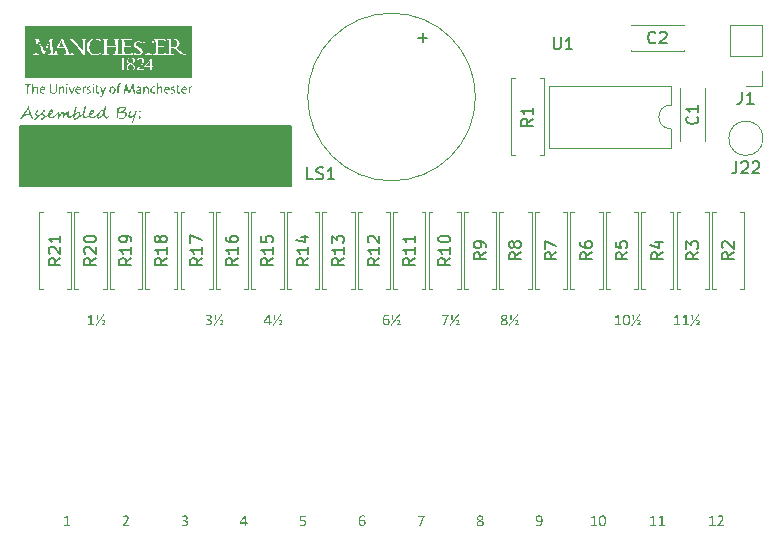
<source format=gbr>
%TF.GenerationSoftware,KiCad,Pcbnew,7.0.2*%
%TF.CreationDate,2023-05-19T22:23:46+01:00*%
%TF.ProjectId,pcb-stylophone_to_make,7063622d-7374-4796-9c6f-70686f6e655f,rev?*%
%TF.SameCoordinates,Original*%
%TF.FileFunction,Legend,Top*%
%TF.FilePolarity,Positive*%
%FSLAX46Y46*%
G04 Gerber Fmt 4.6, Leading zero omitted, Abs format (unit mm)*
G04 Created by KiCad (PCBNEW 7.0.2) date 2023-05-19 22:23:46*
%MOMM*%
%LPD*%
G01*
G04 APERTURE LIST*
%ADD10C,0.150000*%
%ADD11C,0.120000*%
G04 APERTURE END LIST*
D10*
X101000000Y-110000000D02*
X124000000Y-110000000D01*
X124000000Y-115000000D01*
X101000000Y-115000000D01*
X101000000Y-110000000D01*
G36*
X101000000Y-110000000D02*
G01*
X124000000Y-110000000D01*
X124000000Y-115000000D01*
X101000000Y-115000000D01*
X101000000Y-110000000D01*
G37*
G36*
X132129641Y-125923522D02*
G01*
X132140859Y-125923978D01*
X132152148Y-125924737D01*
X132161879Y-125925630D01*
X132170028Y-125926545D01*
X132181263Y-125927933D01*
X132192101Y-125929531D01*
X132202541Y-125931339D01*
X132212584Y-125933357D01*
X132218144Y-125934605D01*
X132228708Y-125937246D01*
X132238416Y-125940040D01*
X132248317Y-125943365D01*
X132255269Y-125946085D01*
X132264439Y-125950023D01*
X132273346Y-125954824D01*
X132275053Y-125956099D01*
X132281901Y-125963341D01*
X132282380Y-125964159D01*
X132285966Y-125973364D01*
X132286044Y-125973684D01*
X132287995Y-125983383D01*
X132288242Y-125985408D01*
X132288888Y-125995215D01*
X132288975Y-126001528D01*
X132288881Y-126011606D01*
X132288545Y-126021635D01*
X132288486Y-126022777D01*
X132287322Y-126032528D01*
X132285799Y-126037187D01*
X132279932Y-126045116D01*
X132279449Y-126045491D01*
X132269679Y-126048178D01*
X132259384Y-126046633D01*
X132249738Y-126043594D01*
X132248919Y-126043293D01*
X132239355Y-126039848D01*
X132229509Y-126036566D01*
X132219710Y-126033490D01*
X132217411Y-126032791D01*
X132207642Y-126029921D01*
X132196895Y-126027173D01*
X132186690Y-126024869D01*
X132175737Y-126022659D01*
X132172471Y-126022044D01*
X132162270Y-126020384D01*
X132151451Y-126019067D01*
X132140013Y-126018094D01*
X132130010Y-126017546D01*
X132119577Y-126017236D01*
X132110921Y-126017159D01*
X132099123Y-126017393D01*
X132087634Y-126018095D01*
X132076455Y-126019265D01*
X132065584Y-126020903D01*
X132055022Y-126023009D01*
X132044770Y-126025583D01*
X132034826Y-126028625D01*
X132025192Y-126032134D01*
X132015867Y-126036112D01*
X132006851Y-126040558D01*
X132001012Y-126043782D01*
X131992549Y-126048889D01*
X131984377Y-126054318D01*
X131973936Y-126062057D01*
X131964013Y-126070369D01*
X131954610Y-126079253D01*
X131945726Y-126088710D01*
X131939403Y-126096178D01*
X131933372Y-126103969D01*
X131927633Y-126112081D01*
X131925785Y-126114856D01*
X131920467Y-126123362D01*
X131915410Y-126132116D01*
X131910615Y-126141119D01*
X131906082Y-126150371D01*
X131901811Y-126159872D01*
X131897801Y-126169622D01*
X131894054Y-126179621D01*
X131890569Y-126189870D01*
X131887345Y-126200367D01*
X131884383Y-126211113D01*
X131882554Y-126218415D01*
X131880006Y-126229491D01*
X131877671Y-126240643D01*
X131875552Y-126251873D01*
X131873647Y-126263181D01*
X131871957Y-126274565D01*
X131870482Y-126286027D01*
X131869221Y-126297566D01*
X131868175Y-126309182D01*
X131867343Y-126320876D01*
X131866726Y-126332647D01*
X131866434Y-126340537D01*
X131875624Y-126335408D01*
X131885363Y-126330279D01*
X131894336Y-126325791D01*
X131903729Y-126321303D01*
X131906490Y-126320020D01*
X131916508Y-126315626D01*
X131926900Y-126311419D01*
X131936105Y-126307961D01*
X131945584Y-126304641D01*
X131955339Y-126301458D01*
X131965342Y-126298456D01*
X131975569Y-126295676D01*
X131986019Y-126293120D01*
X131996692Y-126290788D01*
X132007589Y-126288678D01*
X132011270Y-126288025D01*
X132022499Y-126286282D01*
X132034019Y-126284899D01*
X132043843Y-126284023D01*
X132053869Y-126283396D01*
X132064098Y-126283021D01*
X132074529Y-126282896D01*
X132087839Y-126283069D01*
X132100750Y-126283591D01*
X132113262Y-126284460D01*
X132125374Y-126285678D01*
X132137087Y-126287243D01*
X132148400Y-126289155D01*
X132159315Y-126291416D01*
X132169830Y-126294024D01*
X132179946Y-126296980D01*
X132189662Y-126300284D01*
X132195918Y-126302679D01*
X132205047Y-126306522D01*
X132216698Y-126312059D01*
X132227754Y-126318070D01*
X132238214Y-126324554D01*
X132248080Y-126331511D01*
X132257349Y-126338941D01*
X132266024Y-126346845D01*
X132274103Y-126355221D01*
X132276030Y-126357390D01*
X132283445Y-126366316D01*
X132290303Y-126375631D01*
X132296603Y-126385336D01*
X132302347Y-126395430D01*
X132307533Y-126405914D01*
X132312162Y-126416786D01*
X132316234Y-126428048D01*
X132319749Y-126439699D01*
X132322840Y-126451671D01*
X132325519Y-126463895D01*
X132327786Y-126476370D01*
X132329641Y-126489098D01*
X132330762Y-126498808D01*
X132331650Y-126508661D01*
X132332307Y-126518655D01*
X132332732Y-126528791D01*
X132332925Y-126539068D01*
X132332938Y-126542526D01*
X132332779Y-126553528D01*
X132332303Y-126564462D01*
X132331509Y-126575327D01*
X132330397Y-126586123D01*
X132328967Y-126596851D01*
X132327220Y-126607510D01*
X132325154Y-126618100D01*
X132322772Y-126628621D01*
X132320071Y-126639074D01*
X132317053Y-126649458D01*
X132314864Y-126656343D01*
X132311352Y-126666533D01*
X132307500Y-126676496D01*
X132303309Y-126686231D01*
X132298779Y-126695738D01*
X132293909Y-126705018D01*
X132288701Y-126714071D01*
X132283153Y-126722896D01*
X132277266Y-126731493D01*
X132271040Y-126739863D01*
X132264475Y-126748005D01*
X132259910Y-126753307D01*
X132252816Y-126760994D01*
X132245367Y-126768394D01*
X132237561Y-126775506D01*
X132229398Y-126782330D01*
X132220880Y-126788867D01*
X132212005Y-126795116D01*
X132202773Y-126801077D01*
X132193186Y-126806751D01*
X132183241Y-126812137D01*
X132172941Y-126817235D01*
X132165876Y-126820474D01*
X132155023Y-126824970D01*
X132143806Y-126829023D01*
X132132223Y-126832635D01*
X132120275Y-126835804D01*
X132107963Y-126838531D01*
X132095285Y-126840816D01*
X132082243Y-126842658D01*
X132068835Y-126844059D01*
X132055063Y-126845017D01*
X132040926Y-126845533D01*
X132031298Y-126845631D01*
X132020971Y-126845509D01*
X132010871Y-126845142D01*
X132000998Y-126844530D01*
X131988189Y-126843333D01*
X131975784Y-126841702D01*
X131963784Y-126839635D01*
X131952188Y-126837134D01*
X131940996Y-126834197D01*
X131932868Y-126831709D01*
X131922416Y-126828103D01*
X131912306Y-126824122D01*
X131902540Y-126819768D01*
X131893118Y-126815040D01*
X131884039Y-126809937D01*
X131875303Y-126804461D01*
X131866911Y-126798610D01*
X131858863Y-126792386D01*
X131851150Y-126785792D01*
X131843766Y-126778831D01*
X131836709Y-126771503D01*
X131829981Y-126763810D01*
X131823581Y-126755750D01*
X131817510Y-126747323D01*
X131811766Y-126738531D01*
X131806351Y-126729371D01*
X131801229Y-126719812D01*
X131796367Y-126709939D01*
X131791765Y-126699753D01*
X131787422Y-126689255D01*
X131783338Y-126678443D01*
X131779514Y-126667318D01*
X131775950Y-126655881D01*
X131772645Y-126644131D01*
X131769581Y-126632022D01*
X131766738Y-126619630D01*
X131764116Y-126606956D01*
X131762295Y-126597265D01*
X131760598Y-126587416D01*
X131759026Y-126577407D01*
X131757578Y-126567240D01*
X131756255Y-126556914D01*
X131755057Y-126546429D01*
X131754327Y-126539351D01*
X131753367Y-126528609D01*
X131752501Y-126517726D01*
X131751729Y-126506702D01*
X131751053Y-126495536D01*
X131750470Y-126484228D01*
X131749982Y-126472778D01*
X131749589Y-126461187D01*
X131749289Y-126449454D01*
X131749085Y-126437579D01*
X131749064Y-126435303D01*
X131868388Y-126435303D01*
X131868432Y-126446333D01*
X131868564Y-126457136D01*
X131868783Y-126467712D01*
X131869091Y-126478061D01*
X131869486Y-126488183D01*
X131869968Y-126498077D01*
X131870857Y-126512494D01*
X131871943Y-126526399D01*
X131873227Y-126539793D01*
X131874708Y-126552677D01*
X131876387Y-126565050D01*
X131878263Y-126576911D01*
X131879624Y-126584535D01*
X131881864Y-126595549D01*
X131884280Y-126606151D01*
X131886873Y-126616340D01*
X131889641Y-126626118D01*
X131892586Y-126635483D01*
X131896786Y-126647329D01*
X131901298Y-126658442D01*
X131906124Y-126668822D01*
X131911263Y-126678470D01*
X131912596Y-126680767D01*
X131918195Y-126689484D01*
X131924122Y-126697559D01*
X131931991Y-126706751D01*
X131940374Y-126714942D01*
X131949270Y-126722131D01*
X131958678Y-126728318D01*
X131966574Y-126732547D01*
X131976988Y-126736979D01*
X131987926Y-126740661D01*
X131999389Y-126743591D01*
X132011377Y-126745770D01*
X132021345Y-126746972D01*
X132031649Y-126747693D01*
X132042289Y-126747934D01*
X132053097Y-126747674D01*
X132063538Y-126746896D01*
X132073613Y-126745598D01*
X132083322Y-126743782D01*
X132094943Y-126740781D01*
X132105991Y-126736970D01*
X132116467Y-126732347D01*
X132118493Y-126731325D01*
X132128300Y-126725861D01*
X132137570Y-126719848D01*
X132146303Y-126713286D01*
X132154500Y-126706176D01*
X132162160Y-126698517D01*
X132169283Y-126690310D01*
X132171982Y-126686873D01*
X132178413Y-126677999D01*
X132184271Y-126668779D01*
X132189556Y-126659213D01*
X132194269Y-126649302D01*
X132198410Y-126639044D01*
X132201978Y-126628441D01*
X132203245Y-126624103D01*
X132206130Y-126613146D01*
X132208526Y-126602107D01*
X132210433Y-126590983D01*
X132211851Y-126579777D01*
X132212780Y-126568486D01*
X132213220Y-126557113D01*
X132213259Y-126552540D01*
X132213137Y-126542697D01*
X132212641Y-126530706D01*
X132211763Y-126519060D01*
X132210504Y-126507760D01*
X132208863Y-126496806D01*
X132206840Y-126486198D01*
X132205443Y-126480000D01*
X132202739Y-126469946D01*
X132199509Y-126460393D01*
X132195755Y-126451342D01*
X132190557Y-126441141D01*
X132184604Y-126431661D01*
X132179065Y-126424312D01*
X132171666Y-126416155D01*
X132163392Y-126408719D01*
X132154241Y-126402004D01*
X132144215Y-126396010D01*
X132135191Y-126391567D01*
X132129484Y-126389141D01*
X132119509Y-126385553D01*
X132108819Y-126382572D01*
X132097413Y-126380200D01*
X132085291Y-126378436D01*
X132075079Y-126377463D01*
X132064408Y-126376879D01*
X132053280Y-126376685D01*
X132042167Y-126376907D01*
X132031054Y-126377573D01*
X132019941Y-126378683D01*
X132008828Y-126380238D01*
X132002478Y-126381325D01*
X131991446Y-126383424D01*
X131980579Y-126385873D01*
X131969875Y-126388673D01*
X131959334Y-126391824D01*
X131953385Y-126393782D01*
X131943113Y-126397341D01*
X131933029Y-126401182D01*
X131923131Y-126405302D01*
X131913421Y-126409703D01*
X131907956Y-126412344D01*
X131898632Y-126417033D01*
X131889683Y-126421908D01*
X131881108Y-126426970D01*
X131871766Y-126432985D01*
X131868388Y-126435303D01*
X131749064Y-126435303D01*
X131748975Y-126425563D01*
X131748954Y-126417473D01*
X131749007Y-126406655D01*
X131749168Y-126395815D01*
X131749437Y-126384953D01*
X131749812Y-126374071D01*
X131750295Y-126363166D01*
X131750886Y-126352240D01*
X131751583Y-126341293D01*
X131752388Y-126330324D01*
X131753301Y-126319334D01*
X131754320Y-126308323D01*
X131755060Y-126300969D01*
X131756332Y-126289969D01*
X131757767Y-126279042D01*
X131759366Y-126268188D01*
X131761128Y-126257406D01*
X131763052Y-126246698D01*
X131765140Y-126236063D01*
X131767392Y-126225501D01*
X131769806Y-126215011D01*
X131772383Y-126204595D01*
X131775124Y-126194252D01*
X131777042Y-126187397D01*
X131780117Y-126177196D01*
X131783390Y-126167112D01*
X131786860Y-126157144D01*
X131790528Y-126147291D01*
X131794394Y-126137555D01*
X131798457Y-126127934D01*
X131802717Y-126118429D01*
X131807175Y-126109040D01*
X131811830Y-126099768D01*
X131816683Y-126090611D01*
X131820028Y-126084570D01*
X131825232Y-126075614D01*
X131830676Y-126066882D01*
X131836360Y-126058372D01*
X131842285Y-126050086D01*
X131848450Y-126042023D01*
X131854856Y-126034184D01*
X131861502Y-126026567D01*
X131868388Y-126019174D01*
X131875515Y-126012004D01*
X131882883Y-126005058D01*
X131887928Y-126000551D01*
X131895761Y-125993996D01*
X131903873Y-125987702D01*
X131912265Y-125981671D01*
X131920935Y-125975901D01*
X131929884Y-125970394D01*
X131939113Y-125965148D01*
X131948620Y-125960164D01*
X131958407Y-125955442D01*
X131968473Y-125950982D01*
X131978818Y-125946784D01*
X131985869Y-125944131D01*
X131996746Y-125940421D01*
X132007945Y-125937075D01*
X132019467Y-125934095D01*
X132031310Y-125931480D01*
X132043475Y-125929229D01*
X132055962Y-125927344D01*
X132068771Y-125925823D01*
X132081902Y-125924668D01*
X132095356Y-125923877D01*
X132109131Y-125923451D01*
X132118493Y-125923370D01*
X132129641Y-125923522D01*
G37*
G36*
X132663399Y-126376685D02*
G01*
X132660712Y-126383768D01*
X132652164Y-126388897D01*
X132642487Y-126391006D01*
X132637021Y-126391584D01*
X132627192Y-126392110D01*
X132616851Y-126392305D01*
X132613329Y-126392316D01*
X132603416Y-126392195D01*
X132593480Y-126391755D01*
X132591103Y-126391584D01*
X132581287Y-126390283D01*
X132575960Y-126388897D01*
X132567656Y-126384012D01*
X132565213Y-126376685D01*
X132565213Y-126032791D01*
X132462875Y-126079685D01*
X132453651Y-126083773D01*
X132447000Y-126085547D01*
X132437474Y-126083593D01*
X132432780Y-126074635D01*
X132432589Y-126073824D01*
X132431540Y-126063863D01*
X132431368Y-126056238D01*
X132431464Y-126046220D01*
X132431612Y-126040851D01*
X132433270Y-126030976D01*
X132434055Y-126028639D01*
X132439184Y-126020334D01*
X132446511Y-126014228D01*
X132574983Y-125942177D01*
X132580600Y-125940956D01*
X132588172Y-125939979D01*
X132598163Y-125939551D01*
X132599896Y-125939490D01*
X132609888Y-125939082D01*
X132618214Y-125939002D01*
X132628197Y-125939105D01*
X132638358Y-125939523D01*
X132641173Y-125939734D01*
X132650920Y-125941012D01*
X132654850Y-125941933D01*
X132661689Y-125944863D01*
X132663399Y-125949993D01*
X132663399Y-126376685D01*
G37*
G36*
X133266679Y-126794584D02*
G01*
X133266249Y-126805313D01*
X133264601Y-126815479D01*
X133262282Y-126821695D01*
X133255355Y-126829018D01*
X133250803Y-126830000D01*
X132967237Y-126830000D01*
X132957319Y-126829422D01*
X132953804Y-126828778D01*
X132945470Y-126823647D01*
X132945255Y-126823405D01*
X132940827Y-126814562D01*
X132940126Y-126811926D01*
X132938744Y-126801905D01*
X132938416Y-126791653D01*
X132938571Y-126781392D01*
X132938905Y-126774801D01*
X132940589Y-126765123D01*
X132941591Y-126761612D01*
X132945921Y-126752816D01*
X132947453Y-126750621D01*
X132954160Y-126743363D01*
X132958933Y-126739141D01*
X133050279Y-126654145D01*
X133058015Y-126646667D01*
X133065344Y-126639500D01*
X133073605Y-126631308D01*
X133081281Y-126623563D01*
X133088374Y-126616264D01*
X133092778Y-126611646D01*
X133100026Y-126603749D01*
X133106596Y-126596085D01*
X133113274Y-126587613D01*
X133119067Y-126579446D01*
X133120377Y-126577452D01*
X133125684Y-126568443D01*
X133130063Y-126559549D01*
X133133841Y-126549803D01*
X133135032Y-126545945D01*
X133137479Y-126536113D01*
X133139020Y-126525852D01*
X133139654Y-126515162D01*
X133139672Y-126512972D01*
X133139020Y-126503149D01*
X133136609Y-126492557D01*
X133132421Y-126482900D01*
X133126457Y-126474178D01*
X133121110Y-126468520D01*
X133112369Y-126461668D01*
X133102390Y-126456499D01*
X133092850Y-126453408D01*
X133082400Y-126451553D01*
X133071040Y-126450935D01*
X133061027Y-126451203D01*
X133050185Y-126452169D01*
X133039984Y-126453837D01*
X133030424Y-126456207D01*
X133029275Y-126456552D01*
X133019475Y-126459671D01*
X133009448Y-126463364D01*
X133000327Y-126467294D01*
X132997767Y-126468520D01*
X132988310Y-126473180D01*
X132979461Y-126477995D01*
X132975297Y-126480488D01*
X132966233Y-126484975D01*
X132961619Y-126485861D01*
X132956246Y-126483907D01*
X132951850Y-126477069D01*
X132949394Y-126467357D01*
X132948919Y-126464612D01*
X132948103Y-126454329D01*
X132947942Y-126445806D01*
X132948269Y-126435574D01*
X132949651Y-126426266D01*
X132954002Y-126417199D01*
X132956246Y-126414542D01*
X132964369Y-126408188D01*
X132973504Y-126403215D01*
X132974320Y-126402819D01*
X132984104Y-126398372D01*
X132993950Y-126394479D01*
X133003586Y-126391098D01*
X133005827Y-126390362D01*
X133015231Y-126387554D01*
X133025122Y-126384989D01*
X133035503Y-126382669D01*
X133046372Y-126380593D01*
X133056284Y-126379070D01*
X133066360Y-126377921D01*
X133076600Y-126377147D01*
X133087004Y-126376746D01*
X133093022Y-126376685D01*
X133104767Y-126376911D01*
X133116034Y-126377591D01*
X133126825Y-126378724D01*
X133137138Y-126380310D01*
X133146975Y-126382350D01*
X133158149Y-126385395D01*
X133159945Y-126385966D01*
X133170326Y-126389730D01*
X133180037Y-126394060D01*
X133189079Y-126398958D01*
X133197451Y-126404422D01*
X133205153Y-126410452D01*
X133207572Y-126412588D01*
X133215534Y-126420372D01*
X133222538Y-126428764D01*
X133228584Y-126437763D01*
X133233672Y-126447370D01*
X133236148Y-126453133D01*
X133239765Y-126463530D01*
X133242493Y-126474417D01*
X133244124Y-126484140D01*
X133245103Y-126494224D01*
X133245430Y-126504668D01*
X133245149Y-126514559D01*
X133244308Y-126524356D01*
X133242905Y-126534060D01*
X133240942Y-126543671D01*
X133239568Y-126549120D01*
X133236606Y-126558605D01*
X133232849Y-126568254D01*
X133228298Y-126578067D01*
X133222952Y-126588043D01*
X133219540Y-126593817D01*
X133213924Y-126602555D01*
X133207518Y-126611551D01*
X133200323Y-126620805D01*
X133193723Y-126628713D01*
X133186575Y-126636800D01*
X133180461Y-126643398D01*
X133172360Y-126651754D01*
X133163626Y-126660338D01*
X133156185Y-126667367D01*
X133148338Y-126674542D01*
X133140087Y-126681861D01*
X133131432Y-126689326D01*
X133122372Y-126696936D01*
X133117691Y-126700795D01*
X133052478Y-126755750D01*
X133248116Y-126755750D01*
X133257407Y-126758918D01*
X133262282Y-126765764D01*
X133265129Y-126775351D01*
X133266404Y-126785730D01*
X133266679Y-126794584D01*
G37*
G36*
X132554222Y-126841723D02*
G01*
X132547985Y-126849558D01*
X132545918Y-126851004D01*
X132536926Y-126855680D01*
X132534439Y-126856622D01*
X132524745Y-126859103D01*
X132517830Y-126860041D01*
X132507988Y-126860918D01*
X132497982Y-126861244D01*
X132494627Y-126861263D01*
X132484094Y-126860850D01*
X132473889Y-126859328D01*
X132470203Y-126858332D01*
X132461076Y-126854452D01*
X132457014Y-126851004D01*
X132454155Y-126841628D01*
X132454327Y-126840013D01*
X132457608Y-126830622D01*
X132460921Y-126825115D01*
X133079100Y-125927278D01*
X133085337Y-125919693D01*
X133087404Y-125917997D01*
X133095968Y-125913234D01*
X133099372Y-125912135D01*
X133109295Y-125909864D01*
X133115981Y-125908960D01*
X133125809Y-125908083D01*
X133136150Y-125907758D01*
X133139672Y-125907739D01*
X133149759Y-125908082D01*
X133159703Y-125909351D01*
X133163364Y-125910181D01*
X133172491Y-125913942D01*
X133176553Y-125917508D01*
X133179914Y-125926897D01*
X133179728Y-125929476D01*
X133176447Y-125938768D01*
X133173134Y-125943886D01*
X132554222Y-126841723D01*
G37*
G36*
X154927460Y-143781884D02*
G01*
X154927097Y-143792113D01*
X154925777Y-143802213D01*
X154925261Y-143804598D01*
X154922424Y-143814210D01*
X154919888Y-143819497D01*
X154913156Y-143826897D01*
X154912072Y-143827557D01*
X154902791Y-143830000D01*
X154438485Y-143830000D01*
X154429448Y-143827557D01*
X154422123Y-143820522D01*
X154421388Y-143819497D01*
X154417211Y-143810436D01*
X154415527Y-143804598D01*
X154414061Y-143794279D01*
X154413590Y-143784366D01*
X154413573Y-143781884D01*
X154413947Y-143771425D01*
X154415177Y-143761672D01*
X154415527Y-143759902D01*
X154418481Y-143750086D01*
X154420900Y-143744759D01*
X154426866Y-143736771D01*
X154428471Y-143735478D01*
X154437788Y-143732315D01*
X154438485Y-143732302D01*
X154623866Y-143732302D01*
X154623866Y-143064054D01*
X154452163Y-143173475D01*
X154443141Y-143177997D01*
X154433796Y-143181428D01*
X154431158Y-143182023D01*
X154421437Y-143180877D01*
X154418458Y-143178848D01*
X154413414Y-143170233D01*
X154411863Y-143163705D01*
X154410694Y-143153226D01*
X154410213Y-143142533D01*
X154410153Y-143136594D01*
X154410340Y-143126610D01*
X154411070Y-143116371D01*
X154411130Y-143115833D01*
X154413049Y-143105876D01*
X154414305Y-143101667D01*
X154419274Y-143092959D01*
X154420167Y-143091898D01*
X154427615Y-143085177D01*
X154430181Y-143083349D01*
X154634857Y-142947550D01*
X154641695Y-142944131D01*
X154651198Y-142941383D01*
X154651954Y-142941200D01*
X154661965Y-142939724D01*
X154666364Y-142939490D01*
X154676359Y-142939109D01*
X154686350Y-142939002D01*
X154687125Y-142939002D01*
X154697740Y-142939175D01*
X154707872Y-142939759D01*
X154714480Y-142940467D01*
X154724250Y-142941994D01*
X154731577Y-142944131D01*
X154739620Y-142949784D01*
X154739881Y-142950237D01*
X154742079Y-142958053D01*
X154742079Y-143732302D01*
X154902791Y-143732302D01*
X154912437Y-143735093D01*
X154913049Y-143735478D01*
X154919901Y-143742922D01*
X154920865Y-143744759D01*
X154924401Y-143753925D01*
X154925750Y-143759902D01*
X154927032Y-143770038D01*
X154927453Y-143780309D01*
X154927460Y-143781884D01*
G37*
G36*
X155636741Y-143781884D02*
G01*
X155636378Y-143792113D01*
X155635058Y-143802213D01*
X155634543Y-143804598D01*
X155631706Y-143814210D01*
X155629169Y-143819497D01*
X155622437Y-143826897D01*
X155621354Y-143827557D01*
X155612072Y-143830000D01*
X155147767Y-143830000D01*
X155138730Y-143827557D01*
X155131405Y-143820522D01*
X155130670Y-143819497D01*
X155126492Y-143810436D01*
X155124808Y-143804598D01*
X155123342Y-143794279D01*
X155122871Y-143784366D01*
X155122854Y-143781884D01*
X155123228Y-143771425D01*
X155124459Y-143761672D01*
X155124808Y-143759902D01*
X155127763Y-143750086D01*
X155130181Y-143744759D01*
X155136147Y-143736771D01*
X155137753Y-143735478D01*
X155147069Y-143732315D01*
X155147767Y-143732302D01*
X155333147Y-143732302D01*
X155333147Y-143064054D01*
X155161444Y-143173475D01*
X155152423Y-143177997D01*
X155143077Y-143181428D01*
X155140439Y-143182023D01*
X155130718Y-143180877D01*
X155127739Y-143178848D01*
X155122695Y-143170233D01*
X155121144Y-143163705D01*
X155119975Y-143153226D01*
X155119495Y-143142533D01*
X155119434Y-143136594D01*
X155119621Y-143126610D01*
X155120351Y-143116371D01*
X155120411Y-143115833D01*
X155122330Y-143105876D01*
X155123587Y-143101667D01*
X155128555Y-143092959D01*
X155129448Y-143091898D01*
X155136896Y-143085177D01*
X155139462Y-143083349D01*
X155344138Y-142947550D01*
X155350977Y-142944131D01*
X155360479Y-142941383D01*
X155361235Y-142941200D01*
X155371247Y-142939724D01*
X155375645Y-142939490D01*
X155385640Y-142939109D01*
X155395631Y-142939002D01*
X155396406Y-142939002D01*
X155407021Y-142939175D01*
X155417154Y-142939759D01*
X155423761Y-142940467D01*
X155433531Y-142941994D01*
X155440858Y-142944131D01*
X155448901Y-142949784D01*
X155449162Y-142950237D01*
X155451361Y-142958053D01*
X155451361Y-143732302D01*
X155612072Y-143732302D01*
X155621718Y-143735093D01*
X155622331Y-143735478D01*
X155629183Y-143742922D01*
X155630146Y-143744759D01*
X155633683Y-143753925D01*
X155635031Y-143759902D01*
X155636313Y-143770038D01*
X155636734Y-143780309D01*
X155636741Y-143781884D01*
G37*
G36*
X140021961Y-142923514D02*
G01*
X140034078Y-142923945D01*
X140045877Y-142924664D01*
X140057359Y-142925671D01*
X140068523Y-142926966D01*
X140079369Y-142928548D01*
X140089898Y-142930418D01*
X140100109Y-142932575D01*
X140110002Y-142935020D01*
X140119578Y-142937753D01*
X140125785Y-142939734D01*
X140137791Y-142943951D01*
X140149263Y-142948542D01*
X140160201Y-142953507D01*
X140170604Y-142958846D01*
X140180473Y-142964559D01*
X140189807Y-142970646D01*
X140198608Y-142977107D01*
X140206874Y-142983942D01*
X140214609Y-142991121D01*
X140221818Y-142998612D01*
X140228501Y-143006416D01*
X140234656Y-143014534D01*
X140240285Y-143022964D01*
X140245388Y-143031707D01*
X140249964Y-143040763D01*
X140254013Y-143050132D01*
X140257562Y-143059742D01*
X140260638Y-143069519D01*
X140263240Y-143079464D01*
X140265370Y-143089577D01*
X140267026Y-143099858D01*
X140268209Y-143110307D01*
X140268919Y-143120924D01*
X140269156Y-143131709D01*
X140268875Y-143142705D01*
X140268035Y-143153557D01*
X140266633Y-143164267D01*
X140264672Y-143174833D01*
X140262149Y-143185257D01*
X140259066Y-143195537D01*
X140257676Y-143199609D01*
X140253903Y-143209677D01*
X140249605Y-143219577D01*
X140244782Y-143229311D01*
X140239434Y-143238878D01*
X140233562Y-143248278D01*
X140227165Y-143257511D01*
X140224459Y-143261158D01*
X140217345Y-143270151D01*
X140209743Y-143278966D01*
X140201651Y-143287601D01*
X140193070Y-143296058D01*
X140185854Y-143302694D01*
X140178324Y-143309217D01*
X140170482Y-143315624D01*
X140162341Y-143321868D01*
X140153919Y-143328019D01*
X140145214Y-143334080D01*
X140136227Y-143340048D01*
X140126957Y-143345925D01*
X140117405Y-143351711D01*
X140107570Y-143357405D01*
X140097453Y-143363007D01*
X140106474Y-143367554D01*
X140115310Y-143372126D01*
X140123962Y-143376724D01*
X140135211Y-143382895D01*
X140146131Y-143389112D01*
X140156723Y-143395375D01*
X140166987Y-143401683D01*
X140176923Y-143408037D01*
X140184159Y-143412833D01*
X140193547Y-143419305D01*
X140202538Y-143425900D01*
X140211133Y-143432616D01*
X140219330Y-143439455D01*
X140227131Y-143446416D01*
X140234534Y-143453499D01*
X140241541Y-143460704D01*
X140248151Y-143468032D01*
X140255867Y-143477280D01*
X140262987Y-143486708D01*
X140269510Y-143496314D01*
X140275437Y-143506099D01*
X140280768Y-143516063D01*
X140285503Y-143526206D01*
X140287230Y-143530314D01*
X140291100Y-143540708D01*
X140294314Y-143551437D01*
X140296872Y-143562499D01*
X140298774Y-143573896D01*
X140300020Y-143585626D01*
X140300611Y-143597690D01*
X140300663Y-143602609D01*
X140300481Y-143613397D01*
X140299933Y-143623962D01*
X140299021Y-143634303D01*
X140297744Y-143644421D01*
X140296101Y-143654315D01*
X140294094Y-143663987D01*
X140290850Y-143676535D01*
X140286958Y-143688686D01*
X140282416Y-143700440D01*
X140279902Y-143706168D01*
X140274487Y-143717247D01*
X140268499Y-143727891D01*
X140261939Y-143738099D01*
X140254806Y-143747873D01*
X140247101Y-143757211D01*
X140238824Y-143766115D01*
X140229974Y-143774583D01*
X140220551Y-143782616D01*
X140210614Y-143790192D01*
X140200096Y-143797286D01*
X140188998Y-143803900D01*
X140180294Y-143808545D01*
X140171264Y-143812919D01*
X140161907Y-143817022D01*
X140152224Y-143820856D01*
X140142215Y-143824418D01*
X140131880Y-143827711D01*
X140124808Y-143829755D01*
X140113992Y-143832592D01*
X140102884Y-143835151D01*
X140091483Y-143837430D01*
X140079791Y-143839430D01*
X140067807Y-143841150D01*
X140055531Y-143842592D01*
X140042963Y-143843755D01*
X140030103Y-143844639D01*
X140016951Y-143845243D01*
X140003507Y-143845569D01*
X139994383Y-143845631D01*
X139981638Y-143845502D01*
X139969143Y-143845116D01*
X139956897Y-143844472D01*
X139944900Y-143843570D01*
X139933152Y-143842411D01*
X139921653Y-143840994D01*
X139910404Y-143839320D01*
X139899403Y-143837388D01*
X139888651Y-143835198D01*
X139878148Y-143832751D01*
X139871284Y-143830976D01*
X139861261Y-143828152D01*
X139851526Y-143825083D01*
X139842079Y-143821769D01*
X139832919Y-143818211D01*
X139821153Y-143813086D01*
X139809899Y-143807525D01*
X139799156Y-143801530D01*
X139788925Y-143795099D01*
X139779205Y-143788234D01*
X139770076Y-143780888D01*
X139761497Y-143773137D01*
X139753467Y-143764981D01*
X139745988Y-143756421D01*
X139739057Y-143747457D01*
X139732676Y-143738088D01*
X139726845Y-143728314D01*
X139721563Y-143718136D01*
X139716926Y-143707573D01*
X139712908Y-143696643D01*
X139709508Y-143685347D01*
X139706726Y-143673684D01*
X139704562Y-143661655D01*
X139703016Y-143649260D01*
X139702089Y-143636498D01*
X139701799Y-143626686D01*
X139701780Y-143623370D01*
X139701993Y-143612917D01*
X139702073Y-143611646D01*
X139821214Y-143611646D01*
X139821616Y-143623928D01*
X139822820Y-143635678D01*
X139824827Y-143646895D01*
X139827637Y-143657579D01*
X139831250Y-143667732D01*
X139835666Y-143677352D01*
X139840884Y-143686439D01*
X139846906Y-143694994D01*
X139853730Y-143703017D01*
X139861357Y-143710508D01*
X139866888Y-143715205D01*
X139875847Y-143721753D01*
X139885595Y-143727656D01*
X139896134Y-143732915D01*
X139907463Y-143737531D01*
X139919581Y-143741502D01*
X139932490Y-143744829D01*
X139946188Y-143747513D01*
X139960677Y-143749552D01*
X139970775Y-143750554D01*
X139981224Y-143751269D01*
X139992024Y-143751699D01*
X140003175Y-143751842D01*
X140013998Y-143751698D01*
X140024485Y-143751266D01*
X140034637Y-143750545D01*
X140044452Y-143749537D01*
X140058546Y-143747484D01*
X140071884Y-143744783D01*
X140084466Y-143741433D01*
X140096293Y-143737435D01*
X140107364Y-143732789D01*
X140117679Y-143727495D01*
X140127239Y-143721552D01*
X140136043Y-143714961D01*
X140144118Y-143707810D01*
X140151399Y-143700186D01*
X140157886Y-143692091D01*
X140163578Y-143683522D01*
X140168476Y-143674482D01*
X140172580Y-143664970D01*
X140175889Y-143654985D01*
X140178404Y-143644528D01*
X140180125Y-143633598D01*
X140181052Y-143622197D01*
X140181228Y-143614333D01*
X140180942Y-143604554D01*
X140179843Y-143593197D01*
X140177920Y-143582251D01*
X140175172Y-143571718D01*
X140171600Y-143561598D01*
X140169505Y-143556692D01*
X140164688Y-143547112D01*
X140159029Y-143537790D01*
X140152529Y-143528725D01*
X140145187Y-143519918D01*
X140138426Y-143512776D01*
X140134089Y-143508576D01*
X140126400Y-143501590D01*
X140118137Y-143494675D01*
X140109303Y-143487832D01*
X140099895Y-143481060D01*
X140089916Y-143474360D01*
X140081520Y-143469052D01*
X140074983Y-143465101D01*
X140065953Y-143459766D01*
X140056573Y-143454385D01*
X140046841Y-143448958D01*
X140036759Y-143443485D01*
X140026325Y-143437967D01*
X140015540Y-143432403D01*
X140004404Y-143426793D01*
X139992917Y-143421137D01*
X139982273Y-143426510D01*
X139971958Y-143431884D01*
X139961971Y-143437257D01*
X139952312Y-143442630D01*
X139942981Y-143448004D01*
X139933978Y-143453377D01*
X139925304Y-143458750D01*
X139916958Y-143464124D01*
X139907086Y-143470800D01*
X139897776Y-143477548D01*
X139889026Y-143484367D01*
X139880836Y-143491258D01*
X139873207Y-143498220D01*
X139866139Y-143505254D01*
X139863468Y-143508087D01*
X139855952Y-143516700D01*
X139849157Y-143525501D01*
X139843084Y-143534491D01*
X139837731Y-143543671D01*
X139833100Y-143553039D01*
X139831717Y-143556203D01*
X139828148Y-143565817D01*
X139825317Y-143575792D01*
X139823225Y-143586128D01*
X139821871Y-143596824D01*
X139821255Y-143607881D01*
X139821214Y-143611646D01*
X139702073Y-143611646D01*
X139702634Y-143602686D01*
X139703703Y-143592676D01*
X139705199Y-143582887D01*
X139707670Y-143570962D01*
X139710809Y-143559383D01*
X139714616Y-143548150D01*
X139715457Y-143545945D01*
X139720024Y-143535015D01*
X139725174Y-143524359D01*
X139730910Y-143513978D01*
X139737229Y-143503870D01*
X139744133Y-143494038D01*
X139751621Y-143484479D01*
X139754780Y-143480732D01*
X139761436Y-143473344D01*
X139768458Y-143466078D01*
X139775846Y-143458934D01*
X139783601Y-143451912D01*
X139791722Y-143445012D01*
X139800209Y-143438234D01*
X139809063Y-143431578D01*
X139818283Y-143425045D01*
X139827900Y-143418607D01*
X139837823Y-143412237D01*
X139848051Y-143405937D01*
X139858584Y-143399705D01*
X139869422Y-143393541D01*
X139880565Y-143387447D01*
X139892014Y-143381421D01*
X139900801Y-143376946D01*
X139903768Y-143375464D01*
X139893598Y-143370056D01*
X139883725Y-143364579D01*
X139874150Y-143359034D01*
X139864873Y-143353421D01*
X139855893Y-143347738D01*
X139847211Y-143341987D01*
X139838827Y-143336167D01*
X139830740Y-143330279D01*
X139823012Y-143324230D01*
X139813770Y-143316486D01*
X139804994Y-143308540D01*
X139796683Y-143300391D01*
X139788837Y-143292039D01*
X139781456Y-143283485D01*
X139777251Y-143278255D01*
X139770638Y-143269388D01*
X139764538Y-143260342D01*
X139758950Y-143251117D01*
X139753876Y-143241714D01*
X139749314Y-143232131D01*
X139745265Y-143222370D01*
X139743789Y-143218415D01*
X139740553Y-143208286D01*
X139737865Y-143197893D01*
X139735725Y-143187239D01*
X139734134Y-143176322D01*
X139733092Y-143165142D01*
X139732598Y-143153701D01*
X139732554Y-143149050D01*
X139732681Y-143143433D01*
X139850035Y-143143433D01*
X139850361Y-143153379D01*
X139851567Y-143164657D01*
X139853660Y-143175585D01*
X139856642Y-143186162D01*
X139859316Y-143193503D01*
X139863868Y-143203537D01*
X139869401Y-143213338D01*
X139874925Y-143221552D01*
X139881170Y-143229595D01*
X139888137Y-143237466D01*
X139895825Y-143245134D01*
X139904234Y-143252751D01*
X139911793Y-143259058D01*
X139919852Y-143265330D01*
X139928413Y-143271566D01*
X139937474Y-143277766D01*
X139947136Y-143283920D01*
X139957347Y-143290169D01*
X139965911Y-143295237D01*
X139974826Y-143300367D01*
X139984092Y-143305557D01*
X139993709Y-143310808D01*
X140003677Y-143316120D01*
X140008793Y-143318799D01*
X140021515Y-143312001D01*
X140033671Y-143305069D01*
X140045260Y-143298004D01*
X140056283Y-143290807D01*
X140066739Y-143283476D01*
X140076627Y-143276012D01*
X140085950Y-143268415D01*
X140094705Y-143260685D01*
X140102894Y-143252821D01*
X140110516Y-143244825D01*
X140115283Y-143239420D01*
X140121917Y-143231189D01*
X140127899Y-143222799D01*
X140133229Y-143214251D01*
X140137906Y-143205543D01*
X140143126Y-143193686D01*
X140147187Y-143181546D01*
X140150087Y-143169124D01*
X140151828Y-143156420D01*
X140152408Y-143143433D01*
X140152056Y-143132731D01*
X140150999Y-143122424D01*
X140149239Y-143112512D01*
X140146775Y-143102995D01*
X140143010Y-143092392D01*
X140142394Y-143090921D01*
X140137568Y-143081001D01*
X140131855Y-143071760D01*
X140125253Y-143063196D01*
X140117763Y-143055311D01*
X140113085Y-143051109D01*
X140104294Y-143044229D01*
X140096034Y-143038945D01*
X140087103Y-143034228D01*
X140077504Y-143030078D01*
X140067234Y-143026494D01*
X140065457Y-143025952D01*
X140054466Y-143022964D01*
X140044887Y-143020946D01*
X140034927Y-143019357D01*
X140024585Y-143018198D01*
X140013861Y-143017468D01*
X140002755Y-143017168D01*
X140000489Y-143017159D01*
X139986884Y-143017458D01*
X139973916Y-143018353D01*
X139961582Y-143019845D01*
X139949885Y-143021933D01*
X139938822Y-143024619D01*
X139928395Y-143027901D01*
X139918603Y-143031780D01*
X139909447Y-143036256D01*
X139900926Y-143041329D01*
X139890554Y-143049020D01*
X139888137Y-143051109D01*
X139879207Y-143059925D01*
X139871467Y-143069519D01*
X139864919Y-143079892D01*
X139859560Y-143091043D01*
X139855393Y-143102973D01*
X139852416Y-143115681D01*
X139850965Y-143125723D01*
X139850184Y-143136203D01*
X139850035Y-143143433D01*
X139732681Y-143143433D01*
X139732818Y-143137361D01*
X139733607Y-143125863D01*
X139734924Y-143114555D01*
X139736767Y-143103438D01*
X139739137Y-143092512D01*
X139742034Y-143081777D01*
X139745457Y-143071232D01*
X139749407Y-143060879D01*
X139753887Y-143050731D01*
X139758902Y-143040927D01*
X139764451Y-143031467D01*
X139770534Y-143022349D01*
X139777151Y-143013576D01*
X139784303Y-143005146D01*
X139791989Y-142997059D01*
X139800209Y-142989316D01*
X139808987Y-142981885D01*
X139818344Y-142974859D01*
X139828282Y-142968238D01*
X139838800Y-142962021D01*
X139849898Y-142956209D01*
X139861575Y-142950802D01*
X139870715Y-142947011D01*
X139880180Y-142943449D01*
X139886671Y-142941200D01*
X139896716Y-142938013D01*
X139907065Y-142935140D01*
X139917719Y-142932581D01*
X139928677Y-142930335D01*
X139939941Y-142928402D01*
X139951509Y-142926783D01*
X139963383Y-142925477D01*
X139975561Y-142924484D01*
X139988043Y-142923805D01*
X140000831Y-142923440D01*
X140009526Y-142923370D01*
X140021961Y-142923514D01*
G37*
G36*
X115273308Y-143578185D02*
G01*
X115273119Y-143589531D01*
X115272552Y-143600671D01*
X115271608Y-143611604D01*
X115270285Y-143622332D01*
X115268585Y-143632854D01*
X115266507Y-143643169D01*
X115264051Y-143653278D01*
X115261218Y-143663182D01*
X115258006Y-143672879D01*
X115254417Y-143682370D01*
X115251814Y-143688583D01*
X115247667Y-143697665D01*
X115243193Y-143706503D01*
X115238394Y-143715096D01*
X115233267Y-143723445D01*
X115225925Y-143734195D01*
X115218002Y-143744511D01*
X115211679Y-143751962D01*
X115205031Y-143759168D01*
X115198055Y-143766130D01*
X115190754Y-143772847D01*
X115183126Y-143779256D01*
X115175172Y-143785386D01*
X115166891Y-143791237D01*
X115158285Y-143796809D01*
X115149352Y-143802102D01*
X115140092Y-143807116D01*
X115130507Y-143811851D01*
X115120595Y-143816307D01*
X115110357Y-143820483D01*
X115099792Y-143824381D01*
X115092568Y-143826824D01*
X115081490Y-143830185D01*
X115070146Y-143833216D01*
X115058535Y-143835915D01*
X115046658Y-143838285D01*
X115034515Y-143840323D01*
X115022106Y-143842031D01*
X115009431Y-143843409D01*
X114996489Y-143844456D01*
X114983281Y-143845172D01*
X114969808Y-143845558D01*
X114960677Y-143845631D01*
X114949594Y-143845513D01*
X114938695Y-143845158D01*
X114927979Y-143844566D01*
X114917446Y-143843738D01*
X114907096Y-143842673D01*
X114896930Y-143841372D01*
X114886946Y-143839834D01*
X114877146Y-143838060D01*
X114865219Y-143835698D01*
X114853709Y-143833194D01*
X114842617Y-143830546D01*
X114831942Y-143827756D01*
X114821684Y-143824822D01*
X114811844Y-143821745D01*
X114808025Y-143820474D01*
X114797112Y-143816601D01*
X114786902Y-143812677D01*
X114777397Y-143808702D01*
X114767197Y-143803998D01*
X114757955Y-143799225D01*
X114748980Y-143794111D01*
X114740336Y-143788792D01*
X114733043Y-143783349D01*
X114726370Y-143775717D01*
X114724983Y-143773579D01*
X114721083Y-143764373D01*
X114720098Y-143761367D01*
X114718037Y-143751273D01*
X114717167Y-143744026D01*
X114716499Y-143734162D01*
X114716224Y-143724293D01*
X114716190Y-143718869D01*
X114716412Y-143708504D01*
X114717210Y-143698490D01*
X114719022Y-143688720D01*
X114720831Y-143683698D01*
X114727193Y-143675884D01*
X114734752Y-143673684D01*
X114744618Y-143676993D01*
X114753576Y-143682030D01*
X114758932Y-143685408D01*
X114767426Y-143690630D01*
X114776878Y-143696040D01*
X114785742Y-143700826D01*
X114795310Y-143705749D01*
X114805583Y-143710809D01*
X114814745Y-143715036D01*
X114824373Y-143719167D01*
X114834466Y-143723202D01*
X114845024Y-143727143D01*
X114856047Y-143730988D01*
X114867536Y-143734737D01*
X114872261Y-143736210D01*
X114881977Y-143738958D01*
X114891953Y-143741339D01*
X114902188Y-143743354D01*
X114912683Y-143745003D01*
X114923438Y-143746285D01*
X114934451Y-143747201D01*
X114945725Y-143747751D01*
X114957258Y-143747934D01*
X114968439Y-143747751D01*
X114979270Y-143747201D01*
X114989750Y-143746285D01*
X114999878Y-143745003D01*
X115009655Y-143743354D01*
X115021383Y-143740778D01*
X115032563Y-143737630D01*
X115036881Y-143736210D01*
X115047368Y-143732314D01*
X115057308Y-143727953D01*
X115066698Y-143723126D01*
X115075540Y-143717835D01*
X115083833Y-143712078D01*
X115091578Y-143705856D01*
X115094522Y-143703237D01*
X115101563Y-143696406D01*
X115109257Y-143687705D01*
X115116126Y-143678454D01*
X115122171Y-143668654D01*
X115127392Y-143658304D01*
X115129693Y-143652923D01*
X115133070Y-143643639D01*
X115135875Y-143634104D01*
X115138108Y-143624319D01*
X115139768Y-143614283D01*
X115140856Y-143603997D01*
X115141371Y-143593461D01*
X115141417Y-143589176D01*
X115141053Y-143577536D01*
X115139962Y-143566278D01*
X115138143Y-143555402D01*
X115135597Y-143544907D01*
X115132323Y-143534794D01*
X115128322Y-143525062D01*
X115126518Y-143521277D01*
X115121598Y-143512015D01*
X115115999Y-143503159D01*
X115109720Y-143494708D01*
X115102761Y-143486663D01*
X115095123Y-143479023D01*
X115086805Y-143471789D01*
X115083287Y-143469009D01*
X115074041Y-143462390D01*
X115064163Y-143456272D01*
X115053652Y-143450655D01*
X115044789Y-143446522D01*
X115035521Y-143442709D01*
X115025849Y-143439217D01*
X115015772Y-143436046D01*
X115013189Y-143435303D01*
X115002630Y-143432555D01*
X114991711Y-143430174D01*
X114980434Y-143428159D01*
X114968798Y-143426510D01*
X114956803Y-143425228D01*
X114944450Y-143424312D01*
X114931738Y-143423763D01*
X114921969Y-143423591D01*
X114918667Y-143423579D01*
X114834159Y-143423579D01*
X114824299Y-143421433D01*
X114823657Y-143421137D01*
X114815871Y-143414929D01*
X114814620Y-143413321D01*
X114810159Y-143404096D01*
X114808514Y-143398911D01*
X114806761Y-143389204D01*
X114806109Y-143378795D01*
X114806071Y-143375219D01*
X114806394Y-143365427D01*
X114807676Y-143355367D01*
X114808025Y-143353726D01*
X114811345Y-143344166D01*
X114813887Y-143339804D01*
X114821003Y-143333061D01*
X114822436Y-143332233D01*
X114832106Y-143329828D01*
X114833671Y-143329790D01*
X114911096Y-143329790D01*
X114922304Y-143329603D01*
X114933215Y-143329042D01*
X114943828Y-143328107D01*
X114954144Y-143326798D01*
X114964161Y-143325115D01*
X114973881Y-143323058D01*
X114985613Y-143319961D01*
X114992429Y-143317822D01*
X115003456Y-143313826D01*
X115013948Y-143309317D01*
X115023902Y-143304295D01*
X115033320Y-143298760D01*
X115042201Y-143292712D01*
X115050546Y-143286152D01*
X115053734Y-143283384D01*
X115061303Y-143276153D01*
X115068288Y-143268505D01*
X115074689Y-143260440D01*
X115080505Y-143251957D01*
X115085737Y-143243057D01*
X115090384Y-143233739D01*
X115092080Y-143229895D01*
X115095950Y-143219946D01*
X115099164Y-143209640D01*
X115101722Y-143198976D01*
X115103624Y-143187954D01*
X115104870Y-143176574D01*
X115105461Y-143164837D01*
X115105513Y-143160041D01*
X115105195Y-143149594D01*
X115104242Y-143139319D01*
X115102654Y-143129215D01*
X115100430Y-143119283D01*
X115097570Y-143109523D01*
X115096476Y-143106308D01*
X115092861Y-143096931D01*
X115088611Y-143088036D01*
X115082849Y-143078265D01*
X115076222Y-143069149D01*
X115069854Y-143061856D01*
X115062815Y-143055004D01*
X115055073Y-143048735D01*
X115046627Y-143043051D01*
X115037476Y-143037950D01*
X115027621Y-143033434D01*
X115024180Y-143032058D01*
X115013438Y-143028323D01*
X115002095Y-143025361D01*
X114992184Y-143023482D01*
X114981855Y-143022141D01*
X114971108Y-143021336D01*
X114959944Y-143021067D01*
X114950091Y-143021254D01*
X114938053Y-143022014D01*
X114926325Y-143023358D01*
X114914907Y-143025286D01*
X114903799Y-143027799D01*
X114893001Y-143030896D01*
X114886671Y-143033035D01*
X114876464Y-143036740D01*
X114866602Y-143040529D01*
X114857087Y-143044402D01*
X114847917Y-143048358D01*
X114837370Y-143053215D01*
X114827320Y-143058192D01*
X114817838Y-143063178D01*
X114808991Y-143068061D01*
X114799472Y-143073628D01*
X114790819Y-143079054D01*
X114784089Y-143083593D01*
X114775284Y-143089261D01*
X114766067Y-143093932D01*
X114760154Y-143095317D01*
X114751361Y-143093607D01*
X114745255Y-143086769D01*
X114742501Y-143077377D01*
X114741835Y-143072602D01*
X114741134Y-143062613D01*
X114740882Y-143052767D01*
X114740858Y-143048178D01*
X114741065Y-143037968D01*
X114741591Y-143030104D01*
X114743176Y-143020396D01*
X114744278Y-143016671D01*
X114748097Y-143007475D01*
X114748918Y-143005924D01*
X114754898Y-142998145D01*
X114758200Y-142994689D01*
X114765775Y-142988404D01*
X114774619Y-142982307D01*
X114783584Y-142976640D01*
X114784822Y-142975882D01*
X114794017Y-142970551D01*
X114804076Y-142965243D01*
X114813387Y-142960712D01*
X114823333Y-142956199D01*
X114833915Y-142951702D01*
X114843289Y-142948058D01*
X114853092Y-142944604D01*
X114863324Y-142941341D01*
X114873986Y-142938269D01*
X114885077Y-142935388D01*
X114896598Y-142932697D01*
X114901326Y-142931674D01*
X114910943Y-142929728D01*
X114920743Y-142928041D01*
X114930727Y-142926614D01*
X114940893Y-142925446D01*
X114951243Y-142924538D01*
X114961776Y-142923889D01*
X114972492Y-142923500D01*
X114983392Y-142923370D01*
X114994845Y-142923512D01*
X115006032Y-142923937D01*
X115016953Y-142924645D01*
X115027607Y-142925637D01*
X115037996Y-142926912D01*
X115048118Y-142928471D01*
X115057974Y-142930312D01*
X115067564Y-142932438D01*
X115079936Y-142935712D01*
X115091835Y-142939490D01*
X115103258Y-142943669D01*
X115114199Y-142948268D01*
X115124659Y-142953286D01*
X115134639Y-142958724D01*
X115144138Y-142964582D01*
X115153156Y-142970860D01*
X115161693Y-142977558D01*
X115169749Y-142984675D01*
X115177317Y-142992182D01*
X115184388Y-143000047D01*
X115190964Y-143008271D01*
X115197043Y-143016854D01*
X115202626Y-143025796D01*
X115207713Y-143035096D01*
X115212304Y-143044755D01*
X115216399Y-143054773D01*
X115220063Y-143065107D01*
X115223238Y-143075717D01*
X115225925Y-143086601D01*
X115228123Y-143097759D01*
X115229833Y-143109193D01*
X115231054Y-143120901D01*
X115231787Y-143132885D01*
X115232031Y-143145143D01*
X115231859Y-143155733D01*
X115231344Y-143166132D01*
X115230485Y-143176341D01*
X115229283Y-143186359D01*
X115227737Y-143196185D01*
X115225848Y-143205822D01*
X115223004Y-143217598D01*
X115221040Y-143224521D01*
X115217355Y-143235697D01*
X115213169Y-143246479D01*
X115208482Y-143256868D01*
X115203294Y-143266863D01*
X115197605Y-143276465D01*
X115191416Y-143285673D01*
X115188800Y-143289246D01*
X115181921Y-143297897D01*
X115174565Y-143306142D01*
X115166732Y-143313983D01*
X115158422Y-143321417D01*
X115149635Y-143328446D01*
X115140371Y-143335070D01*
X115136532Y-143337606D01*
X115126606Y-143343490D01*
X115116215Y-143348778D01*
X115105359Y-143353470D01*
X115094037Y-143357565D01*
X115084646Y-143360412D01*
X115074956Y-143362877D01*
X115064969Y-143364961D01*
X115064969Y-143366427D01*
X115076383Y-143367800D01*
X115087546Y-143369602D01*
X115098457Y-143371830D01*
X115109116Y-143374487D01*
X115119523Y-143377570D01*
X115129678Y-143381081D01*
X115139581Y-143385020D01*
X115149232Y-143389385D01*
X115158590Y-143394110D01*
X115167612Y-143399125D01*
X115176298Y-143404429D01*
X115184648Y-143410024D01*
X115192662Y-143415909D01*
X115200340Y-143422083D01*
X115207683Y-143428548D01*
X115214690Y-143435303D01*
X115223016Y-143444084D01*
X115230747Y-143453330D01*
X115237881Y-143463042D01*
X115244419Y-143473218D01*
X115250360Y-143483859D01*
X115254684Y-143492708D01*
X115257676Y-143499539D01*
X115261340Y-143508782D01*
X115264515Y-143518193D01*
X115267202Y-143527772D01*
X115269400Y-143537519D01*
X115271110Y-143547433D01*
X115272331Y-143557516D01*
X115273064Y-143567767D01*
X115273308Y-143578185D01*
G37*
G36*
X159927460Y-143781884D02*
G01*
X159927097Y-143792113D01*
X159925777Y-143802213D01*
X159925261Y-143804598D01*
X159922424Y-143814210D01*
X159919888Y-143819497D01*
X159913156Y-143826897D01*
X159912072Y-143827557D01*
X159902791Y-143830000D01*
X159438485Y-143830000D01*
X159429448Y-143827557D01*
X159422123Y-143820522D01*
X159421388Y-143819497D01*
X159417211Y-143810436D01*
X159415527Y-143804598D01*
X159414061Y-143794279D01*
X159413590Y-143784366D01*
X159413573Y-143781884D01*
X159413947Y-143771425D01*
X159415177Y-143761672D01*
X159415527Y-143759902D01*
X159418481Y-143750086D01*
X159420900Y-143744759D01*
X159426866Y-143736771D01*
X159428471Y-143735478D01*
X159437788Y-143732315D01*
X159438485Y-143732302D01*
X159623866Y-143732302D01*
X159623866Y-143064054D01*
X159452163Y-143173475D01*
X159443141Y-143177997D01*
X159433796Y-143181428D01*
X159431158Y-143182023D01*
X159421437Y-143180877D01*
X159418458Y-143178848D01*
X159413414Y-143170233D01*
X159411863Y-143163705D01*
X159410694Y-143153226D01*
X159410213Y-143142533D01*
X159410153Y-143136594D01*
X159410340Y-143126610D01*
X159411070Y-143116371D01*
X159411130Y-143115833D01*
X159413049Y-143105876D01*
X159414305Y-143101667D01*
X159419274Y-143092959D01*
X159420167Y-143091898D01*
X159427615Y-143085177D01*
X159430181Y-143083349D01*
X159634857Y-142947550D01*
X159641695Y-142944131D01*
X159651198Y-142941383D01*
X159651954Y-142941200D01*
X159661965Y-142939724D01*
X159666364Y-142939490D01*
X159676359Y-142939109D01*
X159686350Y-142939002D01*
X159687125Y-142939002D01*
X159697740Y-142939175D01*
X159707872Y-142939759D01*
X159714480Y-142940467D01*
X159724250Y-142941994D01*
X159731577Y-142944131D01*
X159739620Y-142949784D01*
X159739881Y-142950237D01*
X159742079Y-142958053D01*
X159742079Y-143732302D01*
X159902791Y-143732302D01*
X159912437Y-143735093D01*
X159913049Y-143735478D01*
X159919901Y-143742922D01*
X159920865Y-143744759D01*
X159924401Y-143753925D01*
X159925750Y-143759902D01*
X159927032Y-143770038D01*
X159927453Y-143780309D01*
X159927460Y-143781884D01*
G37*
G36*
X160634787Y-143778464D02*
G01*
X160634460Y-143788849D01*
X160633383Y-143798835D01*
X160633077Y-143800690D01*
X160630690Y-143810677D01*
X160628192Y-143817055D01*
X160622331Y-143825023D01*
X160619888Y-143826824D01*
X160610537Y-143829922D01*
X160608653Y-143830000D01*
X160117481Y-143830000D01*
X160107460Y-143829227D01*
X160100628Y-143827557D01*
X160091697Y-143822813D01*
X160088171Y-143819741D01*
X160083028Y-143811348D01*
X160080600Y-143803621D01*
X160079097Y-143793543D01*
X160078479Y-143783491D01*
X160078402Y-143777976D01*
X160078539Y-143768050D01*
X160079047Y-143757771D01*
X160079379Y-143753796D01*
X160080966Y-143743904D01*
X160083775Y-143735233D01*
X160088163Y-143726243D01*
X160092324Y-143719357D01*
X160098246Y-143711053D01*
X160104731Y-143703386D01*
X160105757Y-143702260D01*
X160278192Y-143521521D01*
X160285579Y-143513574D01*
X160292778Y-143505733D01*
X160299791Y-143497996D01*
X160306616Y-143490365D01*
X160313255Y-143482838D01*
X160319706Y-143475416D01*
X160329033Y-143464480D01*
X160337938Y-143453781D01*
X160346423Y-143443317D01*
X160354488Y-143433090D01*
X160362131Y-143423098D01*
X160369354Y-143413343D01*
X160373936Y-143406971D01*
X160380567Y-143397525D01*
X160386907Y-143388238D01*
X160392955Y-143379109D01*
X160398711Y-143370140D01*
X160404175Y-143361329D01*
X160409347Y-143352677D01*
X160414227Y-143344184D01*
X160420280Y-143333108D01*
X160425813Y-143322313D01*
X160429623Y-143314403D01*
X160434298Y-143304084D01*
X160438553Y-143294009D01*
X160442388Y-143284178D01*
X160445804Y-143274591D01*
X160448800Y-143265249D01*
X160451954Y-143253915D01*
X160454453Y-143242962D01*
X160455268Y-143238688D01*
X160457098Y-143228109D01*
X160458617Y-143217746D01*
X160459826Y-143207597D01*
X160460726Y-143197662D01*
X160461395Y-143186025D01*
X160461619Y-143174696D01*
X160461275Y-143163725D01*
X160460245Y-143152977D01*
X160458528Y-143142453D01*
X160456123Y-143132152D01*
X160453032Y-143122074D01*
X160451849Y-143118764D01*
X160447968Y-143109021D01*
X160443468Y-143099759D01*
X160438351Y-143090978D01*
X160432615Y-143082677D01*
X160426261Y-143074858D01*
X160424005Y-143072358D01*
X160416893Y-143065140D01*
X160409110Y-143058505D01*
X160400658Y-143052454D01*
X160391536Y-143046987D01*
X160381745Y-143042105D01*
X160378332Y-143040607D01*
X160367782Y-143036622D01*
X160356648Y-143033463D01*
X160346923Y-143031459D01*
X160336793Y-143030028D01*
X160326258Y-143029169D01*
X160315317Y-143028883D01*
X160304952Y-143029085D01*
X160294862Y-143029692D01*
X160285046Y-143030703D01*
X160273163Y-143032536D01*
X160261710Y-143035001D01*
X160250685Y-143038099D01*
X160240090Y-143041828D01*
X160229907Y-143045927D01*
X160220117Y-143050133D01*
X160210720Y-143054447D01*
X160201718Y-143058868D01*
X160191434Y-143064314D01*
X160181716Y-143069916D01*
X160172574Y-143075517D01*
X160164016Y-143080964D01*
X160154770Y-143087123D01*
X160146318Y-143093072D01*
X160139707Y-143098004D01*
X160130922Y-143104261D01*
X160122075Y-143109128D01*
X160114794Y-143110949D01*
X160106001Y-143108018D01*
X160100364Y-143099897D01*
X160099895Y-143098736D01*
X160097224Y-143088871D01*
X160095987Y-143081395D01*
X160095152Y-143071150D01*
X160094809Y-143061030D01*
X160094766Y-143055505D01*
X160094949Y-143045308D01*
X160095499Y-143036699D01*
X160096968Y-143026771D01*
X160097941Y-143023021D01*
X160101522Y-143013825D01*
X160102337Y-143012274D01*
X160108283Y-143004491D01*
X160113328Y-142999574D01*
X160121240Y-142993140D01*
X160129382Y-142987322D01*
X160138209Y-142981437D01*
X160141905Y-142979057D01*
X160151265Y-142973322D01*
X160160069Y-142968462D01*
X160169594Y-142963654D01*
X160179841Y-142958897D01*
X160188931Y-142954972D01*
X160192707Y-142953412D01*
X160202397Y-142949544D01*
X160212385Y-142945880D01*
X160222671Y-142942417D01*
X160233255Y-142939158D01*
X160244138Y-142936101D01*
X160255318Y-142933248D01*
X160259874Y-142932163D01*
X160271489Y-142929630D01*
X160283282Y-142927526D01*
X160295255Y-142925852D01*
X160307406Y-142924607D01*
X160317256Y-142923920D01*
X160327220Y-142923507D01*
X160337299Y-142923370D01*
X160349247Y-142923531D01*
X160360912Y-142924014D01*
X160372294Y-142924819D01*
X160383392Y-142925946D01*
X160394207Y-142927395D01*
X160404739Y-142929166D01*
X160414987Y-142931259D01*
X160424952Y-142933674D01*
X160434633Y-142936411D01*
X160444031Y-142939470D01*
X160450139Y-142941688D01*
X160462027Y-142946478D01*
X160473388Y-142951687D01*
X160484223Y-142957316D01*
X160494530Y-142963365D01*
X160504312Y-142969833D01*
X160513566Y-142976722D01*
X160522294Y-142984030D01*
X160530495Y-142991758D01*
X160538242Y-142999860D01*
X160545486Y-143008290D01*
X160552225Y-143017049D01*
X160558461Y-143026135D01*
X160564193Y-143035550D01*
X160569421Y-143045293D01*
X160574146Y-143055364D01*
X160578367Y-143065764D01*
X160582088Y-143076354D01*
X160585312Y-143087120D01*
X160588041Y-143098061D01*
X160590274Y-143109178D01*
X160592010Y-143120470D01*
X160593250Y-143131938D01*
X160593995Y-143143582D01*
X160594243Y-143155401D01*
X160594124Y-143166144D01*
X160593769Y-143176879D01*
X160593178Y-143187606D01*
X160592350Y-143198326D01*
X160591285Y-143209039D01*
X160589984Y-143219743D01*
X160588446Y-143230441D01*
X160586671Y-143241130D01*
X160584515Y-143251865D01*
X160581832Y-143262822D01*
X160578622Y-143274000D01*
X160574886Y-143285399D01*
X160570624Y-143297020D01*
X160565834Y-143308862D01*
X160561896Y-143317888D01*
X160557662Y-143327040D01*
X160554675Y-143333210D01*
X160549905Y-143342561D01*
X160544752Y-143352115D01*
X160539217Y-143361870D01*
X160533300Y-143371827D01*
X160527001Y-143381985D01*
X160520320Y-143392346D01*
X160513257Y-143402908D01*
X160505811Y-143413672D01*
X160497984Y-143424638D01*
X160489774Y-143435806D01*
X160484089Y-143443363D01*
X160475213Y-143454881D01*
X160469000Y-143462739D01*
X160462551Y-143470740D01*
X160455865Y-143478884D01*
X160448942Y-143487171D01*
X160441783Y-143495601D01*
X160434387Y-143504175D01*
X160426754Y-143512891D01*
X160418885Y-143521750D01*
X160410779Y-143530753D01*
X160402437Y-143539899D01*
X160393858Y-143549188D01*
X160385042Y-143558620D01*
X160375990Y-143568195D01*
X160366701Y-143577913D01*
X160361968Y-143582826D01*
X160221284Y-143728394D01*
X160607920Y-143728394D01*
X160617701Y-143731002D01*
X160618667Y-143731570D01*
X160625787Y-143738469D01*
X160627460Y-143741095D01*
X160631486Y-143750063D01*
X160633077Y-143756727D01*
X160634359Y-143766802D01*
X160634780Y-143776920D01*
X160634787Y-143778464D01*
G37*
G36*
X117303385Y-126578185D02*
G01*
X117303196Y-126589531D01*
X117302629Y-126600671D01*
X117301685Y-126611604D01*
X117300362Y-126622332D01*
X117298662Y-126632854D01*
X117296584Y-126643169D01*
X117294128Y-126653278D01*
X117291295Y-126663182D01*
X117288083Y-126672879D01*
X117284494Y-126682370D01*
X117281891Y-126688583D01*
X117277744Y-126697665D01*
X117273270Y-126706503D01*
X117268471Y-126715096D01*
X117263344Y-126723445D01*
X117256002Y-126734195D01*
X117248079Y-126744511D01*
X117241756Y-126751962D01*
X117235108Y-126759168D01*
X117228132Y-126766130D01*
X117220831Y-126772847D01*
X117213203Y-126779256D01*
X117205249Y-126785386D01*
X117196968Y-126791237D01*
X117188362Y-126796809D01*
X117179429Y-126802102D01*
X117170169Y-126807116D01*
X117160584Y-126811851D01*
X117150672Y-126816307D01*
X117140434Y-126820483D01*
X117129869Y-126824381D01*
X117122645Y-126826824D01*
X117111567Y-126830185D01*
X117100223Y-126833216D01*
X117088612Y-126835915D01*
X117076735Y-126838285D01*
X117064592Y-126840323D01*
X117052183Y-126842031D01*
X117039508Y-126843409D01*
X117026566Y-126844456D01*
X117013358Y-126845172D01*
X116999885Y-126845558D01*
X116990754Y-126845631D01*
X116979671Y-126845513D01*
X116968772Y-126845158D01*
X116958056Y-126844566D01*
X116947523Y-126843738D01*
X116937173Y-126842673D01*
X116927007Y-126841372D01*
X116917023Y-126839834D01*
X116907223Y-126838060D01*
X116895296Y-126835698D01*
X116883786Y-126833194D01*
X116872694Y-126830546D01*
X116862019Y-126827756D01*
X116851761Y-126824822D01*
X116841921Y-126821745D01*
X116838102Y-126820474D01*
X116827189Y-126816601D01*
X116816979Y-126812677D01*
X116807474Y-126808702D01*
X116797274Y-126803998D01*
X116788032Y-126799225D01*
X116779057Y-126794111D01*
X116770413Y-126788792D01*
X116763120Y-126783349D01*
X116756447Y-126775717D01*
X116755060Y-126773579D01*
X116751160Y-126764373D01*
X116750175Y-126761367D01*
X116748114Y-126751273D01*
X116747244Y-126744026D01*
X116746576Y-126734162D01*
X116746301Y-126724293D01*
X116746267Y-126718869D01*
X116746489Y-126708504D01*
X116747287Y-126698490D01*
X116749099Y-126688720D01*
X116750908Y-126683698D01*
X116757270Y-126675884D01*
X116764829Y-126673684D01*
X116774695Y-126676993D01*
X116783653Y-126682030D01*
X116789009Y-126685408D01*
X116797503Y-126690630D01*
X116806955Y-126696040D01*
X116815819Y-126700826D01*
X116825387Y-126705749D01*
X116835660Y-126710809D01*
X116844822Y-126715036D01*
X116854450Y-126719167D01*
X116864543Y-126723202D01*
X116875101Y-126727143D01*
X116886124Y-126730988D01*
X116897613Y-126734737D01*
X116902338Y-126736210D01*
X116912054Y-126738958D01*
X116922030Y-126741339D01*
X116932265Y-126743354D01*
X116942760Y-126745003D01*
X116953515Y-126746285D01*
X116964528Y-126747201D01*
X116975802Y-126747751D01*
X116987335Y-126747934D01*
X116998516Y-126747751D01*
X117009347Y-126747201D01*
X117019827Y-126746285D01*
X117029955Y-126745003D01*
X117039732Y-126743354D01*
X117051460Y-126740778D01*
X117062640Y-126737630D01*
X117066958Y-126736210D01*
X117077445Y-126732314D01*
X117087385Y-126727953D01*
X117096775Y-126723126D01*
X117105617Y-126717835D01*
X117113910Y-126712078D01*
X117121655Y-126705856D01*
X117124599Y-126703237D01*
X117131640Y-126696406D01*
X117139334Y-126687705D01*
X117146203Y-126678454D01*
X117152248Y-126668654D01*
X117157469Y-126658304D01*
X117159770Y-126652923D01*
X117163147Y-126643639D01*
X117165952Y-126634104D01*
X117168185Y-126624319D01*
X117169845Y-126614283D01*
X117170933Y-126603997D01*
X117171448Y-126593461D01*
X117171494Y-126589176D01*
X117171130Y-126577536D01*
X117170039Y-126566278D01*
X117168220Y-126555402D01*
X117165674Y-126544907D01*
X117162400Y-126534794D01*
X117158399Y-126525062D01*
X117156595Y-126521277D01*
X117151675Y-126512015D01*
X117146076Y-126503159D01*
X117139797Y-126494708D01*
X117132838Y-126486663D01*
X117125200Y-126479023D01*
X117116882Y-126471789D01*
X117113364Y-126469009D01*
X117104118Y-126462390D01*
X117094240Y-126456272D01*
X117083729Y-126450655D01*
X117074866Y-126446522D01*
X117065598Y-126442709D01*
X117055926Y-126439217D01*
X117045849Y-126436046D01*
X117043266Y-126435303D01*
X117032707Y-126432555D01*
X117021788Y-126430174D01*
X117010511Y-126428159D01*
X116998875Y-126426510D01*
X116986880Y-126425228D01*
X116974527Y-126424312D01*
X116961815Y-126423763D01*
X116952046Y-126423591D01*
X116948744Y-126423579D01*
X116864236Y-126423579D01*
X116854376Y-126421433D01*
X116853734Y-126421137D01*
X116845948Y-126414929D01*
X116844697Y-126413321D01*
X116840236Y-126404096D01*
X116838591Y-126398911D01*
X116836838Y-126389204D01*
X116836186Y-126378795D01*
X116836148Y-126375219D01*
X116836471Y-126365427D01*
X116837753Y-126355367D01*
X116838102Y-126353726D01*
X116841422Y-126344166D01*
X116843964Y-126339804D01*
X116851080Y-126333061D01*
X116852513Y-126332233D01*
X116862183Y-126329828D01*
X116863748Y-126329790D01*
X116941173Y-126329790D01*
X116952381Y-126329603D01*
X116963292Y-126329042D01*
X116973905Y-126328107D01*
X116984221Y-126326798D01*
X116994238Y-126325115D01*
X117003958Y-126323058D01*
X117015690Y-126319961D01*
X117022506Y-126317822D01*
X117033533Y-126313826D01*
X117044025Y-126309317D01*
X117053979Y-126304295D01*
X117063397Y-126298760D01*
X117072278Y-126292712D01*
X117080623Y-126286152D01*
X117083811Y-126283384D01*
X117091380Y-126276153D01*
X117098365Y-126268505D01*
X117104766Y-126260440D01*
X117110582Y-126251957D01*
X117115814Y-126243057D01*
X117120461Y-126233739D01*
X117122157Y-126229895D01*
X117126027Y-126219946D01*
X117129241Y-126209640D01*
X117131799Y-126198976D01*
X117133701Y-126187954D01*
X117134947Y-126176574D01*
X117135538Y-126164837D01*
X117135590Y-126160041D01*
X117135272Y-126149594D01*
X117134319Y-126139319D01*
X117132731Y-126129215D01*
X117130507Y-126119283D01*
X117127647Y-126109523D01*
X117126553Y-126106308D01*
X117122938Y-126096931D01*
X117118688Y-126088036D01*
X117112926Y-126078265D01*
X117106299Y-126069149D01*
X117099931Y-126061856D01*
X117092892Y-126055004D01*
X117085150Y-126048735D01*
X117076704Y-126043051D01*
X117067553Y-126037950D01*
X117057698Y-126033434D01*
X117054257Y-126032058D01*
X117043515Y-126028323D01*
X117032172Y-126025361D01*
X117022261Y-126023482D01*
X117011932Y-126022141D01*
X117001185Y-126021336D01*
X116990021Y-126021067D01*
X116980168Y-126021254D01*
X116968130Y-126022014D01*
X116956402Y-126023358D01*
X116944984Y-126025286D01*
X116933876Y-126027799D01*
X116923078Y-126030896D01*
X116916748Y-126033035D01*
X116906541Y-126036740D01*
X116896679Y-126040529D01*
X116887164Y-126044402D01*
X116877994Y-126048358D01*
X116867447Y-126053215D01*
X116857397Y-126058192D01*
X116847915Y-126063178D01*
X116839068Y-126068061D01*
X116829549Y-126073628D01*
X116820896Y-126079054D01*
X116814166Y-126083593D01*
X116805361Y-126089261D01*
X116796144Y-126093932D01*
X116790231Y-126095317D01*
X116781438Y-126093607D01*
X116775332Y-126086769D01*
X116772578Y-126077377D01*
X116771912Y-126072602D01*
X116771211Y-126062613D01*
X116770959Y-126052767D01*
X116770935Y-126048178D01*
X116771142Y-126037968D01*
X116771668Y-126030104D01*
X116773253Y-126020396D01*
X116774355Y-126016671D01*
X116778174Y-126007475D01*
X116778995Y-126005924D01*
X116784975Y-125998145D01*
X116788277Y-125994689D01*
X116795852Y-125988404D01*
X116804696Y-125982307D01*
X116813661Y-125976640D01*
X116814899Y-125975882D01*
X116824094Y-125970551D01*
X116834153Y-125965243D01*
X116843464Y-125960712D01*
X116853410Y-125956199D01*
X116863992Y-125951702D01*
X116873366Y-125948058D01*
X116883169Y-125944604D01*
X116893401Y-125941341D01*
X116904063Y-125938269D01*
X116915154Y-125935388D01*
X116926675Y-125932697D01*
X116931403Y-125931674D01*
X116941020Y-125929728D01*
X116950820Y-125928041D01*
X116960804Y-125926614D01*
X116970970Y-125925446D01*
X116981320Y-125924538D01*
X116991853Y-125923889D01*
X117002569Y-125923500D01*
X117013469Y-125923370D01*
X117024922Y-125923512D01*
X117036109Y-125923937D01*
X117047030Y-125924645D01*
X117057684Y-125925637D01*
X117068073Y-125926912D01*
X117078195Y-125928471D01*
X117088051Y-125930312D01*
X117097641Y-125932438D01*
X117110013Y-125935712D01*
X117121912Y-125939490D01*
X117133335Y-125943669D01*
X117144276Y-125948268D01*
X117154736Y-125953286D01*
X117164716Y-125958724D01*
X117174215Y-125964582D01*
X117183233Y-125970860D01*
X117191770Y-125977558D01*
X117199826Y-125984675D01*
X117207394Y-125992182D01*
X117214465Y-126000047D01*
X117221041Y-126008271D01*
X117227120Y-126016854D01*
X117232703Y-126025796D01*
X117237790Y-126035096D01*
X117242381Y-126044755D01*
X117246476Y-126054773D01*
X117250140Y-126065107D01*
X117253315Y-126075717D01*
X117256002Y-126086601D01*
X117258200Y-126097759D01*
X117259910Y-126109193D01*
X117261131Y-126120901D01*
X117261864Y-126132885D01*
X117262108Y-126145143D01*
X117261936Y-126155733D01*
X117261421Y-126166132D01*
X117260562Y-126176341D01*
X117259360Y-126186359D01*
X117257814Y-126196185D01*
X117255925Y-126205822D01*
X117253081Y-126217598D01*
X117251117Y-126224521D01*
X117247432Y-126235697D01*
X117243246Y-126246479D01*
X117238559Y-126256868D01*
X117233371Y-126266863D01*
X117227682Y-126276465D01*
X117221493Y-126285673D01*
X117218877Y-126289246D01*
X117211998Y-126297897D01*
X117204642Y-126306142D01*
X117196809Y-126313983D01*
X117188499Y-126321417D01*
X117179712Y-126328446D01*
X117170448Y-126335070D01*
X117166609Y-126337606D01*
X117156683Y-126343490D01*
X117146292Y-126348778D01*
X117135436Y-126353470D01*
X117124114Y-126357565D01*
X117114723Y-126360412D01*
X117105033Y-126362877D01*
X117095046Y-126364961D01*
X117095046Y-126366427D01*
X117106460Y-126367800D01*
X117117623Y-126369602D01*
X117128534Y-126371830D01*
X117139193Y-126374487D01*
X117149600Y-126377570D01*
X117159755Y-126381081D01*
X117169658Y-126385020D01*
X117179309Y-126389385D01*
X117188667Y-126394110D01*
X117197689Y-126399125D01*
X117206375Y-126404429D01*
X117214725Y-126410024D01*
X117222739Y-126415909D01*
X117230417Y-126422083D01*
X117237760Y-126428548D01*
X117244767Y-126435303D01*
X117253093Y-126444084D01*
X117260824Y-126453330D01*
X117267958Y-126463042D01*
X117274496Y-126473218D01*
X117280437Y-126483859D01*
X117284761Y-126492708D01*
X117287753Y-126499539D01*
X117291417Y-126508782D01*
X117294592Y-126518193D01*
X117297279Y-126527772D01*
X117299477Y-126537519D01*
X117301187Y-126547433D01*
X117302408Y-126557516D01*
X117303141Y-126567767D01*
X117303385Y-126578185D01*
G37*
G36*
X117663399Y-126376685D02*
G01*
X117660712Y-126383768D01*
X117652164Y-126388897D01*
X117642487Y-126391006D01*
X117637021Y-126391584D01*
X117627192Y-126392110D01*
X117616851Y-126392305D01*
X117613329Y-126392316D01*
X117603416Y-126392195D01*
X117593480Y-126391755D01*
X117591103Y-126391584D01*
X117581287Y-126390283D01*
X117575960Y-126388897D01*
X117567656Y-126384012D01*
X117565213Y-126376685D01*
X117565213Y-126032791D01*
X117462875Y-126079685D01*
X117453651Y-126083773D01*
X117447000Y-126085547D01*
X117437474Y-126083593D01*
X117432780Y-126074635D01*
X117432589Y-126073824D01*
X117431540Y-126063863D01*
X117431368Y-126056238D01*
X117431464Y-126046220D01*
X117431612Y-126040851D01*
X117433270Y-126030976D01*
X117434055Y-126028639D01*
X117439184Y-126020334D01*
X117446511Y-126014228D01*
X117574983Y-125942177D01*
X117580600Y-125940956D01*
X117588172Y-125939979D01*
X117598163Y-125939551D01*
X117599896Y-125939490D01*
X117609888Y-125939082D01*
X117618214Y-125939002D01*
X117628197Y-125939105D01*
X117638358Y-125939523D01*
X117641173Y-125939734D01*
X117650920Y-125941012D01*
X117654850Y-125941933D01*
X117661689Y-125944863D01*
X117663399Y-125949993D01*
X117663399Y-126376685D01*
G37*
G36*
X118266679Y-126794584D02*
G01*
X118266249Y-126805313D01*
X118264601Y-126815479D01*
X118262282Y-126821695D01*
X118255355Y-126829018D01*
X118250803Y-126830000D01*
X117967237Y-126830000D01*
X117957319Y-126829422D01*
X117953804Y-126828778D01*
X117945470Y-126823647D01*
X117945255Y-126823405D01*
X117940827Y-126814562D01*
X117940126Y-126811926D01*
X117938744Y-126801905D01*
X117938416Y-126791653D01*
X117938571Y-126781392D01*
X117938905Y-126774801D01*
X117940589Y-126765123D01*
X117941591Y-126761612D01*
X117945921Y-126752816D01*
X117947453Y-126750621D01*
X117954160Y-126743363D01*
X117958933Y-126739141D01*
X118050279Y-126654145D01*
X118058015Y-126646667D01*
X118065344Y-126639500D01*
X118073605Y-126631308D01*
X118081281Y-126623563D01*
X118088374Y-126616264D01*
X118092778Y-126611646D01*
X118100026Y-126603749D01*
X118106596Y-126596085D01*
X118113274Y-126587613D01*
X118119067Y-126579446D01*
X118120377Y-126577452D01*
X118125684Y-126568443D01*
X118130063Y-126559549D01*
X118133841Y-126549803D01*
X118135032Y-126545945D01*
X118137479Y-126536113D01*
X118139020Y-126525852D01*
X118139654Y-126515162D01*
X118139672Y-126512972D01*
X118139020Y-126503149D01*
X118136609Y-126492557D01*
X118132421Y-126482900D01*
X118126457Y-126474178D01*
X118121110Y-126468520D01*
X118112369Y-126461668D01*
X118102390Y-126456499D01*
X118092850Y-126453408D01*
X118082400Y-126451553D01*
X118071040Y-126450935D01*
X118061027Y-126451203D01*
X118050185Y-126452169D01*
X118039984Y-126453837D01*
X118030424Y-126456207D01*
X118029275Y-126456552D01*
X118019475Y-126459671D01*
X118009448Y-126463364D01*
X118000327Y-126467294D01*
X117997767Y-126468520D01*
X117988310Y-126473180D01*
X117979461Y-126477995D01*
X117975297Y-126480488D01*
X117966233Y-126484975D01*
X117961619Y-126485861D01*
X117956246Y-126483907D01*
X117951850Y-126477069D01*
X117949394Y-126467357D01*
X117948919Y-126464612D01*
X117948103Y-126454329D01*
X117947942Y-126445806D01*
X117948269Y-126435574D01*
X117949651Y-126426266D01*
X117954002Y-126417199D01*
X117956246Y-126414542D01*
X117964369Y-126408188D01*
X117973504Y-126403215D01*
X117974320Y-126402819D01*
X117984104Y-126398372D01*
X117993950Y-126394479D01*
X118003586Y-126391098D01*
X118005827Y-126390362D01*
X118015231Y-126387554D01*
X118025122Y-126384989D01*
X118035503Y-126382669D01*
X118046372Y-126380593D01*
X118056284Y-126379070D01*
X118066360Y-126377921D01*
X118076600Y-126377147D01*
X118087004Y-126376746D01*
X118093022Y-126376685D01*
X118104767Y-126376911D01*
X118116034Y-126377591D01*
X118126825Y-126378724D01*
X118137138Y-126380310D01*
X118146975Y-126382350D01*
X118158149Y-126385395D01*
X118159945Y-126385966D01*
X118170326Y-126389730D01*
X118180037Y-126394060D01*
X118189079Y-126398958D01*
X118197451Y-126404422D01*
X118205153Y-126410452D01*
X118207572Y-126412588D01*
X118215534Y-126420372D01*
X118222538Y-126428764D01*
X118228584Y-126437763D01*
X118233672Y-126447370D01*
X118236148Y-126453133D01*
X118239765Y-126463530D01*
X118242493Y-126474417D01*
X118244124Y-126484140D01*
X118245103Y-126494224D01*
X118245430Y-126504668D01*
X118245149Y-126514559D01*
X118244308Y-126524356D01*
X118242905Y-126534060D01*
X118240942Y-126543671D01*
X118239568Y-126549120D01*
X118236606Y-126558605D01*
X118232849Y-126568254D01*
X118228298Y-126578067D01*
X118222952Y-126588043D01*
X118219540Y-126593817D01*
X118213924Y-126602555D01*
X118207518Y-126611551D01*
X118200323Y-126620805D01*
X118193723Y-126628713D01*
X118186575Y-126636800D01*
X118180461Y-126643398D01*
X118172360Y-126651754D01*
X118163626Y-126660338D01*
X118156185Y-126667367D01*
X118148338Y-126674542D01*
X118140087Y-126681861D01*
X118131432Y-126689326D01*
X118122372Y-126696936D01*
X118117691Y-126700795D01*
X118052478Y-126755750D01*
X118248116Y-126755750D01*
X118257407Y-126758918D01*
X118262282Y-126765764D01*
X118265129Y-126775351D01*
X118266404Y-126785730D01*
X118266679Y-126794584D01*
G37*
G36*
X117554222Y-126841723D02*
G01*
X117547985Y-126849558D01*
X117545918Y-126851004D01*
X117536926Y-126855680D01*
X117534439Y-126856622D01*
X117524745Y-126859103D01*
X117517830Y-126860041D01*
X117507988Y-126860918D01*
X117497982Y-126861244D01*
X117494627Y-126861263D01*
X117484094Y-126860850D01*
X117473889Y-126859328D01*
X117470203Y-126858332D01*
X117461076Y-126854452D01*
X117457014Y-126851004D01*
X117454155Y-126841628D01*
X117454327Y-126840013D01*
X117457608Y-126830622D01*
X117460921Y-126825115D01*
X118079100Y-125927278D01*
X118085337Y-125919693D01*
X118087404Y-125917997D01*
X118095968Y-125913234D01*
X118099372Y-125912135D01*
X118109295Y-125909864D01*
X118115981Y-125908960D01*
X118125809Y-125908083D01*
X118136150Y-125907758D01*
X118139672Y-125907739D01*
X118149759Y-125908082D01*
X118159703Y-125909351D01*
X118163364Y-125910181D01*
X118172491Y-125913942D01*
X118176553Y-125917508D01*
X118179914Y-125926897D01*
X118179728Y-125929476D01*
X118176447Y-125938768D01*
X118173134Y-125943886D01*
X117554222Y-126841723D01*
G37*
G36*
X107312178Y-126781884D02*
G01*
X107311815Y-126792113D01*
X107310495Y-126802213D01*
X107309979Y-126804598D01*
X107307142Y-126814210D01*
X107304606Y-126819497D01*
X107297874Y-126826897D01*
X107296790Y-126827557D01*
X107287509Y-126830000D01*
X106823203Y-126830000D01*
X106814166Y-126827557D01*
X106806841Y-126820522D01*
X106806106Y-126819497D01*
X106801929Y-126810436D01*
X106800245Y-126804598D01*
X106798779Y-126794279D01*
X106798308Y-126784366D01*
X106798291Y-126781884D01*
X106798665Y-126771425D01*
X106799895Y-126761672D01*
X106800245Y-126759902D01*
X106803199Y-126750086D01*
X106805618Y-126744759D01*
X106811584Y-126736771D01*
X106813189Y-126735478D01*
X106822506Y-126732315D01*
X106823203Y-126732302D01*
X107008584Y-126732302D01*
X107008584Y-126064054D01*
X106836881Y-126173475D01*
X106827859Y-126177997D01*
X106818514Y-126181428D01*
X106815876Y-126182023D01*
X106806155Y-126180877D01*
X106803176Y-126178848D01*
X106798132Y-126170233D01*
X106796581Y-126163705D01*
X106795412Y-126153226D01*
X106794931Y-126142533D01*
X106794871Y-126136594D01*
X106795058Y-126126610D01*
X106795788Y-126116371D01*
X106795848Y-126115833D01*
X106797767Y-126105876D01*
X106799023Y-126101667D01*
X106803992Y-126092959D01*
X106804885Y-126091898D01*
X106812333Y-126085177D01*
X106814899Y-126083349D01*
X107019575Y-125947550D01*
X107026413Y-125944131D01*
X107035916Y-125941383D01*
X107036672Y-125941200D01*
X107046683Y-125939724D01*
X107051082Y-125939490D01*
X107061077Y-125939109D01*
X107071068Y-125939002D01*
X107071843Y-125939002D01*
X107082458Y-125939175D01*
X107092590Y-125939759D01*
X107099198Y-125940467D01*
X107108968Y-125941994D01*
X107116295Y-125944131D01*
X107124338Y-125949784D01*
X107124599Y-125950237D01*
X107126797Y-125958053D01*
X107126797Y-126732302D01*
X107287509Y-126732302D01*
X107297155Y-126735093D01*
X107297767Y-126735478D01*
X107304619Y-126742922D01*
X107305583Y-126744759D01*
X107309119Y-126753925D01*
X107310468Y-126759902D01*
X107311750Y-126770038D01*
X107312171Y-126780309D01*
X107312178Y-126781884D01*
G37*
G36*
X107663399Y-126376685D02*
G01*
X107660712Y-126383768D01*
X107652164Y-126388897D01*
X107642487Y-126391006D01*
X107637021Y-126391584D01*
X107627192Y-126392110D01*
X107616851Y-126392305D01*
X107613329Y-126392316D01*
X107603416Y-126392195D01*
X107593480Y-126391755D01*
X107591103Y-126391584D01*
X107581287Y-126390283D01*
X107575960Y-126388897D01*
X107567656Y-126384012D01*
X107565213Y-126376685D01*
X107565213Y-126032791D01*
X107462875Y-126079685D01*
X107453651Y-126083773D01*
X107447000Y-126085547D01*
X107437474Y-126083593D01*
X107432780Y-126074635D01*
X107432589Y-126073824D01*
X107431540Y-126063863D01*
X107431368Y-126056238D01*
X107431464Y-126046220D01*
X107431612Y-126040851D01*
X107433270Y-126030976D01*
X107434055Y-126028639D01*
X107439184Y-126020334D01*
X107446511Y-126014228D01*
X107574983Y-125942177D01*
X107580600Y-125940956D01*
X107588172Y-125939979D01*
X107598163Y-125939551D01*
X107599896Y-125939490D01*
X107609888Y-125939082D01*
X107618214Y-125939002D01*
X107628197Y-125939105D01*
X107638358Y-125939523D01*
X107641173Y-125939734D01*
X107650920Y-125941012D01*
X107654850Y-125941933D01*
X107661689Y-125944863D01*
X107663399Y-125949993D01*
X107663399Y-126376685D01*
G37*
G36*
X108266679Y-126794584D02*
G01*
X108266249Y-126805313D01*
X108264601Y-126815479D01*
X108262282Y-126821695D01*
X108255355Y-126829018D01*
X108250803Y-126830000D01*
X107967237Y-126830000D01*
X107957319Y-126829422D01*
X107953804Y-126828778D01*
X107945470Y-126823647D01*
X107945255Y-126823405D01*
X107940827Y-126814562D01*
X107940126Y-126811926D01*
X107938744Y-126801905D01*
X107938416Y-126791653D01*
X107938571Y-126781392D01*
X107938905Y-126774801D01*
X107940589Y-126765123D01*
X107941591Y-126761612D01*
X107945921Y-126752816D01*
X107947453Y-126750621D01*
X107954160Y-126743363D01*
X107958933Y-126739141D01*
X108050279Y-126654145D01*
X108058015Y-126646667D01*
X108065344Y-126639500D01*
X108073605Y-126631308D01*
X108081281Y-126623563D01*
X108088374Y-126616264D01*
X108092778Y-126611646D01*
X108100026Y-126603749D01*
X108106596Y-126596085D01*
X108113274Y-126587613D01*
X108119067Y-126579446D01*
X108120377Y-126577452D01*
X108125684Y-126568443D01*
X108130063Y-126559549D01*
X108133841Y-126549803D01*
X108135032Y-126545945D01*
X108137479Y-126536113D01*
X108139020Y-126525852D01*
X108139654Y-126515162D01*
X108139672Y-126512972D01*
X108139020Y-126503149D01*
X108136609Y-126492557D01*
X108132421Y-126482900D01*
X108126457Y-126474178D01*
X108121110Y-126468520D01*
X108112369Y-126461668D01*
X108102390Y-126456499D01*
X108092850Y-126453408D01*
X108082400Y-126451553D01*
X108071040Y-126450935D01*
X108061027Y-126451203D01*
X108050185Y-126452169D01*
X108039984Y-126453837D01*
X108030424Y-126456207D01*
X108029275Y-126456552D01*
X108019475Y-126459671D01*
X108009448Y-126463364D01*
X108000327Y-126467294D01*
X107997767Y-126468520D01*
X107988310Y-126473180D01*
X107979461Y-126477995D01*
X107975297Y-126480488D01*
X107966233Y-126484975D01*
X107961619Y-126485861D01*
X107956246Y-126483907D01*
X107951850Y-126477069D01*
X107949394Y-126467357D01*
X107948919Y-126464612D01*
X107948103Y-126454329D01*
X107947942Y-126445806D01*
X107948269Y-126435574D01*
X107949651Y-126426266D01*
X107954002Y-126417199D01*
X107956246Y-126414542D01*
X107964369Y-126408188D01*
X107973504Y-126403215D01*
X107974320Y-126402819D01*
X107984104Y-126398372D01*
X107993950Y-126394479D01*
X108003586Y-126391098D01*
X108005827Y-126390362D01*
X108015231Y-126387554D01*
X108025122Y-126384989D01*
X108035503Y-126382669D01*
X108046372Y-126380593D01*
X108056284Y-126379070D01*
X108066360Y-126377921D01*
X108076600Y-126377147D01*
X108087004Y-126376746D01*
X108093022Y-126376685D01*
X108104767Y-126376911D01*
X108116034Y-126377591D01*
X108126825Y-126378724D01*
X108137138Y-126380310D01*
X108146975Y-126382350D01*
X108158149Y-126385395D01*
X108159945Y-126385966D01*
X108170326Y-126389730D01*
X108180037Y-126394060D01*
X108189079Y-126398958D01*
X108197451Y-126404422D01*
X108205153Y-126410452D01*
X108207572Y-126412588D01*
X108215534Y-126420372D01*
X108222538Y-126428764D01*
X108228584Y-126437763D01*
X108233672Y-126447370D01*
X108236148Y-126453133D01*
X108239765Y-126463530D01*
X108242493Y-126474417D01*
X108244124Y-126484140D01*
X108245103Y-126494224D01*
X108245430Y-126504668D01*
X108245149Y-126514559D01*
X108244308Y-126524356D01*
X108242905Y-126534060D01*
X108240942Y-126543671D01*
X108239568Y-126549120D01*
X108236606Y-126558605D01*
X108232849Y-126568254D01*
X108228298Y-126578067D01*
X108222952Y-126588043D01*
X108219540Y-126593817D01*
X108213924Y-126602555D01*
X108207518Y-126611551D01*
X108200323Y-126620805D01*
X108193723Y-126628713D01*
X108186575Y-126636800D01*
X108180461Y-126643398D01*
X108172360Y-126651754D01*
X108163626Y-126660338D01*
X108156185Y-126667367D01*
X108148338Y-126674542D01*
X108140087Y-126681861D01*
X108131432Y-126689326D01*
X108122372Y-126696936D01*
X108117691Y-126700795D01*
X108052478Y-126755750D01*
X108248116Y-126755750D01*
X108257407Y-126758918D01*
X108262282Y-126765764D01*
X108265129Y-126775351D01*
X108266404Y-126785730D01*
X108266679Y-126794584D01*
G37*
G36*
X107554222Y-126841723D02*
G01*
X107547985Y-126849558D01*
X107545918Y-126851004D01*
X107536926Y-126855680D01*
X107534439Y-126856622D01*
X107524745Y-126859103D01*
X107517830Y-126860041D01*
X107507988Y-126860918D01*
X107497982Y-126861244D01*
X107494627Y-126861263D01*
X107484094Y-126860850D01*
X107473889Y-126859328D01*
X107470203Y-126858332D01*
X107461076Y-126854452D01*
X107457014Y-126851004D01*
X107454155Y-126841628D01*
X107454327Y-126840013D01*
X107457608Y-126830622D01*
X107460921Y-126825115D01*
X108079100Y-125927278D01*
X108085337Y-125919693D01*
X108087404Y-125917997D01*
X108095968Y-125913234D01*
X108099372Y-125912135D01*
X108109295Y-125909864D01*
X108115981Y-125908960D01*
X108125809Y-125908083D01*
X108136150Y-125907758D01*
X108139672Y-125907739D01*
X108149759Y-125908082D01*
X108159703Y-125909351D01*
X108163364Y-125910181D01*
X108172491Y-125913942D01*
X108176553Y-125917508D01*
X108179914Y-125926897D01*
X108179728Y-125929476D01*
X108176447Y-125938768D01*
X108173134Y-125943886D01*
X107554222Y-126841723D01*
G37*
G36*
X149927460Y-143781884D02*
G01*
X149927097Y-143792113D01*
X149925777Y-143802213D01*
X149925261Y-143804598D01*
X149922424Y-143814210D01*
X149919888Y-143819497D01*
X149913156Y-143826897D01*
X149912072Y-143827557D01*
X149902791Y-143830000D01*
X149438485Y-143830000D01*
X149429448Y-143827557D01*
X149422123Y-143820522D01*
X149421388Y-143819497D01*
X149417211Y-143810436D01*
X149415527Y-143804598D01*
X149414061Y-143794279D01*
X149413590Y-143784366D01*
X149413573Y-143781884D01*
X149413947Y-143771425D01*
X149415177Y-143761672D01*
X149415527Y-143759902D01*
X149418481Y-143750086D01*
X149420900Y-143744759D01*
X149426866Y-143736771D01*
X149428471Y-143735478D01*
X149437788Y-143732315D01*
X149438485Y-143732302D01*
X149623866Y-143732302D01*
X149623866Y-143064054D01*
X149452163Y-143173475D01*
X149443141Y-143177997D01*
X149433796Y-143181428D01*
X149431158Y-143182023D01*
X149421437Y-143180877D01*
X149418458Y-143178848D01*
X149413414Y-143170233D01*
X149411863Y-143163705D01*
X149410694Y-143153226D01*
X149410213Y-143142533D01*
X149410153Y-143136594D01*
X149410340Y-143126610D01*
X149411070Y-143116371D01*
X149411130Y-143115833D01*
X149413049Y-143105876D01*
X149414305Y-143101667D01*
X149419274Y-143092959D01*
X149420167Y-143091898D01*
X149427615Y-143085177D01*
X149430181Y-143083349D01*
X149634857Y-142947550D01*
X149641695Y-142944131D01*
X149651198Y-142941383D01*
X149651954Y-142941200D01*
X149661965Y-142939724D01*
X149666364Y-142939490D01*
X149676359Y-142939109D01*
X149686350Y-142939002D01*
X149687125Y-142939002D01*
X149697740Y-142939175D01*
X149707872Y-142939759D01*
X149714480Y-142940467D01*
X149724250Y-142941994D01*
X149731577Y-142944131D01*
X149739620Y-142949784D01*
X149739881Y-142950237D01*
X149742079Y-142958053D01*
X149742079Y-143732302D01*
X149902791Y-143732302D01*
X149912437Y-143735093D01*
X149913049Y-143735478D01*
X149919901Y-143742922D01*
X149920865Y-143744759D01*
X149924401Y-143753925D01*
X149925750Y-143759902D01*
X149927032Y-143770038D01*
X149927453Y-143780309D01*
X149927460Y-143781884D01*
G37*
G36*
X150375845Y-142923488D02*
G01*
X150386090Y-142923843D01*
X150396124Y-142924435D01*
X150405947Y-142925263D01*
X150420283Y-142926949D01*
X150434142Y-142929167D01*
X150447525Y-142931918D01*
X150460432Y-142935201D01*
X150472862Y-142939016D01*
X150484815Y-142943364D01*
X150496292Y-142948244D01*
X150507292Y-142953656D01*
X150517857Y-142959540D01*
X150528026Y-142965927D01*
X150537801Y-142972815D01*
X150547180Y-142980206D01*
X150556165Y-142988099D01*
X150564754Y-142996495D01*
X150572949Y-143005393D01*
X150580748Y-143014793D01*
X150588153Y-143024696D01*
X150595162Y-143035101D01*
X150599616Y-143042316D01*
X150606030Y-143053500D01*
X150612084Y-143065160D01*
X150617777Y-143077296D01*
X150623109Y-143089909D01*
X150628081Y-143102999D01*
X150632692Y-143116565D01*
X150636942Y-143130608D01*
X150639575Y-143140235D01*
X150642048Y-143150073D01*
X150644361Y-143160123D01*
X150646513Y-143170385D01*
X150648506Y-143180859D01*
X150649441Y-143186175D01*
X150651246Y-143196959D01*
X150652933Y-143207940D01*
X150654505Y-143219117D01*
X150655960Y-143230490D01*
X150657298Y-143242060D01*
X150658520Y-143253827D01*
X150659626Y-143265790D01*
X150660616Y-143277950D01*
X150661489Y-143290306D01*
X150662245Y-143302859D01*
X150662885Y-143315608D01*
X150663409Y-143328554D01*
X150663816Y-143341696D01*
X150664107Y-143355035D01*
X150664282Y-143368570D01*
X150664340Y-143382302D01*
X150664277Y-143395146D01*
X150664088Y-143407849D01*
X150663774Y-143420410D01*
X150663333Y-143432830D01*
X150662766Y-143445109D01*
X150662073Y-143457247D01*
X150661255Y-143469243D01*
X150660310Y-143481099D01*
X150659240Y-143492813D01*
X150658043Y-143504386D01*
X150656721Y-143515817D01*
X150655273Y-143527108D01*
X150653699Y-143538257D01*
X150651998Y-143549265D01*
X150650172Y-143560132D01*
X150648220Y-143570858D01*
X150646121Y-143581390D01*
X150643854Y-143591737D01*
X150641420Y-143601899D01*
X150638817Y-143611875D01*
X150636046Y-143621667D01*
X150633108Y-143631274D01*
X150630001Y-143640695D01*
X150626727Y-143649931D01*
X150621500Y-143663439D01*
X150615896Y-143676530D01*
X150609914Y-143689205D01*
X150603554Y-143701463D01*
X150596817Y-143713305D01*
X150594487Y-143717159D01*
X150587276Y-143728411D01*
X150579658Y-143739178D01*
X150571631Y-143749460D01*
X150563197Y-143759257D01*
X150554355Y-143768568D01*
X150545105Y-143777395D01*
X150535447Y-143785736D01*
X150525381Y-143793592D01*
X150514908Y-143800963D01*
X150504026Y-143807849D01*
X150496545Y-143812170D01*
X150484985Y-143818150D01*
X150472926Y-143823541D01*
X150460370Y-143828345D01*
X150447315Y-143832560D01*
X150433763Y-143836187D01*
X150419712Y-143839226D01*
X150410068Y-143840926D01*
X150400203Y-143842363D01*
X150390117Y-143843540D01*
X150379809Y-143844455D01*
X150369280Y-143845108D01*
X150358529Y-143845500D01*
X150347557Y-143845631D01*
X150337188Y-143845514D01*
X150327026Y-143845162D01*
X150317069Y-143844575D01*
X150307318Y-143843753D01*
X150293079Y-143842081D01*
X150279303Y-143839881D01*
X150265991Y-143837152D01*
X150253142Y-143833896D01*
X150240757Y-143830111D01*
X150228836Y-143825799D01*
X150217379Y-143820958D01*
X150206385Y-143815589D01*
X150195818Y-143809664D01*
X150185642Y-143803244D01*
X150175857Y-143796331D01*
X150166463Y-143788925D01*
X150157459Y-143781024D01*
X150148846Y-143772630D01*
X150140623Y-143763742D01*
X150132792Y-143754361D01*
X150125350Y-143744485D01*
X150118300Y-143734116D01*
X150113817Y-143726929D01*
X150107446Y-143715702D01*
X150101432Y-143704003D01*
X150095774Y-143691831D01*
X150090473Y-143679187D01*
X150085527Y-143666071D01*
X150080939Y-143652483D01*
X150076706Y-143638422D01*
X150074082Y-143628786D01*
X150071617Y-143618940D01*
X150069310Y-143608884D01*
X150067162Y-143598618D01*
X150065171Y-143588142D01*
X150064236Y-143582826D01*
X150062461Y-143572042D01*
X150060801Y-143561061D01*
X150059255Y-143549884D01*
X150057824Y-143538511D01*
X150056508Y-143526941D01*
X150055305Y-143515174D01*
X150054218Y-143503211D01*
X150053245Y-143491051D01*
X150052386Y-143478695D01*
X150051642Y-143466143D01*
X150051012Y-143453393D01*
X150050497Y-143440447D01*
X150050096Y-143427305D01*
X150049810Y-143413966D01*
X150049638Y-143400431D01*
X150049581Y-143386699D01*
X150049624Y-143378150D01*
X150170481Y-143378150D01*
X150170521Y-143390581D01*
X150170642Y-143402777D01*
X150170842Y-143414738D01*
X150171122Y-143426465D01*
X150171483Y-143437956D01*
X150171924Y-143449213D01*
X150172445Y-143460236D01*
X150173046Y-143471024D01*
X150173727Y-143481577D01*
X150174488Y-143491895D01*
X150175330Y-143501978D01*
X150176251Y-143511827D01*
X150177784Y-143526161D01*
X150179497Y-143539966D01*
X150180739Y-143548876D01*
X150182768Y-143561838D01*
X150185007Y-143574344D01*
X150187456Y-143586395D01*
X150190116Y-143597992D01*
X150192986Y-143609133D01*
X150196067Y-143619819D01*
X150199357Y-143630050D01*
X150202859Y-143639826D01*
X150206570Y-143649147D01*
X150211846Y-143660867D01*
X150213224Y-143663670D01*
X150219032Y-143674344D01*
X150225222Y-143684263D01*
X150231794Y-143693426D01*
X150238747Y-143701833D01*
X150246082Y-143709485D01*
X150253799Y-143716381D01*
X150261897Y-143722521D01*
X150270377Y-143727906D01*
X150279276Y-143732600D01*
X150288634Y-143736668D01*
X150298449Y-143740110D01*
X150308723Y-143742927D01*
X150319454Y-143745117D01*
X150330643Y-143746682D01*
X150342291Y-143747621D01*
X150354396Y-143747934D01*
X150366223Y-143747630D01*
X150377585Y-143746717D01*
X150388482Y-143745197D01*
X150398913Y-143743068D01*
X150408880Y-143740331D01*
X150418381Y-143736986D01*
X150422051Y-143735478D01*
X150431002Y-143731323D01*
X150441191Y-143725644D01*
X150450780Y-143719210D01*
X150459767Y-143712020D01*
X150468153Y-143704074D01*
X150472121Y-143699818D01*
X150478506Y-143692341D01*
X150484534Y-143684410D01*
X150490203Y-143676026D01*
X150495515Y-143667189D01*
X150500469Y-143657898D01*
X150505065Y-143648155D01*
X150506804Y-143644131D01*
X150511011Y-143633812D01*
X150514932Y-143623160D01*
X150518567Y-143612174D01*
X150521916Y-143600854D01*
X150524979Y-143589200D01*
X150527223Y-143579636D01*
X150528785Y-143572323D01*
X150530781Y-143562332D01*
X150532617Y-143552143D01*
X150534292Y-143541755D01*
X150535807Y-143531168D01*
X150537162Y-143520384D01*
X150538357Y-143509400D01*
X150539391Y-143498218D01*
X150540265Y-143486838D01*
X150541009Y-143475241D01*
X150541654Y-143463528D01*
X150542200Y-143451702D01*
X150542646Y-143439760D01*
X150542994Y-143427705D01*
X150543242Y-143415535D01*
X150543390Y-143403250D01*
X150543440Y-143390851D01*
X150543397Y-143378379D01*
X150543268Y-143366153D01*
X150543054Y-143354171D01*
X150542753Y-143342434D01*
X150542367Y-143330941D01*
X150541894Y-143319693D01*
X150541336Y-143308690D01*
X150540692Y-143297932D01*
X150539962Y-143287418D01*
X150539147Y-143277149D01*
X150538555Y-143270439D01*
X150537601Y-143260522D01*
X150536208Y-143247645D01*
X150534677Y-143235166D01*
X150533010Y-143223084D01*
X150531205Y-143211398D01*
X150529262Y-143200110D01*
X150527182Y-143189218D01*
X150524965Y-143178723D01*
X150524389Y-143176161D01*
X150521981Y-143166144D01*
X150519397Y-143156485D01*
X150515921Y-143144915D01*
X150512170Y-143133906D01*
X150508145Y-143123458D01*
X150503846Y-143113570D01*
X150500209Y-143106064D01*
X150495486Y-143097085D01*
X150490478Y-143088618D01*
X150484089Y-143079136D01*
X150477288Y-143070392D01*
X150470076Y-143062386D01*
X150465038Y-143057459D01*
X150457130Y-143050684D01*
X150448792Y-143044648D01*
X150440025Y-143039350D01*
X150430829Y-143034791D01*
X150421203Y-143030970D01*
X150417899Y-143029860D01*
X150407776Y-143026872D01*
X150397188Y-143024502D01*
X150386137Y-143022750D01*
X150374622Y-143021617D01*
X150364673Y-143021144D01*
X150358548Y-143021067D01*
X150347796Y-143021312D01*
X150337431Y-143022046D01*
X150327452Y-143023270D01*
X150314747Y-143025662D01*
X150302730Y-143028925D01*
X150291399Y-143033058D01*
X150280755Y-143038062D01*
X150270799Y-143043935D01*
X150263782Y-143048911D01*
X150254924Y-143056139D01*
X150246548Y-143064023D01*
X150238652Y-143072564D01*
X150231237Y-143081762D01*
X150224302Y-143091615D01*
X150217849Y-143102125D01*
X150211877Y-143113292D01*
X150206385Y-143125115D01*
X150202565Y-143134328D01*
X150198980Y-143143834D01*
X150195632Y-143153631D01*
X150192520Y-143163720D01*
X150189645Y-143174102D01*
X150187005Y-143184775D01*
X150184601Y-143195740D01*
X150182434Y-143206997D01*
X150180503Y-143218546D01*
X150178807Y-143230387D01*
X150177809Y-143238443D01*
X150176499Y-143250711D01*
X150175318Y-143263150D01*
X150174267Y-143275761D01*
X150173343Y-143288544D01*
X150172549Y-143301498D01*
X150171884Y-143314624D01*
X150171347Y-143327922D01*
X150170939Y-143341392D01*
X150170660Y-143355033D01*
X150170510Y-143368846D01*
X150170481Y-143378150D01*
X150049624Y-143378150D01*
X150049645Y-143373943D01*
X150049837Y-143361320D01*
X150050156Y-143348832D01*
X150050604Y-143336476D01*
X150051179Y-143324255D01*
X150051882Y-143312167D01*
X150052713Y-143300212D01*
X150053672Y-143288391D01*
X150054759Y-143276704D01*
X150055973Y-143265150D01*
X150057316Y-143253729D01*
X150058786Y-143242443D01*
X150060384Y-143231290D01*
X150062110Y-143220270D01*
X150063964Y-143209384D01*
X150065945Y-143198632D01*
X150068101Y-143188041D01*
X150070414Y-143177638D01*
X150072886Y-143167425D01*
X150075517Y-143157400D01*
X150078305Y-143147565D01*
X150081252Y-143137918D01*
X150084358Y-143128461D01*
X150087622Y-143119192D01*
X150092815Y-143105643D01*
X150098364Y-143092519D01*
X150104269Y-143079820D01*
X150110531Y-143067546D01*
X150117149Y-143055697D01*
X150119434Y-143051842D01*
X150126599Y-143040592D01*
X150134172Y-143029831D01*
X150142153Y-143019560D01*
X150150541Y-143009779D01*
X150159337Y-143000486D01*
X150168542Y-142991684D01*
X150178154Y-142983370D01*
X150188174Y-142975546D01*
X150198601Y-142968212D01*
X150209437Y-142961367D01*
X150216887Y-142957076D01*
X150228485Y-142951052D01*
X150240564Y-142945621D01*
X150253123Y-142940782D01*
X150266163Y-142936536D01*
X150279685Y-142932883D01*
X150293686Y-142929821D01*
X150308169Y-142927353D01*
X150318092Y-142926036D01*
X150328228Y-142924983D01*
X150338578Y-142924193D01*
X150349141Y-142923666D01*
X150359918Y-142923403D01*
X150365387Y-142923370D01*
X150375845Y-142923488D01*
G37*
G36*
X122144627Y-125939108D02*
G01*
X122154885Y-125939429D01*
X122165550Y-125940045D01*
X122173203Y-125940711D01*
X122183092Y-125941875D01*
X122193259Y-125943524D01*
X122200314Y-125945108D01*
X122209835Y-125948514D01*
X122215946Y-125952435D01*
X122221366Y-125960708D01*
X122221564Y-125962937D01*
X122221564Y-126529092D01*
X122321947Y-126529092D01*
X122331743Y-126531776D01*
X122339143Y-126539122D01*
X122340510Y-126541304D01*
X122344681Y-126551033D01*
X122346807Y-126561226D01*
X122347723Y-126571972D01*
X122347837Y-126577941D01*
X122347410Y-126588703D01*
X122345907Y-126599387D01*
X122342968Y-126609490D01*
X122340998Y-126613845D01*
X122335114Y-126621733D01*
X122326338Y-126626334D01*
X122321947Y-126626789D01*
X122221564Y-126626789D01*
X122221564Y-126809239D01*
X122218633Y-126818276D01*
X122210353Y-126824114D01*
X122209107Y-126824626D01*
X122199522Y-126827386D01*
X122191277Y-126828778D01*
X122181340Y-126829569D01*
X122171356Y-126829923D01*
X122163189Y-126830000D01*
X122153358Y-126829880D01*
X122143008Y-126829422D01*
X122135590Y-126828778D01*
X122125698Y-126827008D01*
X122118005Y-126824626D01*
X122109883Y-126819176D01*
X122109212Y-126818276D01*
X122106769Y-126809239D01*
X122106769Y-126626789D01*
X121739917Y-126626789D01*
X121729989Y-126625866D01*
X121726239Y-126624836D01*
X121717991Y-126619167D01*
X121716225Y-126617264D01*
X121711779Y-126608429D01*
X121710119Y-126601388D01*
X121708950Y-126591197D01*
X121708469Y-126580526D01*
X121708409Y-126574521D01*
X121708530Y-126564447D01*
X121708931Y-126554590D01*
X121709142Y-126551318D01*
X121710180Y-126541488D01*
X121711829Y-126532512D01*
X121712849Y-126529092D01*
X121816365Y-126529092D01*
X122106769Y-126529092D01*
X122106769Y-126042561D01*
X122105548Y-126042561D01*
X121816365Y-126529092D01*
X121712849Y-126529092D01*
X121714688Y-126522929D01*
X121717446Y-126515903D01*
X121721679Y-126506724D01*
X121725506Y-126499050D01*
X122045709Y-125960251D01*
X122052486Y-125952878D01*
X122055478Y-125950725D01*
X122064601Y-125946311D01*
X122072331Y-125943886D01*
X122082409Y-125941696D01*
X122092461Y-125940414D01*
X122097977Y-125939979D01*
X122107966Y-125939463D01*
X122117853Y-125939163D01*
X122128591Y-125939017D01*
X122133636Y-125939002D01*
X122144627Y-125939108D01*
G37*
G36*
X122663399Y-126376685D02*
G01*
X122660712Y-126383768D01*
X122652164Y-126388897D01*
X122642487Y-126391006D01*
X122637021Y-126391584D01*
X122627192Y-126392110D01*
X122616851Y-126392305D01*
X122613329Y-126392316D01*
X122603416Y-126392195D01*
X122593480Y-126391755D01*
X122591103Y-126391584D01*
X122581287Y-126390283D01*
X122575960Y-126388897D01*
X122567656Y-126384012D01*
X122565213Y-126376685D01*
X122565213Y-126032791D01*
X122462875Y-126079685D01*
X122453651Y-126083773D01*
X122447000Y-126085547D01*
X122437474Y-126083593D01*
X122432780Y-126074635D01*
X122432589Y-126073824D01*
X122431540Y-126063863D01*
X122431368Y-126056238D01*
X122431464Y-126046220D01*
X122431612Y-126040851D01*
X122433270Y-126030976D01*
X122434055Y-126028639D01*
X122439184Y-126020334D01*
X122446511Y-126014228D01*
X122574983Y-125942177D01*
X122580600Y-125940956D01*
X122588172Y-125939979D01*
X122598163Y-125939551D01*
X122599896Y-125939490D01*
X122609888Y-125939082D01*
X122618214Y-125939002D01*
X122628197Y-125939105D01*
X122638358Y-125939523D01*
X122641173Y-125939734D01*
X122650920Y-125941012D01*
X122654850Y-125941933D01*
X122661689Y-125944863D01*
X122663399Y-125949993D01*
X122663399Y-126376685D01*
G37*
G36*
X123266679Y-126794584D02*
G01*
X123266249Y-126805313D01*
X123264601Y-126815479D01*
X123262282Y-126821695D01*
X123255355Y-126829018D01*
X123250803Y-126830000D01*
X122967237Y-126830000D01*
X122957319Y-126829422D01*
X122953804Y-126828778D01*
X122945470Y-126823647D01*
X122945255Y-126823405D01*
X122940827Y-126814562D01*
X122940126Y-126811926D01*
X122938744Y-126801905D01*
X122938416Y-126791653D01*
X122938571Y-126781392D01*
X122938905Y-126774801D01*
X122940589Y-126765123D01*
X122941591Y-126761612D01*
X122945921Y-126752816D01*
X122947453Y-126750621D01*
X122954160Y-126743363D01*
X122958933Y-126739141D01*
X123050279Y-126654145D01*
X123058015Y-126646667D01*
X123065344Y-126639500D01*
X123073605Y-126631308D01*
X123081281Y-126623563D01*
X123088374Y-126616264D01*
X123092778Y-126611646D01*
X123100026Y-126603749D01*
X123106596Y-126596085D01*
X123113274Y-126587613D01*
X123119067Y-126579446D01*
X123120377Y-126577452D01*
X123125684Y-126568443D01*
X123130063Y-126559549D01*
X123133841Y-126549803D01*
X123135032Y-126545945D01*
X123137479Y-126536113D01*
X123139020Y-126525852D01*
X123139654Y-126515162D01*
X123139672Y-126512972D01*
X123139020Y-126503149D01*
X123136609Y-126492557D01*
X123132421Y-126482900D01*
X123126457Y-126474178D01*
X123121110Y-126468520D01*
X123112369Y-126461668D01*
X123102390Y-126456499D01*
X123092850Y-126453408D01*
X123082400Y-126451553D01*
X123071040Y-126450935D01*
X123061027Y-126451203D01*
X123050185Y-126452169D01*
X123039984Y-126453837D01*
X123030424Y-126456207D01*
X123029275Y-126456552D01*
X123019475Y-126459671D01*
X123009448Y-126463364D01*
X123000327Y-126467294D01*
X122997767Y-126468520D01*
X122988310Y-126473180D01*
X122979461Y-126477995D01*
X122975297Y-126480488D01*
X122966233Y-126484975D01*
X122961619Y-126485861D01*
X122956246Y-126483907D01*
X122951850Y-126477069D01*
X122949394Y-126467357D01*
X122948919Y-126464612D01*
X122948103Y-126454329D01*
X122947942Y-126445806D01*
X122948269Y-126435574D01*
X122949651Y-126426266D01*
X122954002Y-126417199D01*
X122956246Y-126414542D01*
X122964369Y-126408188D01*
X122973504Y-126403215D01*
X122974320Y-126402819D01*
X122984104Y-126398372D01*
X122993950Y-126394479D01*
X123003586Y-126391098D01*
X123005827Y-126390362D01*
X123015231Y-126387554D01*
X123025122Y-126384989D01*
X123035503Y-126382669D01*
X123046372Y-126380593D01*
X123056284Y-126379070D01*
X123066360Y-126377921D01*
X123076600Y-126377147D01*
X123087004Y-126376746D01*
X123093022Y-126376685D01*
X123104767Y-126376911D01*
X123116034Y-126377591D01*
X123126825Y-126378724D01*
X123137138Y-126380310D01*
X123146975Y-126382350D01*
X123158149Y-126385395D01*
X123159945Y-126385966D01*
X123170326Y-126389730D01*
X123180037Y-126394060D01*
X123189079Y-126398958D01*
X123197451Y-126404422D01*
X123205153Y-126410452D01*
X123207572Y-126412588D01*
X123215534Y-126420372D01*
X123222538Y-126428764D01*
X123228584Y-126437763D01*
X123233672Y-126447370D01*
X123236148Y-126453133D01*
X123239765Y-126463530D01*
X123242493Y-126474417D01*
X123244124Y-126484140D01*
X123245103Y-126494224D01*
X123245430Y-126504668D01*
X123245149Y-126514559D01*
X123244308Y-126524356D01*
X123242905Y-126534060D01*
X123240942Y-126543671D01*
X123239568Y-126549120D01*
X123236606Y-126558605D01*
X123232849Y-126568254D01*
X123228298Y-126578067D01*
X123222952Y-126588043D01*
X123219540Y-126593817D01*
X123213924Y-126602555D01*
X123207518Y-126611551D01*
X123200323Y-126620805D01*
X123193723Y-126628713D01*
X123186575Y-126636800D01*
X123180461Y-126643398D01*
X123172360Y-126651754D01*
X123163626Y-126660338D01*
X123156185Y-126667367D01*
X123148338Y-126674542D01*
X123140087Y-126681861D01*
X123131432Y-126689326D01*
X123122372Y-126696936D01*
X123117691Y-126700795D01*
X123052478Y-126755750D01*
X123248116Y-126755750D01*
X123257407Y-126758918D01*
X123262282Y-126765764D01*
X123265129Y-126775351D01*
X123266404Y-126785730D01*
X123266679Y-126794584D01*
G37*
G36*
X122554222Y-126841723D02*
G01*
X122547985Y-126849558D01*
X122545918Y-126851004D01*
X122536926Y-126855680D01*
X122534439Y-126856622D01*
X122524745Y-126859103D01*
X122517830Y-126860041D01*
X122507988Y-126860918D01*
X122497982Y-126861244D01*
X122494627Y-126861263D01*
X122484094Y-126860850D01*
X122473889Y-126859328D01*
X122470203Y-126858332D01*
X122461076Y-126854452D01*
X122457014Y-126851004D01*
X122454155Y-126841628D01*
X122454327Y-126840013D01*
X122457608Y-126830622D01*
X122460921Y-126825115D01*
X123079100Y-125927278D01*
X123085337Y-125919693D01*
X123087404Y-125917997D01*
X123095968Y-125913234D01*
X123099372Y-125912135D01*
X123109295Y-125909864D01*
X123115981Y-125908960D01*
X123125809Y-125908083D01*
X123136150Y-125907758D01*
X123139672Y-125907739D01*
X123149759Y-125908082D01*
X123159703Y-125909351D01*
X123163364Y-125910181D01*
X123172491Y-125913942D01*
X123176553Y-125917508D01*
X123179914Y-125926897D01*
X123179728Y-125929476D01*
X123176447Y-125938768D01*
X123173134Y-125943886D01*
X122554222Y-126841723D01*
G37*
G36*
X130099564Y-142923522D02*
G01*
X130110782Y-142923978D01*
X130122071Y-142924737D01*
X130131802Y-142925630D01*
X130139951Y-142926545D01*
X130151186Y-142927933D01*
X130162024Y-142929531D01*
X130172464Y-142931339D01*
X130182507Y-142933357D01*
X130188067Y-142934605D01*
X130198631Y-142937246D01*
X130208339Y-142940040D01*
X130218240Y-142943365D01*
X130225192Y-142946085D01*
X130234362Y-142950023D01*
X130243269Y-142954824D01*
X130244976Y-142956099D01*
X130251824Y-142963341D01*
X130252303Y-142964159D01*
X130255889Y-142973364D01*
X130255967Y-142973684D01*
X130257918Y-142983383D01*
X130258165Y-142985408D01*
X130258811Y-142995215D01*
X130258898Y-143001528D01*
X130258804Y-143011606D01*
X130258468Y-143021635D01*
X130258409Y-143022777D01*
X130257245Y-143032528D01*
X130255722Y-143037187D01*
X130249855Y-143045116D01*
X130249372Y-143045491D01*
X130239602Y-143048178D01*
X130229307Y-143046633D01*
X130219661Y-143043594D01*
X130218842Y-143043293D01*
X130209278Y-143039848D01*
X130199432Y-143036566D01*
X130189633Y-143033490D01*
X130187334Y-143032791D01*
X130177565Y-143029921D01*
X130166818Y-143027173D01*
X130156613Y-143024869D01*
X130145660Y-143022659D01*
X130142394Y-143022044D01*
X130132193Y-143020384D01*
X130121374Y-143019067D01*
X130109936Y-143018094D01*
X130099933Y-143017546D01*
X130089500Y-143017236D01*
X130080844Y-143017159D01*
X130069046Y-143017393D01*
X130057557Y-143018095D01*
X130046378Y-143019265D01*
X130035507Y-143020903D01*
X130024945Y-143023009D01*
X130014693Y-143025583D01*
X130004749Y-143028625D01*
X129995115Y-143032134D01*
X129985790Y-143036112D01*
X129976774Y-143040558D01*
X129970935Y-143043782D01*
X129962472Y-143048889D01*
X129954300Y-143054318D01*
X129943859Y-143062057D01*
X129933936Y-143070369D01*
X129924533Y-143079253D01*
X129915649Y-143088710D01*
X129909326Y-143096178D01*
X129903295Y-143103969D01*
X129897556Y-143112081D01*
X129895708Y-143114856D01*
X129890390Y-143123362D01*
X129885333Y-143132116D01*
X129880538Y-143141119D01*
X129876005Y-143150371D01*
X129871734Y-143159872D01*
X129867724Y-143169622D01*
X129863977Y-143179621D01*
X129860492Y-143189870D01*
X129857268Y-143200367D01*
X129854306Y-143211113D01*
X129852477Y-143218415D01*
X129849929Y-143229491D01*
X129847594Y-143240643D01*
X129845475Y-143251873D01*
X129843570Y-143263181D01*
X129841880Y-143274565D01*
X129840405Y-143286027D01*
X129839144Y-143297566D01*
X129838098Y-143309182D01*
X129837266Y-143320876D01*
X129836649Y-143332647D01*
X129836357Y-143340537D01*
X129845547Y-143335408D01*
X129855286Y-143330279D01*
X129864259Y-143325791D01*
X129873652Y-143321303D01*
X129876413Y-143320020D01*
X129886431Y-143315626D01*
X129896823Y-143311419D01*
X129906028Y-143307961D01*
X129915507Y-143304641D01*
X129925262Y-143301458D01*
X129935265Y-143298456D01*
X129945492Y-143295676D01*
X129955942Y-143293120D01*
X129966615Y-143290788D01*
X129977512Y-143288678D01*
X129981193Y-143288025D01*
X129992422Y-143286282D01*
X130003942Y-143284899D01*
X130013766Y-143284023D01*
X130023792Y-143283396D01*
X130034021Y-143283021D01*
X130044452Y-143282896D01*
X130057762Y-143283069D01*
X130070673Y-143283591D01*
X130083185Y-143284460D01*
X130095297Y-143285678D01*
X130107010Y-143287243D01*
X130118323Y-143289155D01*
X130129238Y-143291416D01*
X130139753Y-143294024D01*
X130149869Y-143296980D01*
X130159585Y-143300284D01*
X130165841Y-143302679D01*
X130174970Y-143306522D01*
X130186621Y-143312059D01*
X130197677Y-143318070D01*
X130208137Y-143324554D01*
X130218003Y-143331511D01*
X130227272Y-143338941D01*
X130235947Y-143346845D01*
X130244026Y-143355221D01*
X130245953Y-143357390D01*
X130253368Y-143366316D01*
X130260226Y-143375631D01*
X130266526Y-143385336D01*
X130272270Y-143395430D01*
X130277456Y-143405914D01*
X130282085Y-143416786D01*
X130286157Y-143428048D01*
X130289672Y-143439699D01*
X130292763Y-143451671D01*
X130295442Y-143463895D01*
X130297709Y-143476370D01*
X130299564Y-143489098D01*
X130300685Y-143498808D01*
X130301573Y-143508661D01*
X130302230Y-143518655D01*
X130302655Y-143528791D01*
X130302848Y-143539068D01*
X130302861Y-143542526D01*
X130302702Y-143553528D01*
X130302226Y-143564462D01*
X130301432Y-143575327D01*
X130300320Y-143586123D01*
X130298890Y-143596851D01*
X130297143Y-143607510D01*
X130295077Y-143618100D01*
X130292695Y-143628621D01*
X130289994Y-143639074D01*
X130286976Y-143649458D01*
X130284787Y-143656343D01*
X130281275Y-143666533D01*
X130277423Y-143676496D01*
X130273232Y-143686231D01*
X130268702Y-143695738D01*
X130263832Y-143705018D01*
X130258624Y-143714071D01*
X130253076Y-143722896D01*
X130247189Y-143731493D01*
X130240963Y-143739863D01*
X130234398Y-143748005D01*
X130229833Y-143753307D01*
X130222739Y-143760994D01*
X130215290Y-143768394D01*
X130207484Y-143775506D01*
X130199321Y-143782330D01*
X130190803Y-143788867D01*
X130181928Y-143795116D01*
X130172696Y-143801077D01*
X130163109Y-143806751D01*
X130153164Y-143812137D01*
X130142864Y-143817235D01*
X130135799Y-143820474D01*
X130124946Y-143824970D01*
X130113729Y-143829023D01*
X130102146Y-143832635D01*
X130090198Y-143835804D01*
X130077886Y-143838531D01*
X130065208Y-143840816D01*
X130052166Y-143842658D01*
X130038758Y-143844059D01*
X130024986Y-143845017D01*
X130010849Y-143845533D01*
X130001221Y-143845631D01*
X129990894Y-143845509D01*
X129980794Y-143845142D01*
X129970921Y-143844530D01*
X129958112Y-143843333D01*
X129945707Y-143841702D01*
X129933707Y-143839635D01*
X129922111Y-143837134D01*
X129910919Y-143834197D01*
X129902791Y-143831709D01*
X129892339Y-143828103D01*
X129882229Y-143824122D01*
X129872463Y-143819768D01*
X129863041Y-143815040D01*
X129853962Y-143809937D01*
X129845226Y-143804461D01*
X129836834Y-143798610D01*
X129828786Y-143792386D01*
X129821073Y-143785792D01*
X129813689Y-143778831D01*
X129806632Y-143771503D01*
X129799904Y-143763810D01*
X129793504Y-143755750D01*
X129787433Y-143747323D01*
X129781689Y-143738531D01*
X129776274Y-143729371D01*
X129771152Y-143719812D01*
X129766290Y-143709939D01*
X129761688Y-143699753D01*
X129757345Y-143689255D01*
X129753261Y-143678443D01*
X129749437Y-143667318D01*
X129745873Y-143655881D01*
X129742568Y-143644131D01*
X129739504Y-143632022D01*
X129736661Y-143619630D01*
X129734039Y-143606956D01*
X129732218Y-143597265D01*
X129730521Y-143587416D01*
X129728949Y-143577407D01*
X129727501Y-143567240D01*
X129726178Y-143556914D01*
X129724980Y-143546429D01*
X129724250Y-143539351D01*
X129723290Y-143528609D01*
X129722424Y-143517726D01*
X129721652Y-143506702D01*
X129720976Y-143495536D01*
X129720393Y-143484228D01*
X129719905Y-143472778D01*
X129719512Y-143461187D01*
X129719212Y-143449454D01*
X129719008Y-143437579D01*
X129718987Y-143435303D01*
X129838311Y-143435303D01*
X129838355Y-143446333D01*
X129838487Y-143457136D01*
X129838706Y-143467712D01*
X129839014Y-143478061D01*
X129839409Y-143488183D01*
X129839891Y-143498077D01*
X129840780Y-143512494D01*
X129841866Y-143526399D01*
X129843150Y-143539793D01*
X129844631Y-143552677D01*
X129846310Y-143565050D01*
X129848186Y-143576911D01*
X129849547Y-143584535D01*
X129851787Y-143595549D01*
X129854203Y-143606151D01*
X129856796Y-143616340D01*
X129859564Y-143626118D01*
X129862509Y-143635483D01*
X129866709Y-143647329D01*
X129871221Y-143658442D01*
X129876047Y-143668822D01*
X129881186Y-143678470D01*
X129882519Y-143680767D01*
X129888118Y-143689484D01*
X129894045Y-143697559D01*
X129901914Y-143706751D01*
X129910297Y-143714942D01*
X129919193Y-143722131D01*
X129928601Y-143728318D01*
X129936497Y-143732547D01*
X129946911Y-143736979D01*
X129957849Y-143740661D01*
X129969312Y-143743591D01*
X129981300Y-143745770D01*
X129991268Y-143746972D01*
X130001572Y-143747693D01*
X130012212Y-143747934D01*
X130023020Y-143747674D01*
X130033461Y-143746896D01*
X130043536Y-143745598D01*
X130053245Y-143743782D01*
X130064866Y-143740781D01*
X130075914Y-143736970D01*
X130086390Y-143732347D01*
X130088416Y-143731325D01*
X130098223Y-143725861D01*
X130107493Y-143719848D01*
X130116226Y-143713286D01*
X130124423Y-143706176D01*
X130132083Y-143698517D01*
X130139206Y-143690310D01*
X130141905Y-143686873D01*
X130148336Y-143677999D01*
X130154194Y-143668779D01*
X130159479Y-143659213D01*
X130164192Y-143649302D01*
X130168333Y-143639044D01*
X130171901Y-143628441D01*
X130173168Y-143624103D01*
X130176053Y-143613146D01*
X130178449Y-143602107D01*
X130180356Y-143590983D01*
X130181774Y-143579777D01*
X130182703Y-143568486D01*
X130183143Y-143557113D01*
X130183182Y-143552540D01*
X130183060Y-143542697D01*
X130182564Y-143530706D01*
X130181686Y-143519060D01*
X130180427Y-143507760D01*
X130178786Y-143496806D01*
X130176763Y-143486198D01*
X130175366Y-143480000D01*
X130172662Y-143469946D01*
X130169432Y-143460393D01*
X130165678Y-143451342D01*
X130160480Y-143441141D01*
X130154527Y-143431661D01*
X130148988Y-143424312D01*
X130141589Y-143416155D01*
X130133315Y-143408719D01*
X130124164Y-143402004D01*
X130114138Y-143396010D01*
X130105114Y-143391567D01*
X130099407Y-143389141D01*
X130089432Y-143385553D01*
X130078742Y-143382572D01*
X130067336Y-143380200D01*
X130055214Y-143378436D01*
X130045002Y-143377463D01*
X130034331Y-143376879D01*
X130023203Y-143376685D01*
X130012090Y-143376907D01*
X130000977Y-143377573D01*
X129989864Y-143378683D01*
X129978751Y-143380238D01*
X129972401Y-143381325D01*
X129961369Y-143383424D01*
X129950502Y-143385873D01*
X129939798Y-143388673D01*
X129929257Y-143391824D01*
X129923308Y-143393782D01*
X129913036Y-143397341D01*
X129902952Y-143401182D01*
X129893054Y-143405302D01*
X129883344Y-143409703D01*
X129877879Y-143412344D01*
X129868555Y-143417033D01*
X129859606Y-143421908D01*
X129851031Y-143426970D01*
X129841689Y-143432985D01*
X129838311Y-143435303D01*
X129718987Y-143435303D01*
X129718898Y-143425563D01*
X129718877Y-143417473D01*
X129718930Y-143406655D01*
X129719091Y-143395815D01*
X129719360Y-143384953D01*
X129719735Y-143374071D01*
X129720218Y-143363166D01*
X129720809Y-143352240D01*
X129721506Y-143341293D01*
X129722311Y-143330324D01*
X129723224Y-143319334D01*
X129724243Y-143308323D01*
X129724983Y-143300969D01*
X129726255Y-143289969D01*
X129727690Y-143279042D01*
X129729289Y-143268188D01*
X129731051Y-143257406D01*
X129732975Y-143246698D01*
X129735063Y-143236063D01*
X129737315Y-143225501D01*
X129739729Y-143215011D01*
X129742306Y-143204595D01*
X129745047Y-143194252D01*
X129746965Y-143187397D01*
X129750040Y-143177196D01*
X129753313Y-143167112D01*
X129756783Y-143157144D01*
X129760451Y-143147291D01*
X129764317Y-143137555D01*
X129768380Y-143127934D01*
X129772640Y-143118429D01*
X129777098Y-143109040D01*
X129781753Y-143099768D01*
X129786606Y-143090611D01*
X129789951Y-143084570D01*
X129795155Y-143075614D01*
X129800599Y-143066882D01*
X129806283Y-143058372D01*
X129812208Y-143050086D01*
X129818373Y-143042023D01*
X129824779Y-143034184D01*
X129831425Y-143026567D01*
X129838311Y-143019174D01*
X129845438Y-143012004D01*
X129852806Y-143005058D01*
X129857851Y-143000551D01*
X129865684Y-142993996D01*
X129873796Y-142987702D01*
X129882188Y-142981671D01*
X129890858Y-142975901D01*
X129899807Y-142970394D01*
X129909036Y-142965148D01*
X129918543Y-142960164D01*
X129928330Y-142955442D01*
X129938396Y-142950982D01*
X129948741Y-142946784D01*
X129955792Y-142944131D01*
X129966669Y-142940421D01*
X129977868Y-142937075D01*
X129989390Y-142934095D01*
X130001233Y-142931480D01*
X130013398Y-142929229D01*
X130025885Y-142927344D01*
X130038694Y-142925823D01*
X130051825Y-142924668D01*
X130065279Y-142923877D01*
X130079054Y-142923451D01*
X130088416Y-142923370D01*
X130099564Y-142923522D01*
G37*
G36*
X120114550Y-142939108D02*
G01*
X120124808Y-142939429D01*
X120135473Y-142940045D01*
X120143126Y-142940711D01*
X120153015Y-142941875D01*
X120163182Y-142943524D01*
X120170237Y-142945108D01*
X120179758Y-142948514D01*
X120185869Y-142952435D01*
X120191289Y-142960708D01*
X120191487Y-142962937D01*
X120191487Y-143529092D01*
X120291870Y-143529092D01*
X120301666Y-143531776D01*
X120309066Y-143539122D01*
X120310433Y-143541304D01*
X120314604Y-143551033D01*
X120316730Y-143561226D01*
X120317646Y-143571972D01*
X120317760Y-143577941D01*
X120317333Y-143588703D01*
X120315830Y-143599387D01*
X120312891Y-143609490D01*
X120310921Y-143613845D01*
X120305037Y-143621733D01*
X120296261Y-143626334D01*
X120291870Y-143626789D01*
X120191487Y-143626789D01*
X120191487Y-143809239D01*
X120188556Y-143818276D01*
X120180276Y-143824114D01*
X120179030Y-143824626D01*
X120169445Y-143827386D01*
X120161200Y-143828778D01*
X120151263Y-143829569D01*
X120141279Y-143829923D01*
X120133112Y-143830000D01*
X120123281Y-143829880D01*
X120112931Y-143829422D01*
X120105513Y-143828778D01*
X120095621Y-143827008D01*
X120087928Y-143824626D01*
X120079806Y-143819176D01*
X120079135Y-143818276D01*
X120076692Y-143809239D01*
X120076692Y-143626789D01*
X119709840Y-143626789D01*
X119699912Y-143625866D01*
X119696162Y-143624836D01*
X119687914Y-143619167D01*
X119686148Y-143617264D01*
X119681702Y-143608429D01*
X119680042Y-143601388D01*
X119678873Y-143591197D01*
X119678392Y-143580526D01*
X119678332Y-143574521D01*
X119678453Y-143564447D01*
X119678854Y-143554590D01*
X119679065Y-143551318D01*
X119680103Y-143541488D01*
X119681752Y-143532512D01*
X119682772Y-143529092D01*
X119786288Y-143529092D01*
X120076692Y-143529092D01*
X120076692Y-143042561D01*
X120075471Y-143042561D01*
X119786288Y-143529092D01*
X119682772Y-143529092D01*
X119684611Y-143522929D01*
X119687369Y-143515903D01*
X119691602Y-143506724D01*
X119695429Y-143499050D01*
X120015632Y-142960251D01*
X120022409Y-142952878D01*
X120025401Y-142950725D01*
X120034524Y-142946311D01*
X120042254Y-142943886D01*
X120052332Y-142941696D01*
X120062384Y-142940414D01*
X120067900Y-142939979D01*
X120077889Y-142939463D01*
X120087776Y-142939163D01*
X120098514Y-142939017D01*
X120103559Y-142939002D01*
X120114550Y-142939108D01*
G37*
G36*
X151957537Y-126781884D02*
G01*
X151957174Y-126792113D01*
X151955854Y-126802213D01*
X151955338Y-126804598D01*
X151952501Y-126814210D01*
X151949965Y-126819497D01*
X151943233Y-126826897D01*
X151942149Y-126827557D01*
X151932868Y-126830000D01*
X151468562Y-126830000D01*
X151459525Y-126827557D01*
X151452200Y-126820522D01*
X151451465Y-126819497D01*
X151447288Y-126810436D01*
X151445604Y-126804598D01*
X151444138Y-126794279D01*
X151443667Y-126784366D01*
X151443650Y-126781884D01*
X151444024Y-126771425D01*
X151445254Y-126761672D01*
X151445604Y-126759902D01*
X151448558Y-126750086D01*
X151450977Y-126744759D01*
X151456943Y-126736771D01*
X151458548Y-126735478D01*
X151467865Y-126732315D01*
X151468562Y-126732302D01*
X151653943Y-126732302D01*
X151653943Y-126064054D01*
X151482240Y-126173475D01*
X151473218Y-126177997D01*
X151463873Y-126181428D01*
X151461235Y-126182023D01*
X151451514Y-126180877D01*
X151448535Y-126178848D01*
X151443491Y-126170233D01*
X151441940Y-126163705D01*
X151440771Y-126153226D01*
X151440290Y-126142533D01*
X151440230Y-126136594D01*
X151440417Y-126126610D01*
X151441147Y-126116371D01*
X151441207Y-126115833D01*
X151443126Y-126105876D01*
X151444382Y-126101667D01*
X151449351Y-126092959D01*
X151450244Y-126091898D01*
X151457692Y-126085177D01*
X151460258Y-126083349D01*
X151664934Y-125947550D01*
X151671772Y-125944131D01*
X151681275Y-125941383D01*
X151682031Y-125941200D01*
X151692042Y-125939724D01*
X151696441Y-125939490D01*
X151706436Y-125939109D01*
X151716427Y-125939002D01*
X151717202Y-125939002D01*
X151727817Y-125939175D01*
X151737949Y-125939759D01*
X151744557Y-125940467D01*
X151754327Y-125941994D01*
X151761654Y-125944131D01*
X151769697Y-125949784D01*
X151769958Y-125950237D01*
X151772156Y-125958053D01*
X151772156Y-126732302D01*
X151932868Y-126732302D01*
X151942514Y-126735093D01*
X151943126Y-126735478D01*
X151949978Y-126742922D01*
X151950942Y-126744759D01*
X151954478Y-126753925D01*
X151955827Y-126759902D01*
X151957109Y-126770038D01*
X151957530Y-126780309D01*
X151957537Y-126781884D01*
G37*
G36*
X152405922Y-125923488D02*
G01*
X152416167Y-125923843D01*
X152426201Y-125924435D01*
X152436024Y-125925263D01*
X152450360Y-125926949D01*
X152464219Y-125929167D01*
X152477602Y-125931918D01*
X152490509Y-125935201D01*
X152502939Y-125939016D01*
X152514892Y-125943364D01*
X152526369Y-125948244D01*
X152537369Y-125953656D01*
X152547934Y-125959540D01*
X152558103Y-125965927D01*
X152567878Y-125972815D01*
X152577257Y-125980206D01*
X152586242Y-125988099D01*
X152594831Y-125996495D01*
X152603026Y-126005393D01*
X152610825Y-126014793D01*
X152618230Y-126024696D01*
X152625239Y-126035101D01*
X152629693Y-126042316D01*
X152636107Y-126053500D01*
X152642161Y-126065160D01*
X152647854Y-126077296D01*
X152653186Y-126089909D01*
X152658158Y-126102999D01*
X152662769Y-126116565D01*
X152667019Y-126130608D01*
X152669652Y-126140235D01*
X152672125Y-126150073D01*
X152674438Y-126160123D01*
X152676590Y-126170385D01*
X152678583Y-126180859D01*
X152679518Y-126186175D01*
X152681323Y-126196959D01*
X152683010Y-126207940D01*
X152684582Y-126219117D01*
X152686037Y-126230490D01*
X152687375Y-126242060D01*
X152688597Y-126253827D01*
X152689703Y-126265790D01*
X152690693Y-126277950D01*
X152691566Y-126290306D01*
X152692322Y-126302859D01*
X152692962Y-126315608D01*
X152693486Y-126328554D01*
X152693893Y-126341696D01*
X152694184Y-126355035D01*
X152694359Y-126368570D01*
X152694417Y-126382302D01*
X152694354Y-126395146D01*
X152694165Y-126407849D01*
X152693851Y-126420410D01*
X152693410Y-126432830D01*
X152692843Y-126445109D01*
X152692150Y-126457247D01*
X152691332Y-126469243D01*
X152690387Y-126481099D01*
X152689317Y-126492813D01*
X152688120Y-126504386D01*
X152686798Y-126515817D01*
X152685350Y-126527108D01*
X152683776Y-126538257D01*
X152682075Y-126549265D01*
X152680249Y-126560132D01*
X152678297Y-126570858D01*
X152676198Y-126581390D01*
X152673931Y-126591737D01*
X152671497Y-126601899D01*
X152668894Y-126611875D01*
X152666123Y-126621667D01*
X152663185Y-126631274D01*
X152660078Y-126640695D01*
X152656804Y-126649931D01*
X152651577Y-126663439D01*
X152645973Y-126676530D01*
X152639991Y-126689205D01*
X152633631Y-126701463D01*
X152626894Y-126713305D01*
X152624564Y-126717159D01*
X152617353Y-126728411D01*
X152609735Y-126739178D01*
X152601708Y-126749460D01*
X152593274Y-126759257D01*
X152584432Y-126768568D01*
X152575182Y-126777395D01*
X152565524Y-126785736D01*
X152555458Y-126793592D01*
X152544985Y-126800963D01*
X152534103Y-126807849D01*
X152526622Y-126812170D01*
X152515062Y-126818150D01*
X152503003Y-126823541D01*
X152490447Y-126828345D01*
X152477392Y-126832560D01*
X152463840Y-126836187D01*
X152449789Y-126839226D01*
X152440145Y-126840926D01*
X152430280Y-126842363D01*
X152420194Y-126843540D01*
X152409886Y-126844455D01*
X152399357Y-126845108D01*
X152388606Y-126845500D01*
X152377634Y-126845631D01*
X152367265Y-126845514D01*
X152357103Y-126845162D01*
X152347146Y-126844575D01*
X152337395Y-126843753D01*
X152323156Y-126842081D01*
X152309380Y-126839881D01*
X152296068Y-126837152D01*
X152283219Y-126833896D01*
X152270834Y-126830111D01*
X152258913Y-126825799D01*
X152247456Y-126820958D01*
X152236462Y-126815589D01*
X152225895Y-126809664D01*
X152215719Y-126803244D01*
X152205934Y-126796331D01*
X152196540Y-126788925D01*
X152187536Y-126781024D01*
X152178923Y-126772630D01*
X152170700Y-126763742D01*
X152162869Y-126754361D01*
X152155427Y-126744485D01*
X152148377Y-126734116D01*
X152143894Y-126726929D01*
X152137523Y-126715702D01*
X152131509Y-126704003D01*
X152125851Y-126691831D01*
X152120550Y-126679187D01*
X152115604Y-126666071D01*
X152111016Y-126652483D01*
X152106783Y-126638422D01*
X152104159Y-126628786D01*
X152101694Y-126618940D01*
X152099387Y-126608884D01*
X152097239Y-126598618D01*
X152095248Y-126588142D01*
X152094313Y-126582826D01*
X152092538Y-126572042D01*
X152090878Y-126561061D01*
X152089332Y-126549884D01*
X152087901Y-126538511D01*
X152086585Y-126526941D01*
X152085382Y-126515174D01*
X152084295Y-126503211D01*
X152083322Y-126491051D01*
X152082463Y-126478695D01*
X152081719Y-126466143D01*
X152081089Y-126453393D01*
X152080574Y-126440447D01*
X152080173Y-126427305D01*
X152079887Y-126413966D01*
X152079715Y-126400431D01*
X152079658Y-126386699D01*
X152079701Y-126378150D01*
X152200558Y-126378150D01*
X152200598Y-126390581D01*
X152200719Y-126402777D01*
X152200919Y-126414738D01*
X152201199Y-126426465D01*
X152201560Y-126437956D01*
X152202001Y-126449213D01*
X152202522Y-126460236D01*
X152203123Y-126471024D01*
X152203804Y-126481577D01*
X152204565Y-126491895D01*
X152205407Y-126501978D01*
X152206328Y-126511827D01*
X152207861Y-126526161D01*
X152209574Y-126539966D01*
X152210816Y-126548876D01*
X152212845Y-126561838D01*
X152215084Y-126574344D01*
X152217533Y-126586395D01*
X152220193Y-126597992D01*
X152223063Y-126609133D01*
X152226144Y-126619819D01*
X152229434Y-126630050D01*
X152232936Y-126639826D01*
X152236647Y-126649147D01*
X152241923Y-126660867D01*
X152243301Y-126663670D01*
X152249109Y-126674344D01*
X152255299Y-126684263D01*
X152261871Y-126693426D01*
X152268824Y-126701833D01*
X152276159Y-126709485D01*
X152283876Y-126716381D01*
X152291974Y-126722521D01*
X152300454Y-126727906D01*
X152309353Y-126732600D01*
X152318711Y-126736668D01*
X152328526Y-126740110D01*
X152338800Y-126742927D01*
X152349531Y-126745117D01*
X152360720Y-126746682D01*
X152372368Y-126747621D01*
X152384473Y-126747934D01*
X152396300Y-126747630D01*
X152407662Y-126746717D01*
X152418559Y-126745197D01*
X152428990Y-126743068D01*
X152438957Y-126740331D01*
X152448458Y-126736986D01*
X152452128Y-126735478D01*
X152461079Y-126731323D01*
X152471268Y-126725644D01*
X152480857Y-126719210D01*
X152489844Y-126712020D01*
X152498230Y-126704074D01*
X152502198Y-126699818D01*
X152508583Y-126692341D01*
X152514611Y-126684410D01*
X152520280Y-126676026D01*
X152525592Y-126667189D01*
X152530546Y-126657898D01*
X152535142Y-126648155D01*
X152536881Y-126644131D01*
X152541088Y-126633812D01*
X152545009Y-126623160D01*
X152548644Y-126612174D01*
X152551993Y-126600854D01*
X152555056Y-126589200D01*
X152557300Y-126579636D01*
X152558862Y-126572323D01*
X152560858Y-126562332D01*
X152562694Y-126552143D01*
X152564369Y-126541755D01*
X152565884Y-126531168D01*
X152567239Y-126520384D01*
X152568434Y-126509400D01*
X152569468Y-126498218D01*
X152570342Y-126486838D01*
X152571086Y-126475241D01*
X152571731Y-126463528D01*
X152572277Y-126451702D01*
X152572723Y-126439760D01*
X152573071Y-126427705D01*
X152573319Y-126415535D01*
X152573467Y-126403250D01*
X152573517Y-126390851D01*
X152573474Y-126378379D01*
X152573345Y-126366153D01*
X152573131Y-126354171D01*
X152572830Y-126342434D01*
X152572444Y-126330941D01*
X152571971Y-126319693D01*
X152571413Y-126308690D01*
X152570769Y-126297932D01*
X152570039Y-126287418D01*
X152569224Y-126277149D01*
X152568632Y-126270439D01*
X152567678Y-126260522D01*
X152566285Y-126247645D01*
X152564754Y-126235166D01*
X152563087Y-126223084D01*
X152561282Y-126211398D01*
X152559339Y-126200110D01*
X152557259Y-126189218D01*
X152555042Y-126178723D01*
X152554466Y-126176161D01*
X152552058Y-126166144D01*
X152549474Y-126156485D01*
X152545998Y-126144915D01*
X152542247Y-126133906D01*
X152538222Y-126123458D01*
X152533923Y-126113570D01*
X152530286Y-126106064D01*
X152525563Y-126097085D01*
X152520555Y-126088618D01*
X152514166Y-126079136D01*
X152507365Y-126070392D01*
X152500153Y-126062386D01*
X152495115Y-126057459D01*
X152487207Y-126050684D01*
X152478869Y-126044648D01*
X152470102Y-126039350D01*
X152460906Y-126034791D01*
X152451280Y-126030970D01*
X152447976Y-126029860D01*
X152437853Y-126026872D01*
X152427265Y-126024502D01*
X152416214Y-126022750D01*
X152404699Y-126021617D01*
X152394750Y-126021144D01*
X152388625Y-126021067D01*
X152377873Y-126021312D01*
X152367508Y-126022046D01*
X152357529Y-126023270D01*
X152344824Y-126025662D01*
X152332807Y-126028925D01*
X152321476Y-126033058D01*
X152310832Y-126038062D01*
X152300876Y-126043935D01*
X152293859Y-126048911D01*
X152285001Y-126056139D01*
X152276625Y-126064023D01*
X152268729Y-126072564D01*
X152261314Y-126081762D01*
X152254379Y-126091615D01*
X152247926Y-126102125D01*
X152241954Y-126113292D01*
X152236462Y-126125115D01*
X152232642Y-126134328D01*
X152229057Y-126143834D01*
X152225709Y-126153631D01*
X152222597Y-126163720D01*
X152219722Y-126174102D01*
X152217082Y-126184775D01*
X152214678Y-126195740D01*
X152212511Y-126206997D01*
X152210580Y-126218546D01*
X152208884Y-126230387D01*
X152207886Y-126238443D01*
X152206576Y-126250711D01*
X152205395Y-126263150D01*
X152204344Y-126275761D01*
X152203420Y-126288544D01*
X152202626Y-126301498D01*
X152201961Y-126314624D01*
X152201424Y-126327922D01*
X152201016Y-126341392D01*
X152200737Y-126355033D01*
X152200587Y-126368846D01*
X152200558Y-126378150D01*
X152079701Y-126378150D01*
X152079722Y-126373943D01*
X152079914Y-126361320D01*
X152080233Y-126348832D01*
X152080681Y-126336476D01*
X152081256Y-126324255D01*
X152081959Y-126312167D01*
X152082790Y-126300212D01*
X152083749Y-126288391D01*
X152084836Y-126276704D01*
X152086050Y-126265150D01*
X152087393Y-126253729D01*
X152088863Y-126242443D01*
X152090461Y-126231290D01*
X152092187Y-126220270D01*
X152094041Y-126209384D01*
X152096022Y-126198632D01*
X152098178Y-126188041D01*
X152100491Y-126177638D01*
X152102963Y-126167425D01*
X152105594Y-126157400D01*
X152108382Y-126147565D01*
X152111329Y-126137918D01*
X152114435Y-126128461D01*
X152117699Y-126119192D01*
X152122892Y-126105643D01*
X152128441Y-126092519D01*
X152134346Y-126079820D01*
X152140608Y-126067546D01*
X152147226Y-126055697D01*
X152149511Y-126051842D01*
X152156676Y-126040592D01*
X152164249Y-126029831D01*
X152172230Y-126019560D01*
X152180618Y-126009779D01*
X152189414Y-126000486D01*
X152198619Y-125991684D01*
X152208231Y-125983370D01*
X152218251Y-125975546D01*
X152228678Y-125968212D01*
X152239514Y-125961367D01*
X152246964Y-125957076D01*
X152258562Y-125951052D01*
X152270641Y-125945621D01*
X152283200Y-125940782D01*
X152296240Y-125936536D01*
X152309762Y-125932883D01*
X152323763Y-125929821D01*
X152338246Y-125927353D01*
X152348169Y-125926036D01*
X152358305Y-125924983D01*
X152368655Y-125924193D01*
X152379218Y-125923666D01*
X152389995Y-125923403D01*
X152395464Y-125923370D01*
X152405922Y-125923488D01*
G37*
G36*
X153018039Y-126376685D02*
G01*
X153015352Y-126383768D01*
X153006804Y-126388897D01*
X152997128Y-126391006D01*
X152991661Y-126391584D01*
X152981833Y-126392110D01*
X152971492Y-126392305D01*
X152967969Y-126392316D01*
X152958056Y-126392195D01*
X152948121Y-126391755D01*
X152945743Y-126391584D01*
X152935927Y-126390283D01*
X152930600Y-126388897D01*
X152922296Y-126384012D01*
X152919853Y-126376685D01*
X152919853Y-126032791D01*
X152817516Y-126079685D01*
X152808291Y-126083773D01*
X152801640Y-126085547D01*
X152792114Y-126083593D01*
X152787420Y-126074635D01*
X152787230Y-126073824D01*
X152786180Y-126063863D01*
X152786008Y-126056238D01*
X152786104Y-126046220D01*
X152786253Y-126040851D01*
X152787910Y-126030976D01*
X152788695Y-126028639D01*
X152793824Y-126020334D01*
X152801151Y-126014228D01*
X152929623Y-125942177D01*
X152935241Y-125940956D01*
X152942812Y-125939979D01*
X152952803Y-125939551D01*
X152954536Y-125939490D01*
X152964529Y-125939082D01*
X152972854Y-125939002D01*
X152982838Y-125939105D01*
X152992998Y-125939523D01*
X152995813Y-125939734D01*
X153005560Y-125941012D01*
X153009491Y-125941933D01*
X153016329Y-125944863D01*
X153018039Y-125949993D01*
X153018039Y-126376685D01*
G37*
G36*
X153621319Y-126794584D02*
G01*
X153620890Y-126805313D01*
X153619241Y-126815479D01*
X153616923Y-126821695D01*
X153609995Y-126829018D01*
X153605443Y-126830000D01*
X153321877Y-126830000D01*
X153311960Y-126829422D01*
X153308444Y-126828778D01*
X153300111Y-126823647D01*
X153299895Y-126823405D01*
X153295467Y-126814562D01*
X153294766Y-126811926D01*
X153293384Y-126801905D01*
X153293056Y-126791653D01*
X153293211Y-126781392D01*
X153293545Y-126774801D01*
X153295229Y-126765123D01*
X153296232Y-126761612D01*
X153300561Y-126752816D01*
X153302093Y-126750621D01*
X153308800Y-126743363D01*
X153313573Y-126739141D01*
X153404920Y-126654145D01*
X153412655Y-126646667D01*
X153419985Y-126639500D01*
X153428245Y-126631308D01*
X153435921Y-126623563D01*
X153443014Y-126616264D01*
X153447418Y-126611646D01*
X153454666Y-126603749D01*
X153461236Y-126596085D01*
X153467914Y-126587613D01*
X153473707Y-126579446D01*
X153475017Y-126577452D01*
X153480324Y-126568443D01*
X153484703Y-126559549D01*
X153488481Y-126549803D01*
X153489672Y-126545945D01*
X153492119Y-126536113D01*
X153493660Y-126525852D01*
X153494294Y-126515162D01*
X153494313Y-126512972D01*
X153493660Y-126503149D01*
X153491249Y-126492557D01*
X153487062Y-126482900D01*
X153481098Y-126474178D01*
X153475750Y-126468520D01*
X153467010Y-126461668D01*
X153457030Y-126456499D01*
X153447490Y-126453408D01*
X153437041Y-126451553D01*
X153425680Y-126450935D01*
X153415668Y-126451203D01*
X153404826Y-126452169D01*
X153394625Y-126453837D01*
X153385065Y-126456207D01*
X153383915Y-126456552D01*
X153374115Y-126459671D01*
X153364088Y-126463364D01*
X153354967Y-126467294D01*
X153352408Y-126468520D01*
X153342951Y-126473180D01*
X153334101Y-126477995D01*
X153329937Y-126480488D01*
X153320873Y-126484975D01*
X153316260Y-126485861D01*
X153310886Y-126483907D01*
X153306490Y-126477069D01*
X153304034Y-126467357D01*
X153303559Y-126464612D01*
X153302743Y-126454329D01*
X153302582Y-126445806D01*
X153302909Y-126435574D01*
X153304292Y-126426266D01*
X153308642Y-126417199D01*
X153310886Y-126414542D01*
X153319009Y-126408188D01*
X153328144Y-126403215D01*
X153328960Y-126402819D01*
X153338744Y-126398372D01*
X153348590Y-126394479D01*
X153358226Y-126391098D01*
X153360468Y-126390362D01*
X153369871Y-126387554D01*
X153379763Y-126384989D01*
X153390143Y-126382669D01*
X153401012Y-126380593D01*
X153410924Y-126379070D01*
X153421001Y-126377921D01*
X153431240Y-126377147D01*
X153441644Y-126376746D01*
X153447662Y-126376685D01*
X153459407Y-126376911D01*
X153470674Y-126377591D01*
X153481465Y-126378724D01*
X153491779Y-126380310D01*
X153501615Y-126382350D01*
X153512789Y-126385395D01*
X153514585Y-126385966D01*
X153524966Y-126389730D01*
X153534678Y-126394060D01*
X153543719Y-126398958D01*
X153552091Y-126404422D01*
X153559794Y-126410452D01*
X153562212Y-126412588D01*
X153570175Y-126420372D01*
X153577179Y-126428764D01*
X153583224Y-126437763D01*
X153588312Y-126447370D01*
X153590789Y-126453133D01*
X153594405Y-126463530D01*
X153597133Y-126474417D01*
X153598765Y-126484140D01*
X153599743Y-126494224D01*
X153600070Y-126504668D01*
X153599789Y-126514559D01*
X153598948Y-126524356D01*
X153597545Y-126534060D01*
X153595582Y-126543671D01*
X153594208Y-126549120D01*
X153591246Y-126558605D01*
X153587489Y-126568254D01*
X153582938Y-126578067D01*
X153577592Y-126588043D01*
X153574180Y-126593817D01*
X153568564Y-126602555D01*
X153562159Y-126611551D01*
X153554963Y-126620805D01*
X153548363Y-126628713D01*
X153541215Y-126636800D01*
X153535101Y-126643398D01*
X153527000Y-126651754D01*
X153518267Y-126660338D01*
X153510825Y-126667367D01*
X153502978Y-126674542D01*
X153494728Y-126681861D01*
X153486072Y-126689326D01*
X153477012Y-126696936D01*
X153472331Y-126700795D01*
X153407118Y-126755750D01*
X153602756Y-126755750D01*
X153612047Y-126758918D01*
X153616923Y-126765764D01*
X153619769Y-126775351D01*
X153621044Y-126785730D01*
X153621319Y-126794584D01*
G37*
G36*
X152908862Y-126841723D02*
G01*
X152902625Y-126849558D01*
X152900558Y-126851004D01*
X152891566Y-126855680D01*
X152889079Y-126856622D01*
X152879385Y-126859103D01*
X152872470Y-126860041D01*
X152862628Y-126860918D01*
X152852622Y-126861244D01*
X152849267Y-126861263D01*
X152838734Y-126860850D01*
X152828529Y-126859328D01*
X152824843Y-126858332D01*
X152815716Y-126854452D01*
X152811654Y-126851004D01*
X152808795Y-126841628D01*
X152808967Y-126840013D01*
X152812248Y-126830622D01*
X152815562Y-126825115D01*
X153433740Y-125927278D01*
X153439978Y-125919693D01*
X153442045Y-125917997D01*
X153450608Y-125913234D01*
X153454013Y-125912135D01*
X153463935Y-125909864D01*
X153470621Y-125908960D01*
X153480449Y-125908083D01*
X153490790Y-125907758D01*
X153494313Y-125907739D01*
X153504399Y-125908082D01*
X153514343Y-125909351D01*
X153518004Y-125910181D01*
X153527131Y-125913942D01*
X153531193Y-125917508D01*
X153534554Y-125926897D01*
X153534368Y-125929476D01*
X153531088Y-125938768D01*
X153527774Y-125943886D01*
X152908862Y-126841723D01*
G37*
G36*
X105282101Y-143781884D02*
G01*
X105281738Y-143792113D01*
X105280418Y-143802213D01*
X105279902Y-143804598D01*
X105277065Y-143814210D01*
X105274529Y-143819497D01*
X105267797Y-143826897D01*
X105266713Y-143827557D01*
X105257432Y-143830000D01*
X104793126Y-143830000D01*
X104784089Y-143827557D01*
X104776764Y-143820522D01*
X104776029Y-143819497D01*
X104771852Y-143810436D01*
X104770168Y-143804598D01*
X104768702Y-143794279D01*
X104768231Y-143784366D01*
X104768214Y-143781884D01*
X104768588Y-143771425D01*
X104769818Y-143761672D01*
X104770168Y-143759902D01*
X104773122Y-143750086D01*
X104775541Y-143744759D01*
X104781507Y-143736771D01*
X104783112Y-143735478D01*
X104792429Y-143732315D01*
X104793126Y-143732302D01*
X104978507Y-143732302D01*
X104978507Y-143064054D01*
X104806804Y-143173475D01*
X104797782Y-143177997D01*
X104788437Y-143181428D01*
X104785799Y-143182023D01*
X104776078Y-143180877D01*
X104773099Y-143178848D01*
X104768055Y-143170233D01*
X104766504Y-143163705D01*
X104765335Y-143153226D01*
X104764854Y-143142533D01*
X104764794Y-143136594D01*
X104764981Y-143126610D01*
X104765711Y-143116371D01*
X104765771Y-143115833D01*
X104767690Y-143105876D01*
X104768946Y-143101667D01*
X104773915Y-143092959D01*
X104774808Y-143091898D01*
X104782256Y-143085177D01*
X104784822Y-143083349D01*
X104989498Y-142947550D01*
X104996336Y-142944131D01*
X105005839Y-142941383D01*
X105006595Y-142941200D01*
X105016606Y-142939724D01*
X105021005Y-142939490D01*
X105031000Y-142939109D01*
X105040991Y-142939002D01*
X105041766Y-142939002D01*
X105052381Y-142939175D01*
X105062513Y-142939759D01*
X105069121Y-142940467D01*
X105078891Y-142941994D01*
X105086218Y-142944131D01*
X105094261Y-142949784D01*
X105094522Y-142950237D01*
X105096720Y-142958053D01*
X105096720Y-143732302D01*
X105257432Y-143732302D01*
X105267078Y-143735093D01*
X105267690Y-143735478D01*
X105274542Y-143742922D01*
X105275506Y-143744759D01*
X105279042Y-143753925D01*
X105280391Y-143759902D01*
X105281673Y-143770038D01*
X105282094Y-143780309D01*
X105282101Y-143781884D01*
G37*
G36*
X142052038Y-125923514D02*
G01*
X142064155Y-125923945D01*
X142075954Y-125924664D01*
X142087436Y-125925671D01*
X142098600Y-125926966D01*
X142109446Y-125928548D01*
X142119975Y-125930418D01*
X142130186Y-125932575D01*
X142140079Y-125935020D01*
X142149655Y-125937753D01*
X142155862Y-125939734D01*
X142167868Y-125943951D01*
X142179340Y-125948542D01*
X142190278Y-125953507D01*
X142200681Y-125958846D01*
X142210550Y-125964559D01*
X142219884Y-125970646D01*
X142228685Y-125977107D01*
X142236951Y-125983942D01*
X142244686Y-125991121D01*
X142251895Y-125998612D01*
X142258578Y-126006416D01*
X142264733Y-126014534D01*
X142270362Y-126022964D01*
X142275465Y-126031707D01*
X142280041Y-126040763D01*
X142284090Y-126050132D01*
X142287639Y-126059742D01*
X142290715Y-126069519D01*
X142293317Y-126079464D01*
X142295447Y-126089577D01*
X142297103Y-126099858D01*
X142298286Y-126110307D01*
X142298996Y-126120924D01*
X142299233Y-126131709D01*
X142298952Y-126142705D01*
X142298112Y-126153557D01*
X142296710Y-126164267D01*
X142294749Y-126174833D01*
X142292226Y-126185257D01*
X142289143Y-126195537D01*
X142287753Y-126199609D01*
X142283980Y-126209677D01*
X142279682Y-126219577D01*
X142274859Y-126229311D01*
X142269511Y-126238878D01*
X142263639Y-126248278D01*
X142257242Y-126257511D01*
X142254536Y-126261158D01*
X142247422Y-126270151D01*
X142239820Y-126278966D01*
X142231728Y-126287601D01*
X142223147Y-126296058D01*
X142215931Y-126302694D01*
X142208401Y-126309217D01*
X142200559Y-126315624D01*
X142192418Y-126321868D01*
X142183996Y-126328019D01*
X142175291Y-126334080D01*
X142166304Y-126340048D01*
X142157034Y-126345925D01*
X142147482Y-126351711D01*
X142137647Y-126357405D01*
X142127530Y-126363007D01*
X142136551Y-126367554D01*
X142145387Y-126372126D01*
X142154039Y-126376724D01*
X142165288Y-126382895D01*
X142176208Y-126389112D01*
X142186800Y-126395375D01*
X142197064Y-126401683D01*
X142207000Y-126408037D01*
X142214236Y-126412833D01*
X142223624Y-126419305D01*
X142232615Y-126425900D01*
X142241210Y-126432616D01*
X142249407Y-126439455D01*
X142257208Y-126446416D01*
X142264611Y-126453499D01*
X142271618Y-126460704D01*
X142278228Y-126468032D01*
X142285944Y-126477280D01*
X142293064Y-126486708D01*
X142299587Y-126496314D01*
X142305514Y-126506099D01*
X142310845Y-126516063D01*
X142315580Y-126526206D01*
X142317307Y-126530314D01*
X142321177Y-126540708D01*
X142324391Y-126551437D01*
X142326949Y-126562499D01*
X142328851Y-126573896D01*
X142330097Y-126585626D01*
X142330688Y-126597690D01*
X142330740Y-126602609D01*
X142330558Y-126613397D01*
X142330010Y-126623962D01*
X142329098Y-126634303D01*
X142327821Y-126644421D01*
X142326178Y-126654315D01*
X142324171Y-126663987D01*
X142320927Y-126676535D01*
X142317035Y-126688686D01*
X142312493Y-126700440D01*
X142309979Y-126706168D01*
X142304564Y-126717247D01*
X142298576Y-126727891D01*
X142292016Y-126738099D01*
X142284883Y-126747873D01*
X142277178Y-126757211D01*
X142268901Y-126766115D01*
X142260051Y-126774583D01*
X142250628Y-126782616D01*
X142240691Y-126790192D01*
X142230173Y-126797286D01*
X142219075Y-126803900D01*
X142210371Y-126808545D01*
X142201341Y-126812919D01*
X142191984Y-126817022D01*
X142182301Y-126820856D01*
X142172292Y-126824418D01*
X142161957Y-126827711D01*
X142154885Y-126829755D01*
X142144069Y-126832592D01*
X142132961Y-126835151D01*
X142121560Y-126837430D01*
X142109868Y-126839430D01*
X142097884Y-126841150D01*
X142085608Y-126842592D01*
X142073040Y-126843755D01*
X142060180Y-126844639D01*
X142047028Y-126845243D01*
X142033584Y-126845569D01*
X142024460Y-126845631D01*
X142011715Y-126845502D01*
X141999220Y-126845116D01*
X141986974Y-126844472D01*
X141974977Y-126843570D01*
X141963229Y-126842411D01*
X141951730Y-126840994D01*
X141940481Y-126839320D01*
X141929480Y-126837388D01*
X141918728Y-126835198D01*
X141908225Y-126832751D01*
X141901361Y-126830976D01*
X141891338Y-126828152D01*
X141881603Y-126825083D01*
X141872156Y-126821769D01*
X141862996Y-126818211D01*
X141851230Y-126813086D01*
X141839976Y-126807525D01*
X141829233Y-126801530D01*
X141819002Y-126795099D01*
X141809282Y-126788234D01*
X141800153Y-126780888D01*
X141791574Y-126773137D01*
X141783544Y-126764981D01*
X141776065Y-126756421D01*
X141769134Y-126747457D01*
X141762753Y-126738088D01*
X141756922Y-126728314D01*
X141751640Y-126718136D01*
X141747003Y-126707573D01*
X141742985Y-126696643D01*
X141739585Y-126685347D01*
X141736803Y-126673684D01*
X141734639Y-126661655D01*
X141733093Y-126649260D01*
X141732166Y-126636498D01*
X141731876Y-126626686D01*
X141731857Y-126623370D01*
X141732070Y-126612917D01*
X141732150Y-126611646D01*
X141851291Y-126611646D01*
X141851693Y-126623928D01*
X141852897Y-126635678D01*
X141854904Y-126646895D01*
X141857714Y-126657579D01*
X141861327Y-126667732D01*
X141865743Y-126677352D01*
X141870961Y-126686439D01*
X141876983Y-126694994D01*
X141883807Y-126703017D01*
X141891434Y-126710508D01*
X141896965Y-126715205D01*
X141905924Y-126721753D01*
X141915672Y-126727656D01*
X141926211Y-126732915D01*
X141937540Y-126737531D01*
X141949658Y-126741502D01*
X141962567Y-126744829D01*
X141976265Y-126747513D01*
X141990754Y-126749552D01*
X142000852Y-126750554D01*
X142011301Y-126751269D01*
X142022101Y-126751699D01*
X142033252Y-126751842D01*
X142044075Y-126751698D01*
X142054562Y-126751266D01*
X142064714Y-126750545D01*
X142074529Y-126749537D01*
X142088623Y-126747484D01*
X142101961Y-126744783D01*
X142114543Y-126741433D01*
X142126370Y-126737435D01*
X142137441Y-126732789D01*
X142147756Y-126727495D01*
X142157316Y-126721552D01*
X142166120Y-126714961D01*
X142174195Y-126707810D01*
X142181476Y-126700186D01*
X142187963Y-126692091D01*
X142193655Y-126683522D01*
X142198553Y-126674482D01*
X142202657Y-126664970D01*
X142205966Y-126654985D01*
X142208481Y-126644528D01*
X142210202Y-126633598D01*
X142211129Y-126622197D01*
X142211305Y-126614333D01*
X142211019Y-126604554D01*
X142209920Y-126593197D01*
X142207997Y-126582251D01*
X142205249Y-126571718D01*
X142201677Y-126561598D01*
X142199582Y-126556692D01*
X142194765Y-126547112D01*
X142189106Y-126537790D01*
X142182606Y-126528725D01*
X142175264Y-126519918D01*
X142168503Y-126512776D01*
X142164166Y-126508576D01*
X142156477Y-126501590D01*
X142148214Y-126494675D01*
X142139380Y-126487832D01*
X142129972Y-126481060D01*
X142119993Y-126474360D01*
X142111597Y-126469052D01*
X142105060Y-126465101D01*
X142096030Y-126459766D01*
X142086650Y-126454385D01*
X142076918Y-126448958D01*
X142066836Y-126443485D01*
X142056402Y-126437967D01*
X142045617Y-126432403D01*
X142034481Y-126426793D01*
X142022994Y-126421137D01*
X142012350Y-126426510D01*
X142002035Y-126431884D01*
X141992048Y-126437257D01*
X141982389Y-126442630D01*
X141973058Y-126448004D01*
X141964055Y-126453377D01*
X141955381Y-126458750D01*
X141947035Y-126464124D01*
X141937163Y-126470800D01*
X141927853Y-126477548D01*
X141919103Y-126484367D01*
X141910913Y-126491258D01*
X141903284Y-126498220D01*
X141896216Y-126505254D01*
X141893545Y-126508087D01*
X141886029Y-126516700D01*
X141879234Y-126525501D01*
X141873161Y-126534491D01*
X141867808Y-126543671D01*
X141863177Y-126553039D01*
X141861794Y-126556203D01*
X141858225Y-126565817D01*
X141855394Y-126575792D01*
X141853302Y-126586128D01*
X141851948Y-126596824D01*
X141851332Y-126607881D01*
X141851291Y-126611646D01*
X141732150Y-126611646D01*
X141732711Y-126602686D01*
X141733780Y-126592676D01*
X141735276Y-126582887D01*
X141737747Y-126570962D01*
X141740886Y-126559383D01*
X141744693Y-126548150D01*
X141745534Y-126545945D01*
X141750101Y-126535015D01*
X141755251Y-126524359D01*
X141760987Y-126513978D01*
X141767306Y-126503870D01*
X141774210Y-126494038D01*
X141781698Y-126484479D01*
X141784857Y-126480732D01*
X141791513Y-126473344D01*
X141798535Y-126466078D01*
X141805923Y-126458934D01*
X141813678Y-126451912D01*
X141821799Y-126445012D01*
X141830286Y-126438234D01*
X141839140Y-126431578D01*
X141848360Y-126425045D01*
X141857977Y-126418607D01*
X141867900Y-126412237D01*
X141878128Y-126405937D01*
X141888661Y-126399705D01*
X141899499Y-126393541D01*
X141910642Y-126387447D01*
X141922091Y-126381421D01*
X141930878Y-126376946D01*
X141933845Y-126375464D01*
X141923675Y-126370056D01*
X141913802Y-126364579D01*
X141904227Y-126359034D01*
X141894950Y-126353421D01*
X141885970Y-126347738D01*
X141877288Y-126341987D01*
X141868904Y-126336167D01*
X141860817Y-126330279D01*
X141853089Y-126324230D01*
X141843847Y-126316486D01*
X141835071Y-126308540D01*
X141826760Y-126300391D01*
X141818914Y-126292039D01*
X141811533Y-126283485D01*
X141807328Y-126278255D01*
X141800715Y-126269388D01*
X141794615Y-126260342D01*
X141789027Y-126251117D01*
X141783953Y-126241714D01*
X141779391Y-126232131D01*
X141775342Y-126222370D01*
X141773866Y-126218415D01*
X141770630Y-126208286D01*
X141767942Y-126197893D01*
X141765802Y-126187239D01*
X141764211Y-126176322D01*
X141763169Y-126165142D01*
X141762675Y-126153701D01*
X141762631Y-126149050D01*
X141762758Y-126143433D01*
X141880112Y-126143433D01*
X141880438Y-126153379D01*
X141881644Y-126164657D01*
X141883737Y-126175585D01*
X141886719Y-126186162D01*
X141889393Y-126193503D01*
X141893945Y-126203537D01*
X141899478Y-126213338D01*
X141905002Y-126221552D01*
X141911247Y-126229595D01*
X141918214Y-126237466D01*
X141925902Y-126245134D01*
X141934311Y-126252751D01*
X141941870Y-126259058D01*
X141949929Y-126265330D01*
X141958490Y-126271566D01*
X141967551Y-126277766D01*
X141977213Y-126283920D01*
X141987424Y-126290169D01*
X141995988Y-126295237D01*
X142004903Y-126300367D01*
X142014169Y-126305557D01*
X142023786Y-126310808D01*
X142033754Y-126316120D01*
X142038870Y-126318799D01*
X142051592Y-126312001D01*
X142063748Y-126305069D01*
X142075337Y-126298004D01*
X142086360Y-126290807D01*
X142096816Y-126283476D01*
X142106704Y-126276012D01*
X142116027Y-126268415D01*
X142124782Y-126260685D01*
X142132971Y-126252821D01*
X142140593Y-126244825D01*
X142145360Y-126239420D01*
X142151994Y-126231189D01*
X142157976Y-126222799D01*
X142163306Y-126214251D01*
X142167983Y-126205543D01*
X142173203Y-126193686D01*
X142177264Y-126181546D01*
X142180164Y-126169124D01*
X142181905Y-126156420D01*
X142182485Y-126143433D01*
X142182133Y-126132731D01*
X142181076Y-126122424D01*
X142179316Y-126112512D01*
X142176852Y-126102995D01*
X142173087Y-126092392D01*
X142172471Y-126090921D01*
X142167645Y-126081001D01*
X142161932Y-126071760D01*
X142155330Y-126063196D01*
X142147840Y-126055311D01*
X142143162Y-126051109D01*
X142134371Y-126044229D01*
X142126111Y-126038945D01*
X142117180Y-126034228D01*
X142107581Y-126030078D01*
X142097311Y-126026494D01*
X142095534Y-126025952D01*
X142084543Y-126022964D01*
X142074964Y-126020946D01*
X142065004Y-126019357D01*
X142054662Y-126018198D01*
X142043938Y-126017468D01*
X142032832Y-126017168D01*
X142030566Y-126017159D01*
X142016961Y-126017458D01*
X142003993Y-126018353D01*
X141991659Y-126019845D01*
X141979962Y-126021933D01*
X141968899Y-126024619D01*
X141958472Y-126027901D01*
X141948680Y-126031780D01*
X141939524Y-126036256D01*
X141931003Y-126041329D01*
X141920631Y-126049020D01*
X141918214Y-126051109D01*
X141909284Y-126059925D01*
X141901544Y-126069519D01*
X141894996Y-126079892D01*
X141889637Y-126091043D01*
X141885470Y-126102973D01*
X141882493Y-126115681D01*
X141881042Y-126125723D01*
X141880261Y-126136203D01*
X141880112Y-126143433D01*
X141762758Y-126143433D01*
X141762895Y-126137361D01*
X141763684Y-126125863D01*
X141765001Y-126114555D01*
X141766844Y-126103438D01*
X141769214Y-126092512D01*
X141772111Y-126081777D01*
X141775534Y-126071232D01*
X141779484Y-126060879D01*
X141783964Y-126050731D01*
X141788979Y-126040927D01*
X141794528Y-126031467D01*
X141800611Y-126022349D01*
X141807228Y-126013576D01*
X141814380Y-126005146D01*
X141822066Y-125997059D01*
X141830286Y-125989316D01*
X141839064Y-125981885D01*
X141848421Y-125974859D01*
X141858359Y-125968238D01*
X141868877Y-125962021D01*
X141879975Y-125956209D01*
X141891652Y-125950802D01*
X141900792Y-125947011D01*
X141910257Y-125943449D01*
X141916748Y-125941200D01*
X141926793Y-125938013D01*
X141937142Y-125935140D01*
X141947796Y-125932581D01*
X141958754Y-125930335D01*
X141970018Y-125928402D01*
X141981586Y-125926783D01*
X141993460Y-125925477D01*
X142005638Y-125924484D01*
X142018120Y-125923805D01*
X142030908Y-125923440D01*
X142039603Y-125923370D01*
X142052038Y-125923514D01*
G37*
G36*
X142663399Y-126376685D02*
G01*
X142660712Y-126383768D01*
X142652164Y-126388897D01*
X142642487Y-126391006D01*
X142637021Y-126391584D01*
X142627192Y-126392110D01*
X142616851Y-126392305D01*
X142613329Y-126392316D01*
X142603416Y-126392195D01*
X142593480Y-126391755D01*
X142591103Y-126391584D01*
X142581287Y-126390283D01*
X142575960Y-126388897D01*
X142567656Y-126384012D01*
X142565213Y-126376685D01*
X142565213Y-126032791D01*
X142462875Y-126079685D01*
X142453651Y-126083773D01*
X142447000Y-126085547D01*
X142437474Y-126083593D01*
X142432780Y-126074635D01*
X142432589Y-126073824D01*
X142431540Y-126063863D01*
X142431368Y-126056238D01*
X142431464Y-126046220D01*
X142431612Y-126040851D01*
X142433270Y-126030976D01*
X142434055Y-126028639D01*
X142439184Y-126020334D01*
X142446511Y-126014228D01*
X142574983Y-125942177D01*
X142580600Y-125940956D01*
X142588172Y-125939979D01*
X142598163Y-125939551D01*
X142599896Y-125939490D01*
X142609888Y-125939082D01*
X142618214Y-125939002D01*
X142628197Y-125939105D01*
X142638358Y-125939523D01*
X142641173Y-125939734D01*
X142650920Y-125941012D01*
X142654850Y-125941933D01*
X142661689Y-125944863D01*
X142663399Y-125949993D01*
X142663399Y-126376685D01*
G37*
G36*
X143266679Y-126794584D02*
G01*
X143266249Y-126805313D01*
X143264601Y-126815479D01*
X143262282Y-126821695D01*
X143255355Y-126829018D01*
X143250803Y-126830000D01*
X142967237Y-126830000D01*
X142957319Y-126829422D01*
X142953804Y-126828778D01*
X142945470Y-126823647D01*
X142945255Y-126823405D01*
X142940827Y-126814562D01*
X142940126Y-126811926D01*
X142938744Y-126801905D01*
X142938416Y-126791653D01*
X142938571Y-126781392D01*
X142938905Y-126774801D01*
X142940589Y-126765123D01*
X142941591Y-126761612D01*
X142945921Y-126752816D01*
X142947453Y-126750621D01*
X142954160Y-126743363D01*
X142958933Y-126739141D01*
X143050279Y-126654145D01*
X143058015Y-126646667D01*
X143065344Y-126639500D01*
X143073605Y-126631308D01*
X143081281Y-126623563D01*
X143088374Y-126616264D01*
X143092778Y-126611646D01*
X143100026Y-126603749D01*
X143106596Y-126596085D01*
X143113274Y-126587613D01*
X143119067Y-126579446D01*
X143120377Y-126577452D01*
X143125684Y-126568443D01*
X143130063Y-126559549D01*
X143133841Y-126549803D01*
X143135032Y-126545945D01*
X143137479Y-126536113D01*
X143139020Y-126525852D01*
X143139654Y-126515162D01*
X143139672Y-126512972D01*
X143139020Y-126503149D01*
X143136609Y-126492557D01*
X143132421Y-126482900D01*
X143126457Y-126474178D01*
X143121110Y-126468520D01*
X143112369Y-126461668D01*
X143102390Y-126456499D01*
X143092850Y-126453408D01*
X143082400Y-126451553D01*
X143071040Y-126450935D01*
X143061027Y-126451203D01*
X143050185Y-126452169D01*
X143039984Y-126453837D01*
X143030424Y-126456207D01*
X143029275Y-126456552D01*
X143019475Y-126459671D01*
X143009448Y-126463364D01*
X143000327Y-126467294D01*
X142997767Y-126468520D01*
X142988310Y-126473180D01*
X142979461Y-126477995D01*
X142975297Y-126480488D01*
X142966233Y-126484975D01*
X142961619Y-126485861D01*
X142956246Y-126483907D01*
X142951850Y-126477069D01*
X142949394Y-126467357D01*
X142948919Y-126464612D01*
X142948103Y-126454329D01*
X142947942Y-126445806D01*
X142948269Y-126435574D01*
X142949651Y-126426266D01*
X142954002Y-126417199D01*
X142956246Y-126414542D01*
X142964369Y-126408188D01*
X142973504Y-126403215D01*
X142974320Y-126402819D01*
X142984104Y-126398372D01*
X142993950Y-126394479D01*
X143003586Y-126391098D01*
X143005827Y-126390362D01*
X143015231Y-126387554D01*
X143025122Y-126384989D01*
X143035503Y-126382669D01*
X143046372Y-126380593D01*
X143056284Y-126379070D01*
X143066360Y-126377921D01*
X143076600Y-126377147D01*
X143087004Y-126376746D01*
X143093022Y-126376685D01*
X143104767Y-126376911D01*
X143116034Y-126377591D01*
X143126825Y-126378724D01*
X143137138Y-126380310D01*
X143146975Y-126382350D01*
X143158149Y-126385395D01*
X143159945Y-126385966D01*
X143170326Y-126389730D01*
X143180037Y-126394060D01*
X143189079Y-126398958D01*
X143197451Y-126404422D01*
X143205153Y-126410452D01*
X143207572Y-126412588D01*
X143215534Y-126420372D01*
X143222538Y-126428764D01*
X143228584Y-126437763D01*
X143233672Y-126447370D01*
X143236148Y-126453133D01*
X143239765Y-126463530D01*
X143242493Y-126474417D01*
X143244124Y-126484140D01*
X143245103Y-126494224D01*
X143245430Y-126504668D01*
X143245149Y-126514559D01*
X143244308Y-126524356D01*
X143242905Y-126534060D01*
X143240942Y-126543671D01*
X143239568Y-126549120D01*
X143236606Y-126558605D01*
X143232849Y-126568254D01*
X143228298Y-126578067D01*
X143222952Y-126588043D01*
X143219540Y-126593817D01*
X143213924Y-126602555D01*
X143207518Y-126611551D01*
X143200323Y-126620805D01*
X143193723Y-126628713D01*
X143186575Y-126636800D01*
X143180461Y-126643398D01*
X143172360Y-126651754D01*
X143163626Y-126660338D01*
X143156185Y-126667367D01*
X143148338Y-126674542D01*
X143140087Y-126681861D01*
X143131432Y-126689326D01*
X143122372Y-126696936D01*
X143117691Y-126700795D01*
X143052478Y-126755750D01*
X143248116Y-126755750D01*
X143257407Y-126758918D01*
X143262282Y-126765764D01*
X143265129Y-126775351D01*
X143266404Y-126785730D01*
X143266679Y-126794584D01*
G37*
G36*
X142554222Y-126841723D02*
G01*
X142547985Y-126849558D01*
X142545918Y-126851004D01*
X142536926Y-126855680D01*
X142534439Y-126856622D01*
X142524745Y-126859103D01*
X142517830Y-126860041D01*
X142507988Y-126860918D01*
X142497982Y-126861244D01*
X142494627Y-126861263D01*
X142484094Y-126860850D01*
X142473889Y-126859328D01*
X142470203Y-126858332D01*
X142461076Y-126854452D01*
X142457014Y-126851004D01*
X142454155Y-126841628D01*
X142454327Y-126840013D01*
X142457608Y-126830622D01*
X142460921Y-126825115D01*
X143079100Y-125927278D01*
X143085337Y-125919693D01*
X143087404Y-125917997D01*
X143095968Y-125913234D01*
X143099372Y-125912135D01*
X143109295Y-125909864D01*
X143115981Y-125908960D01*
X143125809Y-125908083D01*
X143136150Y-125907758D01*
X143139672Y-125907739D01*
X143149759Y-125908082D01*
X143159703Y-125909351D01*
X143163364Y-125910181D01*
X143172491Y-125913942D01*
X143176553Y-125917508D01*
X143179914Y-125926897D01*
X143179728Y-125929476D01*
X143176447Y-125938768D01*
X143173134Y-125943886D01*
X142554222Y-126841723D01*
G37*
G36*
X156957537Y-126781884D02*
G01*
X156957174Y-126792113D01*
X156955854Y-126802213D01*
X156955338Y-126804598D01*
X156952501Y-126814210D01*
X156949965Y-126819497D01*
X156943233Y-126826897D01*
X156942149Y-126827557D01*
X156932868Y-126830000D01*
X156468562Y-126830000D01*
X156459525Y-126827557D01*
X156452200Y-126820522D01*
X156451465Y-126819497D01*
X156447288Y-126810436D01*
X156445604Y-126804598D01*
X156444138Y-126794279D01*
X156443667Y-126784366D01*
X156443650Y-126781884D01*
X156444024Y-126771425D01*
X156445254Y-126761672D01*
X156445604Y-126759902D01*
X156448558Y-126750086D01*
X156450977Y-126744759D01*
X156456943Y-126736771D01*
X156458548Y-126735478D01*
X156467865Y-126732315D01*
X156468562Y-126732302D01*
X156653943Y-126732302D01*
X156653943Y-126064054D01*
X156482240Y-126173475D01*
X156473218Y-126177997D01*
X156463873Y-126181428D01*
X156461235Y-126182023D01*
X156451514Y-126180877D01*
X156448535Y-126178848D01*
X156443491Y-126170233D01*
X156441940Y-126163705D01*
X156440771Y-126153226D01*
X156440290Y-126142533D01*
X156440230Y-126136594D01*
X156440417Y-126126610D01*
X156441147Y-126116371D01*
X156441207Y-126115833D01*
X156443126Y-126105876D01*
X156444382Y-126101667D01*
X156449351Y-126092959D01*
X156450244Y-126091898D01*
X156457692Y-126085177D01*
X156460258Y-126083349D01*
X156664934Y-125947550D01*
X156671772Y-125944131D01*
X156681275Y-125941383D01*
X156682031Y-125941200D01*
X156692042Y-125939724D01*
X156696441Y-125939490D01*
X156706436Y-125939109D01*
X156716427Y-125939002D01*
X156717202Y-125939002D01*
X156727817Y-125939175D01*
X156737949Y-125939759D01*
X156744557Y-125940467D01*
X156754327Y-125941994D01*
X156761654Y-125944131D01*
X156769697Y-125949784D01*
X156769958Y-125950237D01*
X156772156Y-125958053D01*
X156772156Y-126732302D01*
X156932868Y-126732302D01*
X156942514Y-126735093D01*
X156943126Y-126735478D01*
X156949978Y-126742922D01*
X156950942Y-126744759D01*
X156954478Y-126753925D01*
X156955827Y-126759902D01*
X156957109Y-126770038D01*
X156957530Y-126780309D01*
X156957537Y-126781884D01*
G37*
G36*
X157666818Y-126781884D02*
G01*
X157666455Y-126792113D01*
X157665135Y-126802213D01*
X157664620Y-126804598D01*
X157661783Y-126814210D01*
X157659246Y-126819497D01*
X157652514Y-126826897D01*
X157651431Y-126827557D01*
X157642149Y-126830000D01*
X157177844Y-126830000D01*
X157168807Y-126827557D01*
X157161482Y-126820522D01*
X157160747Y-126819497D01*
X157156569Y-126810436D01*
X157154885Y-126804598D01*
X157153419Y-126794279D01*
X157152948Y-126784366D01*
X157152931Y-126781884D01*
X157153305Y-126771425D01*
X157154536Y-126761672D01*
X157154885Y-126759902D01*
X157157840Y-126750086D01*
X157160258Y-126744759D01*
X157166224Y-126736771D01*
X157167830Y-126735478D01*
X157177146Y-126732315D01*
X157177844Y-126732302D01*
X157363224Y-126732302D01*
X157363224Y-126064054D01*
X157191521Y-126173475D01*
X157182500Y-126177997D01*
X157173154Y-126181428D01*
X157170516Y-126182023D01*
X157160795Y-126180877D01*
X157157816Y-126178848D01*
X157152772Y-126170233D01*
X157151221Y-126163705D01*
X157150052Y-126153226D01*
X157149572Y-126142533D01*
X157149511Y-126136594D01*
X157149698Y-126126610D01*
X157150428Y-126116371D01*
X157150488Y-126115833D01*
X157152407Y-126105876D01*
X157153664Y-126101667D01*
X157158632Y-126092959D01*
X157159525Y-126091898D01*
X157166973Y-126085177D01*
X157169539Y-126083349D01*
X157374215Y-125947550D01*
X157381054Y-125944131D01*
X157390556Y-125941383D01*
X157391312Y-125941200D01*
X157401324Y-125939724D01*
X157405722Y-125939490D01*
X157415717Y-125939109D01*
X157425708Y-125939002D01*
X157426483Y-125939002D01*
X157437098Y-125939175D01*
X157447231Y-125939759D01*
X157453838Y-125940467D01*
X157463608Y-125941994D01*
X157470935Y-125944131D01*
X157478978Y-125949784D01*
X157479239Y-125950237D01*
X157481438Y-125958053D01*
X157481438Y-126732302D01*
X157642149Y-126732302D01*
X157651795Y-126735093D01*
X157652408Y-126735478D01*
X157659260Y-126742922D01*
X157660223Y-126744759D01*
X157663760Y-126753925D01*
X157665108Y-126759902D01*
X157666390Y-126770038D01*
X157666811Y-126780309D01*
X157666818Y-126781884D01*
G37*
G36*
X158018039Y-126376685D02*
G01*
X158015352Y-126383768D01*
X158006804Y-126388897D01*
X157997128Y-126391006D01*
X157991661Y-126391584D01*
X157981833Y-126392110D01*
X157971492Y-126392305D01*
X157967969Y-126392316D01*
X157958056Y-126392195D01*
X157948121Y-126391755D01*
X157945743Y-126391584D01*
X157935927Y-126390283D01*
X157930600Y-126388897D01*
X157922296Y-126384012D01*
X157919853Y-126376685D01*
X157919853Y-126032791D01*
X157817516Y-126079685D01*
X157808291Y-126083773D01*
X157801640Y-126085547D01*
X157792114Y-126083593D01*
X157787420Y-126074635D01*
X157787230Y-126073824D01*
X157786180Y-126063863D01*
X157786008Y-126056238D01*
X157786104Y-126046220D01*
X157786253Y-126040851D01*
X157787910Y-126030976D01*
X157788695Y-126028639D01*
X157793824Y-126020334D01*
X157801151Y-126014228D01*
X157929623Y-125942177D01*
X157935241Y-125940956D01*
X157942812Y-125939979D01*
X157952803Y-125939551D01*
X157954536Y-125939490D01*
X157964529Y-125939082D01*
X157972854Y-125939002D01*
X157982838Y-125939105D01*
X157992998Y-125939523D01*
X157995813Y-125939734D01*
X158005560Y-125941012D01*
X158009491Y-125941933D01*
X158016329Y-125944863D01*
X158018039Y-125949993D01*
X158018039Y-126376685D01*
G37*
G36*
X158621319Y-126794584D02*
G01*
X158620890Y-126805313D01*
X158619241Y-126815479D01*
X158616923Y-126821695D01*
X158609995Y-126829018D01*
X158605443Y-126830000D01*
X158321877Y-126830000D01*
X158311960Y-126829422D01*
X158308444Y-126828778D01*
X158300111Y-126823647D01*
X158299895Y-126823405D01*
X158295467Y-126814562D01*
X158294766Y-126811926D01*
X158293384Y-126801905D01*
X158293056Y-126791653D01*
X158293211Y-126781392D01*
X158293545Y-126774801D01*
X158295229Y-126765123D01*
X158296232Y-126761612D01*
X158300561Y-126752816D01*
X158302093Y-126750621D01*
X158308800Y-126743363D01*
X158313573Y-126739141D01*
X158404920Y-126654145D01*
X158412655Y-126646667D01*
X158419985Y-126639500D01*
X158428245Y-126631308D01*
X158435921Y-126623563D01*
X158443014Y-126616264D01*
X158447418Y-126611646D01*
X158454666Y-126603749D01*
X158461236Y-126596085D01*
X158467914Y-126587613D01*
X158473707Y-126579446D01*
X158475017Y-126577452D01*
X158480324Y-126568443D01*
X158484703Y-126559549D01*
X158488481Y-126549803D01*
X158489672Y-126545945D01*
X158492119Y-126536113D01*
X158493660Y-126525852D01*
X158494294Y-126515162D01*
X158494313Y-126512972D01*
X158493660Y-126503149D01*
X158491249Y-126492557D01*
X158487062Y-126482900D01*
X158481098Y-126474178D01*
X158475750Y-126468520D01*
X158467010Y-126461668D01*
X158457030Y-126456499D01*
X158447490Y-126453408D01*
X158437041Y-126451553D01*
X158425680Y-126450935D01*
X158415668Y-126451203D01*
X158404826Y-126452169D01*
X158394625Y-126453837D01*
X158385065Y-126456207D01*
X158383915Y-126456552D01*
X158374115Y-126459671D01*
X158364088Y-126463364D01*
X158354967Y-126467294D01*
X158352408Y-126468520D01*
X158342951Y-126473180D01*
X158334101Y-126477995D01*
X158329937Y-126480488D01*
X158320873Y-126484975D01*
X158316260Y-126485861D01*
X158310886Y-126483907D01*
X158306490Y-126477069D01*
X158304034Y-126467357D01*
X158303559Y-126464612D01*
X158302743Y-126454329D01*
X158302582Y-126445806D01*
X158302909Y-126435574D01*
X158304292Y-126426266D01*
X158308642Y-126417199D01*
X158310886Y-126414542D01*
X158319009Y-126408188D01*
X158328144Y-126403215D01*
X158328960Y-126402819D01*
X158338744Y-126398372D01*
X158348590Y-126394479D01*
X158358226Y-126391098D01*
X158360468Y-126390362D01*
X158369871Y-126387554D01*
X158379763Y-126384989D01*
X158390143Y-126382669D01*
X158401012Y-126380593D01*
X158410924Y-126379070D01*
X158421001Y-126377921D01*
X158431240Y-126377147D01*
X158441644Y-126376746D01*
X158447662Y-126376685D01*
X158459407Y-126376911D01*
X158470674Y-126377591D01*
X158481465Y-126378724D01*
X158491779Y-126380310D01*
X158501615Y-126382350D01*
X158512789Y-126385395D01*
X158514585Y-126385966D01*
X158524966Y-126389730D01*
X158534678Y-126394060D01*
X158543719Y-126398958D01*
X158552091Y-126404422D01*
X158559794Y-126410452D01*
X158562212Y-126412588D01*
X158570175Y-126420372D01*
X158577179Y-126428764D01*
X158583224Y-126437763D01*
X158588312Y-126447370D01*
X158590789Y-126453133D01*
X158594405Y-126463530D01*
X158597133Y-126474417D01*
X158598765Y-126484140D01*
X158599743Y-126494224D01*
X158600070Y-126504668D01*
X158599789Y-126514559D01*
X158598948Y-126524356D01*
X158597545Y-126534060D01*
X158595582Y-126543671D01*
X158594208Y-126549120D01*
X158591246Y-126558605D01*
X158587489Y-126568254D01*
X158582938Y-126578067D01*
X158577592Y-126588043D01*
X158574180Y-126593817D01*
X158568564Y-126602555D01*
X158562159Y-126611551D01*
X158554963Y-126620805D01*
X158548363Y-126628713D01*
X158541215Y-126636800D01*
X158535101Y-126643398D01*
X158527000Y-126651754D01*
X158518267Y-126660338D01*
X158510825Y-126667367D01*
X158502978Y-126674542D01*
X158494728Y-126681861D01*
X158486072Y-126689326D01*
X158477012Y-126696936D01*
X158472331Y-126700795D01*
X158407118Y-126755750D01*
X158602756Y-126755750D01*
X158612047Y-126758918D01*
X158616923Y-126765764D01*
X158619769Y-126775351D01*
X158621044Y-126785730D01*
X158621319Y-126794584D01*
G37*
G36*
X157908862Y-126841723D02*
G01*
X157902625Y-126849558D01*
X157900558Y-126851004D01*
X157891566Y-126855680D01*
X157889079Y-126856622D01*
X157879385Y-126859103D01*
X157872470Y-126860041D01*
X157862628Y-126860918D01*
X157852622Y-126861244D01*
X157849267Y-126861263D01*
X157838734Y-126860850D01*
X157828529Y-126859328D01*
X157824843Y-126858332D01*
X157815716Y-126854452D01*
X157811654Y-126851004D01*
X157808795Y-126841628D01*
X157808967Y-126840013D01*
X157812248Y-126830622D01*
X157815562Y-126825115D01*
X158433740Y-125927278D01*
X158439978Y-125919693D01*
X158442045Y-125917997D01*
X158450608Y-125913234D01*
X158454013Y-125912135D01*
X158463935Y-125909864D01*
X158470621Y-125908960D01*
X158480449Y-125908083D01*
X158490790Y-125907758D01*
X158494313Y-125907739D01*
X158504399Y-125908082D01*
X158514343Y-125909351D01*
X158518004Y-125910181D01*
X158527131Y-125913942D01*
X158531193Y-125917508D01*
X158534554Y-125926897D01*
X158534368Y-125929476D01*
X158531088Y-125938768D01*
X158527774Y-125943886D01*
X157908862Y-126841723D01*
G37*
G36*
X101757126Y-108298628D02*
G01*
X101767106Y-108299685D01*
X101775471Y-108301493D01*
X101784701Y-108305207D01*
X101792568Y-108311751D01*
X101797819Y-108320055D01*
X101800745Y-108330059D01*
X101800872Y-108330802D01*
X101802295Y-108341214D01*
X101802933Y-108351410D01*
X101803070Y-108359623D01*
X101803070Y-108369848D01*
X101803070Y-108380139D01*
X101802754Y-108390207D01*
X101802337Y-108394305D01*
X101801742Y-108404243D01*
X101801238Y-108414226D01*
X101800872Y-108422393D01*
X101800520Y-108432375D01*
X101800013Y-108443362D01*
X101799433Y-108453971D01*
X101798918Y-108462449D01*
X101803208Y-108471436D01*
X101807470Y-108480508D01*
X101811703Y-108489663D01*
X101815908Y-108498902D01*
X101820084Y-108508225D01*
X101824231Y-108517633D01*
X101828350Y-108527124D01*
X101832440Y-108536699D01*
X101836502Y-108546358D01*
X101840535Y-108556101D01*
X101844539Y-108565928D01*
X101848514Y-108575839D01*
X101852461Y-108585834D01*
X101856380Y-108595912D01*
X101860270Y-108606075D01*
X101864131Y-108616322D01*
X101868123Y-108626824D01*
X101872160Y-108637571D01*
X101876244Y-108648562D01*
X101880373Y-108659797D01*
X101884548Y-108671277D01*
X101888769Y-108683000D01*
X101893035Y-108694968D01*
X101897348Y-108707180D01*
X101900666Y-108716519D01*
X101904028Y-108726034D01*
X101907433Y-108735724D01*
X101910880Y-108745591D01*
X101914371Y-108755634D01*
X101917904Y-108765853D01*
X101921481Y-108776248D01*
X101925100Y-108786819D01*
X101928762Y-108797566D01*
X101932467Y-108808489D01*
X101934961Y-108815868D01*
X101938630Y-108826709D01*
X101942217Y-108837249D01*
X101945722Y-108847489D01*
X101949146Y-108857428D01*
X101952489Y-108867066D01*
X101955749Y-108876404D01*
X101959970Y-108888387D01*
X101964046Y-108899836D01*
X101967977Y-108910751D01*
X101969888Y-108916008D01*
X101973586Y-108926144D01*
X101977108Y-108935792D01*
X101981264Y-108947164D01*
X101985146Y-108957773D01*
X101988754Y-108967619D01*
X101992721Y-108978427D01*
X101994556Y-108983419D01*
X101998340Y-108993394D01*
X102002365Y-109003901D01*
X102005902Y-109013064D01*
X102009606Y-109022596D01*
X102013477Y-109032498D01*
X102017515Y-109042770D01*
X102021838Y-109053371D01*
X102026412Y-109064413D01*
X102030251Y-109073565D01*
X102034251Y-109082998D01*
X102038410Y-109092715D01*
X102042730Y-109102713D01*
X102047211Y-109112995D01*
X102049511Y-109118241D01*
X102054315Y-109127195D01*
X102059964Y-109136181D01*
X102065814Y-109144924D01*
X102072848Y-109155049D01*
X102078899Y-109163549D01*
X102085616Y-109172826D01*
X102092998Y-109182881D01*
X102101046Y-109193712D01*
X102108903Y-109204677D01*
X102115987Y-109215041D01*
X102122298Y-109224804D01*
X102127837Y-109233966D01*
X102132602Y-109242527D01*
X102137754Y-109253007D01*
X102141532Y-109262418D01*
X102144323Y-109272679D01*
X102145010Y-109279685D01*
X102144392Y-109289586D01*
X102142108Y-109300464D01*
X102138141Y-109310617D01*
X102132491Y-109320045D01*
X102127424Y-109326336D01*
X102119312Y-109333854D01*
X102110147Y-109339526D01*
X102099931Y-109343351D01*
X102088662Y-109345330D01*
X102081751Y-109345631D01*
X102071954Y-109344603D01*
X102062445Y-109340588D01*
X102061967Y-109340258D01*
X102054365Y-109333892D01*
X102046914Y-109326850D01*
X102040474Y-109320230D01*
X102033882Y-109312583D01*
X102027019Y-109303932D01*
X102020691Y-109295399D01*
X102015806Y-109288478D01*
X102009524Y-109278712D01*
X102003380Y-109268832D01*
X101997373Y-109258837D01*
X101991503Y-109248728D01*
X101985771Y-109238504D01*
X101980177Y-109228165D01*
X101974719Y-109217713D01*
X101969399Y-109207145D01*
X101964328Y-109196620D01*
X101959492Y-109186415D01*
X101954894Y-109176531D01*
X101950532Y-109166967D01*
X101946406Y-109157724D01*
X101941582Y-109146621D01*
X101937128Y-109136019D01*
X101935450Y-109131919D01*
X101931679Y-109122280D01*
X101928122Y-109114577D01*
X101924001Y-109105433D01*
X101920795Y-109098213D01*
X101916765Y-109088786D01*
X101912979Y-109079895D01*
X101909206Y-109070291D01*
X101905748Y-109060720D01*
X101903942Y-109055471D01*
X101900327Y-109044875D01*
X101896901Y-109034980D01*
X101892627Y-109022875D01*
X101888689Y-109012013D01*
X101885086Y-109002396D01*
X101881055Y-108992125D01*
X101876911Y-108982364D01*
X101875122Y-108978534D01*
X101867463Y-108985548D01*
X101859395Y-108991478D01*
X101856559Y-108993189D01*
X101847461Y-108997646D01*
X101837752Y-109000760D01*
X101827555Y-109002653D01*
X101817663Y-109003429D01*
X101816992Y-109003447D01*
X101806716Y-109003622D01*
X101796351Y-109003689D01*
X101794033Y-109003691D01*
X101784149Y-109004836D01*
X101776936Y-109006622D01*
X101766890Y-109009302D01*
X101756738Y-109012093D01*
X101754466Y-109012728D01*
X101744782Y-109015627D01*
X101735179Y-109018768D01*
X101730774Y-109020300D01*
X101720917Y-109023485D01*
X101711433Y-109026203D01*
X101708792Y-109026894D01*
X101698083Y-109029823D01*
X101687326Y-109032657D01*
X101676521Y-109035395D01*
X101665668Y-109038038D01*
X101654768Y-109040585D01*
X101643820Y-109043037D01*
X101639427Y-109043991D01*
X101628459Y-109046345D01*
X101617383Y-109048676D01*
X101606200Y-109050982D01*
X101594910Y-109053265D01*
X101583513Y-109055523D01*
X101572008Y-109057758D01*
X101567376Y-109058646D01*
X101555691Y-109060847D01*
X101543839Y-109063025D01*
X101531820Y-109065179D01*
X101522084Y-109066885D01*
X101512242Y-109068575D01*
X101502293Y-109070251D01*
X101492237Y-109071911D01*
X101489706Y-109072323D01*
X101479498Y-109073930D01*
X101469144Y-109075575D01*
X101458646Y-109077258D01*
X101448002Y-109078979D01*
X101437213Y-109080738D01*
X101426280Y-109082536D01*
X101415201Y-109084371D01*
X101403977Y-109086245D01*
X101393734Y-109089176D01*
X101384997Y-109093744D01*
X101376470Y-109100182D01*
X101369329Y-109107189D01*
X101364654Y-109112623D01*
X101358140Y-109121433D01*
X101351572Y-109130396D01*
X101343798Y-109141060D01*
X101337177Y-109150176D01*
X101329877Y-109160249D01*
X101321898Y-109171279D01*
X101313241Y-109183267D01*
X101307093Y-109191790D01*
X101300644Y-109200739D01*
X101293893Y-109210114D01*
X101290404Y-109214961D01*
X101283600Y-109224507D01*
X101276925Y-109233726D01*
X101270380Y-109242619D01*
X101263965Y-109251185D01*
X101257680Y-109259426D01*
X101251524Y-109267340D01*
X101242534Y-109278599D01*
X101233835Y-109289124D01*
X101225429Y-109298915D01*
X101217315Y-109307972D01*
X101209492Y-109316294D01*
X101201962Y-109323883D01*
X101197103Y-109328534D01*
X101187673Y-109337063D01*
X101178312Y-109344456D01*
X101169019Y-109350711D01*
X101159795Y-109355828D01*
X101150640Y-109359809D01*
X101139293Y-109363185D01*
X101128052Y-109364784D01*
X101123586Y-109364926D01*
X101112470Y-109364648D01*
X101101834Y-109363812D01*
X101091678Y-109362419D01*
X101082004Y-109360469D01*
X101070587Y-109357248D01*
X101059922Y-109353156D01*
X101050008Y-109348193D01*
X101048115Y-109347096D01*
X101040044Y-109341563D01*
X101031468Y-109334539D01*
X101024574Y-109327395D01*
X101018520Y-109318665D01*
X101014518Y-109308263D01*
X101013677Y-109300690D01*
X101016482Y-109290766D01*
X101024110Y-109284062D01*
X101028332Y-109282128D01*
X101038669Y-109278560D01*
X101048416Y-109275842D01*
X101058021Y-109273565D01*
X101068632Y-109271381D01*
X101077848Y-109266332D01*
X101085984Y-109259231D01*
X101093041Y-109252284D01*
X101101135Y-109243775D01*
X101106489Y-109237920D01*
X101113298Y-109230276D01*
X101121207Y-109221204D01*
X101128448Y-109212668D01*
X101135022Y-109204670D01*
X101142029Y-109195780D01*
X101148074Y-109187662D01*
X101148988Y-109186385D01*
X101156208Y-109176905D01*
X101163459Y-109167273D01*
X101170741Y-109157488D01*
X101178053Y-109147550D01*
X101185395Y-109137460D01*
X101192768Y-109127217D01*
X101200172Y-109116821D01*
X101207606Y-109106273D01*
X101213301Y-109098210D01*
X101219121Y-109089958D01*
X101225065Y-109081518D01*
X101231133Y-109072888D01*
X101237327Y-109064070D01*
X101243644Y-109055062D01*
X101250086Y-109045866D01*
X101256653Y-109036481D01*
X101263344Y-109026907D01*
X101270160Y-109017143D01*
X101274773Y-109010530D01*
X101280243Y-109002237D01*
X101286540Y-108992757D01*
X101292545Y-108983792D01*
X101298258Y-108975343D01*
X101304554Y-108966137D01*
X101306280Y-108963635D01*
X101310035Y-108958262D01*
X101454780Y-108958262D01*
X101464498Y-108960907D01*
X101468457Y-108961193D01*
X101478555Y-108960866D01*
X101488997Y-108960064D01*
X101494836Y-108959483D01*
X101505111Y-108958343D01*
X101515482Y-108957060D01*
X101525948Y-108955633D01*
X101528053Y-108955331D01*
X101538442Y-108953781D01*
X101548546Y-108952183D01*
X101558363Y-108950537D01*
X101560293Y-108950202D01*
X101570208Y-108948302D01*
X101580214Y-108946355D01*
X101585450Y-108945317D01*
X101595248Y-108942865D01*
X101605034Y-108940498D01*
X101613782Y-108938478D01*
X101623344Y-108936295D01*
X101633282Y-108933944D01*
X101636741Y-108933105D01*
X101646852Y-108930540D01*
X101656743Y-108928159D01*
X101660676Y-108927243D01*
X101670923Y-108924724D01*
X101680564Y-108922415D01*
X101690097Y-108920174D01*
X101691207Y-108919916D01*
X101701148Y-108917347D01*
X101711067Y-108914771D01*
X101720962Y-108912188D01*
X101730835Y-108909596D01*
X101740685Y-108906998D01*
X101750512Y-108904391D01*
X101760316Y-108901777D01*
X101770097Y-108899155D01*
X101779806Y-108896484D01*
X101789270Y-108893843D01*
X101800757Y-108890585D01*
X101811863Y-108887374D01*
X101822587Y-108884211D01*
X101832929Y-108881096D01*
X101840928Y-108878639D01*
X101837783Y-108869087D01*
X101834577Y-108859359D01*
X101831311Y-108849456D01*
X101827983Y-108839377D01*
X101824594Y-108829122D01*
X101821144Y-108818692D01*
X101817633Y-108808087D01*
X101814061Y-108797306D01*
X101810443Y-108786380D01*
X101806795Y-108775461D01*
X101803116Y-108764551D01*
X101799406Y-108753647D01*
X101795666Y-108742752D01*
X101791896Y-108731864D01*
X101788095Y-108720984D01*
X101784263Y-108710111D01*
X101780401Y-108699231D01*
X101776509Y-108688450D01*
X101772585Y-108677768D01*
X101768632Y-108667185D01*
X101764648Y-108656702D01*
X101760633Y-108646318D01*
X101756588Y-108636033D01*
X101752512Y-108625847D01*
X101748489Y-108615852D01*
X101744482Y-108606140D01*
X101740490Y-108596710D01*
X101736514Y-108587562D01*
X101731565Y-108576525D01*
X101726639Y-108565929D01*
X101721738Y-108555774D01*
X101720760Y-108553796D01*
X101713561Y-108563559D01*
X101706435Y-108573250D01*
X101699381Y-108582868D01*
X101692401Y-108592413D01*
X101685494Y-108601885D01*
X101678660Y-108611283D01*
X101671898Y-108620609D01*
X101665210Y-108629862D01*
X101658595Y-108639042D01*
X101652053Y-108648149D01*
X101647732Y-108654180D01*
X101641339Y-108663162D01*
X101634986Y-108672157D01*
X101628671Y-108681165D01*
X101622395Y-108690186D01*
X101616158Y-108699220D01*
X101609959Y-108708267D01*
X101603799Y-108717327D01*
X101597677Y-108726399D01*
X101591594Y-108735485D01*
X101585550Y-108744583D01*
X101581542Y-108750655D01*
X101575549Y-108759744D01*
X101569569Y-108768876D01*
X101563602Y-108778051D01*
X101557648Y-108787269D01*
X101551707Y-108796530D01*
X101545778Y-108805833D01*
X101539863Y-108815180D01*
X101533960Y-108824569D01*
X101528070Y-108834002D01*
X101522194Y-108843477D01*
X101518283Y-108849818D01*
X101512412Y-108859404D01*
X101506525Y-108869109D01*
X101500620Y-108878935D01*
X101494698Y-108888882D01*
X101488759Y-108898948D01*
X101482803Y-108909135D01*
X101476829Y-108919442D01*
X101470839Y-108929869D01*
X101464831Y-108940416D01*
X101458806Y-108951083D01*
X101454780Y-108958262D01*
X101310035Y-108958262D01*
X101312125Y-108955272D01*
X101318205Y-108946430D01*
X101324278Y-108937394D01*
X101328995Y-108930174D01*
X101335187Y-108921420D01*
X101341167Y-108912930D01*
X101346808Y-108904897D01*
X101350488Y-108899644D01*
X101356823Y-108890851D01*
X101362742Y-108882757D01*
X101369011Y-108874288D01*
X101375631Y-108865446D01*
X101378576Y-108861542D01*
X101384576Y-108853117D01*
X101390345Y-108844918D01*
X101394940Y-108838339D01*
X101400687Y-108830375D01*
X101406936Y-108821869D01*
X101412912Y-108813855D01*
X101417655Y-108807564D01*
X101423990Y-108799016D01*
X101430050Y-108790956D01*
X101436539Y-108782472D01*
X101441346Y-108776301D01*
X101447753Y-108768039D01*
X101454084Y-108759611D01*
X101459665Y-108751877D01*
X101465754Y-108743685D01*
X101472242Y-108735137D01*
X101478856Y-108726546D01*
X101480425Y-108724521D01*
X101487066Y-108715958D01*
X101493352Y-108707838D01*
X101500082Y-108699135D01*
X101506204Y-108691209D01*
X101510467Y-108685687D01*
X101516607Y-108677265D01*
X101522148Y-108669037D01*
X101528098Y-108659935D01*
X101531960Y-108653935D01*
X101537278Y-108645538D01*
X101543156Y-108636223D01*
X101549595Y-108625989D01*
X101555150Y-108617141D01*
X101561063Y-108607705D01*
X101567335Y-108597682D01*
X101573966Y-108587071D01*
X101575680Y-108584326D01*
X101582636Y-108572763D01*
X101589124Y-108561798D01*
X101595144Y-108551428D01*
X101600696Y-108541656D01*
X101605780Y-108532481D01*
X101611830Y-108521175D01*
X101617049Y-108510930D01*
X101621436Y-108501746D01*
X101625750Y-108491758D01*
X101630733Y-108479857D01*
X101635639Y-108468334D01*
X101640466Y-108457188D01*
X101645217Y-108446420D01*
X101649889Y-108436031D01*
X101654484Y-108426019D01*
X101659000Y-108416384D01*
X101663439Y-108407128D01*
X101667801Y-108398249D01*
X101676290Y-108381626D01*
X101684468Y-108366513D01*
X101692336Y-108352912D01*
X101699892Y-108340822D01*
X101707137Y-108330243D01*
X101714071Y-108321175D01*
X101720695Y-108313619D01*
X101730046Y-108305118D01*
X101738698Y-108300018D01*
X101746650Y-108298318D01*
X101757126Y-108298628D01*
G37*
G36*
X103560397Y-108814647D02*
G01*
X103570168Y-108813840D01*
X103574075Y-108819043D01*
X103576154Y-108829140D01*
X103576194Y-108839226D01*
X103575785Y-108843956D01*
X103574311Y-108853860D01*
X103572026Y-108864335D01*
X103569276Y-108874253D01*
X103568213Y-108877662D01*
X103564800Y-108887423D01*
X103560735Y-108897316D01*
X103556385Y-108906208D01*
X103555024Y-108908681D01*
X103548970Y-108918288D01*
X103542106Y-108928182D01*
X103536030Y-108936303D01*
X103529436Y-108944607D01*
X103522322Y-108953095D01*
X103514690Y-108961765D01*
X103506538Y-108970619D01*
X103502267Y-108975115D01*
X103493414Y-108984159D01*
X103484193Y-108993341D01*
X103477038Y-109000318D01*
X103469676Y-109007372D01*
X103462109Y-109014503D01*
X103454335Y-109021712D01*
X103446355Y-109028997D01*
X103438169Y-109036360D01*
X103429777Y-109043801D01*
X103421179Y-109051318D01*
X103412433Y-109058859D01*
X103403507Y-109066460D01*
X103394401Y-109074120D01*
X103385115Y-109081841D01*
X103375648Y-109089622D01*
X103366001Y-109097463D01*
X103356174Y-109105364D01*
X103346166Y-109113326D01*
X103335978Y-109121347D01*
X103325609Y-109129428D01*
X103318597Y-109134849D01*
X103308025Y-109142962D01*
X103297376Y-109151087D01*
X103286650Y-109159225D01*
X103275847Y-109167376D01*
X103264966Y-109175540D01*
X103254008Y-109183716D01*
X103242973Y-109191906D01*
X103231860Y-109200108D01*
X103220670Y-109208323D01*
X103209403Y-109216552D01*
X103201849Y-109222044D01*
X103192373Y-109229066D01*
X103183118Y-109235966D01*
X103174085Y-109242744D01*
X103165273Y-109249399D01*
X103156683Y-109255933D01*
X103148314Y-109262344D01*
X103140166Y-109268633D01*
X103132240Y-109274801D01*
X103124386Y-109280922D01*
X103116455Y-109287074D01*
X103108449Y-109293256D01*
X103100366Y-109299469D01*
X103092207Y-109305713D01*
X103083971Y-109311987D01*
X103075659Y-109318291D01*
X103067271Y-109324626D01*
X103058722Y-109330954D01*
X103049930Y-109337357D01*
X103040893Y-109343837D01*
X103031612Y-109350394D01*
X103022086Y-109357026D01*
X103012316Y-109363736D01*
X103002302Y-109370521D01*
X102992044Y-109377383D01*
X102981389Y-109384389D01*
X102973037Y-109389785D01*
X102964376Y-109395300D01*
X102955406Y-109400936D01*
X102946127Y-109406692D01*
X102936538Y-109412568D01*
X102926641Y-109418564D01*
X102916434Y-109424681D01*
X102905918Y-109430918D01*
X102895093Y-109437275D01*
X102891416Y-109439420D01*
X102880975Y-109440214D01*
X102871142Y-109439151D01*
X102868702Y-109438688D01*
X102858981Y-109436020D01*
X102849605Y-109432047D01*
X102843545Y-109428674D01*
X102835084Y-109422777D01*
X102827653Y-109415713D01*
X102823272Y-109410355D01*
X102818212Y-109401311D01*
X102815487Y-109391030D01*
X102814968Y-109383489D01*
X102816067Y-109372967D01*
X102819006Y-109363503D01*
X102822784Y-109355889D01*
X102828348Y-109347062D01*
X102833951Y-109339023D01*
X102835484Y-109337083D01*
X102843154Y-109330458D01*
X102851778Y-109324886D01*
X102860887Y-109320238D01*
X102863084Y-109319253D01*
X102872228Y-109315269D01*
X102881830Y-109311376D01*
X102891889Y-109307575D01*
X102902407Y-109303866D01*
X102911976Y-109300506D01*
X102921661Y-109297053D01*
X102931464Y-109293507D01*
X102941383Y-109289867D01*
X102947103Y-109287745D01*
X102957091Y-109283830D01*
X102966752Y-109279564D01*
X102976085Y-109274948D01*
X102985091Y-109269981D01*
X102990090Y-109266985D01*
X102998730Y-109261474D01*
X103006821Y-109255933D01*
X103015266Y-109249662D01*
X103021353Y-109244759D01*
X103029272Y-109237546D01*
X103036237Y-109229952D01*
X103042248Y-109221975D01*
X103043335Y-109220334D01*
X103048272Y-109211781D01*
X103052399Y-109202608D01*
X103055714Y-109192814D01*
X103056280Y-109190781D01*
X103058523Y-109181132D01*
X103060032Y-109170594D01*
X103060757Y-109160481D01*
X103060921Y-109152435D01*
X103060186Y-109142228D01*
X103057984Y-109132213D01*
X103054313Y-109122392D01*
X103051639Y-109117020D01*
X103046648Y-109108502D01*
X103040954Y-109100045D01*
X103034558Y-109091649D01*
X103027459Y-109083314D01*
X103020896Y-109076025D01*
X103014029Y-109068688D01*
X103006858Y-109061305D01*
X102999383Y-109053875D01*
X102994975Y-109049609D01*
X102987186Y-109042117D01*
X102979421Y-109034602D01*
X102971679Y-109027064D01*
X102963960Y-109019502D01*
X102959560Y-109015170D01*
X102951983Y-109007514D01*
X102944640Y-108999716D01*
X102937531Y-108991779D01*
X102930655Y-108983701D01*
X102926831Y-108979023D01*
X102920629Y-108970689D01*
X102915057Y-108962146D01*
X102910117Y-108953392D01*
X102905807Y-108944428D01*
X102903628Y-108939211D01*
X102895978Y-108946921D01*
X102888639Y-108954237D01*
X102880579Y-108962206D01*
X102873312Y-108969344D01*
X102865543Y-108976936D01*
X102860642Y-108981709D01*
X102852237Y-108989855D01*
X102843511Y-108998262D01*
X102836298Y-109005178D01*
X102828879Y-109012261D01*
X102821254Y-109019512D01*
X102813423Y-109026930D01*
X102805386Y-109034517D01*
X102801290Y-109038374D01*
X102792979Y-109046117D01*
X102784529Y-109053959D01*
X102775943Y-109061901D01*
X102767219Y-109069942D01*
X102758357Y-109078082D01*
X102749358Y-109086321D01*
X102740222Y-109094660D01*
X102730949Y-109103098D01*
X102721602Y-109111578D01*
X102712249Y-109120042D01*
X102702887Y-109128492D01*
X102693518Y-109136926D01*
X102684142Y-109145344D01*
X102674757Y-109153748D01*
X102665366Y-109162136D01*
X102655966Y-109170509D01*
X102646650Y-109178771D01*
X102637388Y-109186950D01*
X102628180Y-109195044D01*
X102619024Y-109203054D01*
X102609922Y-109210981D01*
X102600874Y-109218823D01*
X102591879Y-109226582D01*
X102582937Y-109234256D01*
X102574118Y-109241790D01*
X102565489Y-109249125D01*
X102557051Y-109256261D01*
X102548804Y-109263199D01*
X102540748Y-109269939D01*
X102532883Y-109276480D01*
X102525208Y-109282822D01*
X102517725Y-109288967D01*
X102510158Y-109295369D01*
X102502678Y-109302391D01*
X102495456Y-109309689D01*
X102493789Y-109311437D01*
X102487042Y-109318596D01*
X102479989Y-109326153D01*
X102472631Y-109334106D01*
X102465943Y-109341390D01*
X102464968Y-109342456D01*
X102458178Y-109350066D01*
X102451270Y-109357723D01*
X102444246Y-109365427D01*
X102437105Y-109373177D01*
X102432972Y-109377627D01*
X102425801Y-109385310D01*
X102418607Y-109392760D01*
X102411389Y-109399977D01*
X102404148Y-109406959D01*
X102400000Y-109410844D01*
X102391894Y-109418278D01*
X102383941Y-109425193D01*
X102376140Y-109431589D01*
X102368492Y-109437466D01*
X102360206Y-109443286D01*
X102351543Y-109448257D01*
X102341903Y-109452144D01*
X102341137Y-109452365D01*
X102331435Y-109454830D01*
X102325261Y-109455785D01*
X102315003Y-109456790D01*
X102305722Y-109456762D01*
X102295952Y-109455968D01*
X102286671Y-109454075D01*
X102277607Y-109449883D01*
X102272993Y-109445526D01*
X102267559Y-109437161D01*
X102263403Y-109427922D01*
X102262002Y-109424277D01*
X102259261Y-109414184D01*
X102258442Y-109403897D01*
X102259316Y-109396678D01*
X102262430Y-109386557D01*
X102266887Y-109376711D01*
X102272688Y-109367140D01*
X102278866Y-109358990D01*
X102279832Y-109357843D01*
X102287023Y-109349994D01*
X102294705Y-109342262D01*
X102302878Y-109334647D01*
X102310274Y-109328213D01*
X102316713Y-109322916D01*
X102324641Y-109316622D01*
X102332672Y-109310380D01*
X102340807Y-109304189D01*
X102349044Y-109298049D01*
X102357385Y-109291962D01*
X102360188Y-109289944D01*
X102368586Y-109283873D01*
X102376743Y-109277751D01*
X102384660Y-109271577D01*
X102392336Y-109265351D01*
X102400988Y-109258023D01*
X102402198Y-109256971D01*
X102410324Y-109249539D01*
X102417819Y-109241991D01*
X102424683Y-109234326D01*
X102430915Y-109226544D01*
X102434193Y-109222044D01*
X102439750Y-109212702D01*
X102443719Y-109202993D01*
X102446100Y-109192918D01*
X102446894Y-109182477D01*
X102446375Y-109172188D01*
X102444818Y-109161838D01*
X102442223Y-109151427D01*
X102438590Y-109140956D01*
X102434700Y-109131801D01*
X102430295Y-109122717D01*
X102425376Y-109113702D01*
X102419943Y-109104758D01*
X102416608Y-109099678D01*
X102410437Y-109090833D01*
X102403892Y-109082034D01*
X102396973Y-109073282D01*
X102389680Y-109064576D01*
X102385345Y-109059623D01*
X102378716Y-109052164D01*
X102372018Y-109044808D01*
X102365252Y-109037555D01*
X102358417Y-109030405D01*
X102351513Y-109023358D01*
X102349197Y-109021032D01*
X102342739Y-109012925D01*
X102337129Y-109004636D01*
X102334298Y-109000027D01*
X102329352Y-108991094D01*
X102324926Y-108981756D01*
X102321353Y-108972916D01*
X102318145Y-108962923D01*
X102315571Y-108952756D01*
X102313782Y-108943363D01*
X102312934Y-108933125D01*
X102313414Y-108923234D01*
X102315003Y-108914542D01*
X102317205Y-108904506D01*
X102319659Y-108894789D01*
X102322365Y-108885394D01*
X102326101Y-108874100D01*
X102330231Y-108863307D01*
X102334754Y-108853015D01*
X102339672Y-108843224D01*
X102344993Y-108833595D01*
X102350577Y-108823942D01*
X102356423Y-108814265D01*
X102362531Y-108804564D01*
X102368902Y-108794840D01*
X102375535Y-108785092D01*
X102378262Y-108781186D01*
X102384009Y-108773126D01*
X102390364Y-108764772D01*
X102396336Y-108757250D01*
X102402967Y-108749284D01*
X102409946Y-108741047D01*
X102416441Y-108733498D01*
X102421493Y-108727697D01*
X102428423Y-108719911D01*
X102435537Y-108712187D01*
X102442834Y-108704524D01*
X102450314Y-108696922D01*
X102457793Y-108689442D01*
X102465090Y-108682390D01*
X102473080Y-108674966D01*
X102479134Y-108669567D01*
X102486693Y-108663183D01*
X102494774Y-108656905D01*
X102503277Y-108650991D01*
X102504780Y-108650027D01*
X102513936Y-108644967D01*
X102523599Y-108642242D01*
X102524563Y-108642212D01*
X102535048Y-108642656D01*
X102545068Y-108643989D01*
X102554625Y-108646211D01*
X102559734Y-108647829D01*
X102569103Y-108651808D01*
X102577426Y-108657617D01*
X102583670Y-108664926D01*
X102586715Y-108674520D01*
X102588070Y-108684423D01*
X102588555Y-108695212D01*
X102587990Y-108705471D01*
X102585807Y-108715729D01*
X102582006Y-108725987D01*
X102577353Y-108734963D01*
X102576587Y-108736245D01*
X102571102Y-108744419D01*
X102564569Y-108752270D01*
X102561200Y-108755785D01*
X102554033Y-108762574D01*
X102546454Y-108769019D01*
X102541172Y-108773126D01*
X102533226Y-108778816D01*
X102524464Y-108784593D01*
X102519678Y-108787536D01*
X102510990Y-108792333D01*
X102502175Y-108796687D01*
X102499162Y-108798039D01*
X102489994Y-108803809D01*
X102481173Y-108809579D01*
X102472700Y-108815349D01*
X102468143Y-108818555D01*
X102460327Y-108824499D01*
X102452323Y-108831512D01*
X102445033Y-108838953D01*
X102442986Y-108841270D01*
X102436804Y-108849021D01*
X102430885Y-108857824D01*
X102425889Y-108866915D01*
X102422135Y-108876757D01*
X102420074Y-108886755D01*
X102419320Y-108896611D01*
X102419295Y-108898911D01*
X102420124Y-108909344D01*
X102422614Y-108920129D01*
X102426069Y-108929651D01*
X102430743Y-108939431D01*
X102436636Y-108949469D01*
X102442275Y-108957995D01*
X102448199Y-108966628D01*
X102454410Y-108975369D01*
X102460908Y-108984217D01*
X102467691Y-108993172D01*
X102474761Y-109002234D01*
X102477669Y-109005889D01*
X102484966Y-109014984D01*
X102492204Y-109024103D01*
X102499382Y-109033245D01*
X102506501Y-109042411D01*
X102513560Y-109051601D01*
X102520559Y-109060815D01*
X102523342Y-109064508D01*
X102530066Y-109073707D01*
X102536194Y-109082835D01*
X102541725Y-109091892D01*
X102546660Y-109100877D01*
X102550998Y-109109790D01*
X102555418Y-109120392D01*
X102556071Y-109122149D01*
X102563910Y-109128225D01*
X102571458Y-109126789D01*
X102580623Y-109122820D01*
X102589705Y-109117859D01*
X102598492Y-109112292D01*
X102600523Y-109110914D01*
X102608888Y-109104960D01*
X102617376Y-109098579D01*
X102625985Y-109091771D01*
X102633619Y-109085463D01*
X102634717Y-109084535D01*
X102642224Y-109078074D01*
X102650345Y-109071090D01*
X102657977Y-109064534D01*
X102665980Y-109057669D01*
X102675531Y-109049382D01*
X102684951Y-109041190D01*
X102694239Y-109033094D01*
X102703395Y-109025093D01*
X102712419Y-109017187D01*
X102721312Y-109009377D01*
X102730074Y-109001663D01*
X102738703Y-108994043D01*
X102747201Y-108986520D01*
X102755567Y-108979091D01*
X102763802Y-108971758D01*
X102771905Y-108964521D01*
X102779876Y-108957378D01*
X102787716Y-108950332D01*
X102795424Y-108943380D01*
X102803000Y-108936524D01*
X102810442Y-108929757D01*
X102817685Y-108923133D01*
X102828178Y-108913465D01*
X102838225Y-108904119D01*
X102847824Y-108895095D01*
X102856978Y-108886393D01*
X102865685Y-108878014D01*
X102873945Y-108869956D01*
X102881759Y-108862220D01*
X102889126Y-108854806D01*
X102896047Y-108847714D01*
X102898255Y-108845422D01*
X102902686Y-108834937D01*
X102906635Y-108825466D01*
X102910636Y-108815697D01*
X102914406Y-108806221D01*
X102916329Y-108801214D01*
X102920243Y-108791490D01*
X102924251Y-108782068D01*
X102927076Y-108775812D01*
X102931537Y-108766529D01*
X102936014Y-108757742D01*
X102937822Y-108754319D01*
X102942603Y-108745296D01*
X102947630Y-108735982D01*
X102952942Y-108726243D01*
X102955896Y-108720858D01*
X102962227Y-108710327D01*
X102968579Y-108700350D01*
X102974952Y-108690927D01*
X102981347Y-108682058D01*
X102987763Y-108673742D01*
X102994201Y-108665980D01*
X103002819Y-108656493D01*
X103011474Y-108647990D01*
X103020167Y-108640472D01*
X103024528Y-108637083D01*
X103033317Y-108630957D01*
X103042099Y-108625649D01*
X103050872Y-108621157D01*
X103061829Y-108616691D01*
X103072773Y-108613501D01*
X103083706Y-108611587D01*
X103094626Y-108610949D01*
X103104988Y-108611626D01*
X103115513Y-108614061D01*
X103124634Y-108618267D01*
X103133217Y-108625115D01*
X103139828Y-108633798D01*
X103143889Y-108642717D01*
X103146240Y-108652765D01*
X103146894Y-108662484D01*
X103146146Y-108672849D01*
X103143902Y-108682939D01*
X103140162Y-108692755D01*
X103134926Y-108702295D01*
X103129258Y-108710570D01*
X103122725Y-108718938D01*
X103115326Y-108727400D01*
X103108297Y-108734727D01*
X103101953Y-108740886D01*
X103093785Y-108748425D01*
X103085032Y-108756204D01*
X103077292Y-108762871D01*
X103069147Y-108769705D01*
X103060596Y-108776705D01*
X103051639Y-108783872D01*
X103042443Y-108791296D01*
X103033021Y-108799066D01*
X103025319Y-108805531D01*
X103017473Y-108812217D01*
X103009482Y-108819125D01*
X103001345Y-108826253D01*
X102993064Y-108833604D01*
X102988869Y-108837362D01*
X102991584Y-108848027D01*
X102994813Y-108858225D01*
X102998556Y-108867956D01*
X103002814Y-108877219D01*
X103005478Y-108882302D01*
X103010415Y-108890924D01*
X103015609Y-108899266D01*
X103021860Y-108908455D01*
X103028447Y-108917279D01*
X103030146Y-108919427D01*
X103037092Y-108927854D01*
X103044251Y-108936036D01*
X103051624Y-108943974D01*
X103059211Y-108951667D01*
X103066950Y-108959117D01*
X103074537Y-108966566D01*
X103081971Y-108974016D01*
X103089253Y-108981465D01*
X103096385Y-108988979D01*
X103103007Y-108996501D01*
X103110564Y-109005914D01*
X103117323Y-109015339D01*
X103123282Y-109024776D01*
X103128442Y-109034225D01*
X103131995Y-109041793D01*
X103135985Y-109051108D01*
X103140221Y-109061893D01*
X103143856Y-109072249D01*
X103146890Y-109082175D01*
X103149322Y-109091672D01*
X103150314Y-109096259D01*
X103152240Y-109106417D01*
X103153927Y-109116996D01*
X103155168Y-109127583D01*
X103155687Y-109135826D01*
X103156726Y-109145789D01*
X103159839Y-109151214D01*
X103169428Y-109147683D01*
X103178443Y-109142412D01*
X103180355Y-109141200D01*
X103188843Y-109135689D01*
X103197171Y-109130041D01*
X103206341Y-109123621D01*
X103214870Y-109117504D01*
X103220900Y-109113112D01*
X103228882Y-109107232D01*
X103237257Y-109101043D01*
X103246026Y-109094543D01*
X103255189Y-109087733D01*
X103264745Y-109080614D01*
X103272674Y-109074695D01*
X103278785Y-109070125D01*
X103287124Y-109063882D01*
X103295653Y-109057486D01*
X103304374Y-109050937D01*
X103313285Y-109044235D01*
X103322386Y-109037381D01*
X103331679Y-109030375D01*
X103341163Y-109023215D01*
X103350837Y-109015903D01*
X103359439Y-109009366D01*
X103367903Y-109002821D01*
X103376231Y-108996268D01*
X103384420Y-108989708D01*
X103392473Y-108983140D01*
X103400388Y-108976565D01*
X103408165Y-108969982D01*
X103415806Y-108963391D01*
X103423308Y-108956793D01*
X103430674Y-108950187D01*
X103437902Y-108943573D01*
X103448486Y-108933638D01*
X103458762Y-108923686D01*
X103468728Y-108913717D01*
X103471981Y-108910390D01*
X103481598Y-108900501D01*
X103490941Y-108890801D01*
X103500008Y-108881290D01*
X103508801Y-108871968D01*
X103517319Y-108862834D01*
X103525562Y-108853890D01*
X103533531Y-108845135D01*
X103541224Y-108836568D01*
X103548643Y-108828190D01*
X103555787Y-108820001D01*
X103560397Y-108814647D01*
G37*
G36*
X103764447Y-108550071D02*
G01*
X103768736Y-108551353D01*
X103778338Y-108554759D01*
X103786810Y-108558681D01*
X103795908Y-108563627D01*
X103804105Y-108569262D01*
X103804640Y-108569672D01*
X103812293Y-108576069D01*
X103819155Y-108583365D01*
X103819539Y-108583838D01*
X103826405Y-108593111D01*
X103832533Y-108602247D01*
X103837923Y-108611246D01*
X103842574Y-108620108D01*
X103847067Y-108630272D01*
X103847627Y-108631709D01*
X103851148Y-108642116D01*
X103853478Y-108651613D01*
X103855172Y-108661642D01*
X103856231Y-108672204D01*
X103856655Y-108683298D01*
X103856664Y-108685198D01*
X103856492Y-108695159D01*
X103855794Y-108707288D01*
X103854560Y-108719058D01*
X103852789Y-108730472D01*
X103850481Y-108741527D01*
X103847637Y-108752224D01*
X103845673Y-108758471D01*
X103842000Y-108768733D01*
X103837850Y-108778912D01*
X103833222Y-108789008D01*
X103828118Y-108799019D01*
X103822537Y-108808948D01*
X103816478Y-108818793D01*
X103813921Y-108822707D01*
X103807271Y-108832489D01*
X103800145Y-108842294D01*
X103794100Y-108850156D01*
X103787749Y-108858033D01*
X103781094Y-108865925D01*
X103774133Y-108873832D01*
X103766866Y-108881755D01*
X103763119Y-108885722D01*
X103755467Y-108893679D01*
X103747533Y-108901796D01*
X103739317Y-108910074D01*
X103730818Y-108918511D01*
X103722036Y-108927109D01*
X103712973Y-108935868D01*
X103703627Y-108944787D01*
X103696432Y-108951581D01*
X103693998Y-108953866D01*
X103686212Y-108961222D01*
X103678675Y-108968118D01*
X103670558Y-108975350D01*
X103662979Y-108981953D01*
X103655039Y-108988649D01*
X103646817Y-108995484D01*
X103638316Y-109002460D01*
X103629533Y-109009576D01*
X103624389Y-109013705D01*
X103616644Y-109019985D01*
X103608796Y-109026367D01*
X103600844Y-109032853D01*
X103592790Y-109039442D01*
X103584633Y-109046134D01*
X103581891Y-109048387D01*
X103573673Y-109055139D01*
X103565507Y-109061840D01*
X103557393Y-109068489D01*
X103549330Y-109075086D01*
X103541319Y-109081632D01*
X103538660Y-109083803D01*
X103539824Y-109098473D01*
X103541972Y-109112196D01*
X103545105Y-109124973D01*
X103549223Y-109136803D01*
X103554326Y-109147687D01*
X103560413Y-109157625D01*
X103567484Y-109166616D01*
X103575540Y-109174661D01*
X103584581Y-109181759D01*
X103594607Y-109187911D01*
X103605617Y-109193117D01*
X103617611Y-109197376D01*
X103630590Y-109200688D01*
X103644554Y-109203054D01*
X103659503Y-109204474D01*
X103675436Y-109204947D01*
X103689166Y-109204604D01*
X103703065Y-109203573D01*
X103717130Y-109201856D01*
X103731363Y-109199452D01*
X103740945Y-109197467D01*
X103750601Y-109195177D01*
X103760332Y-109192582D01*
X103770137Y-109189682D01*
X103780016Y-109186476D01*
X103789970Y-109182965D01*
X103799999Y-109179149D01*
X103810101Y-109175027D01*
X103820278Y-109170601D01*
X103830530Y-109165868D01*
X103840578Y-109160892D01*
X103850451Y-109155732D01*
X103860148Y-109150389D01*
X103869670Y-109144863D01*
X103879016Y-109139154D01*
X103888186Y-109133262D01*
X103897181Y-109127186D01*
X103906001Y-109120928D01*
X103914771Y-109114501D01*
X103923495Y-109108044D01*
X103932173Y-109101556D01*
X103940806Y-109095038D01*
X103949392Y-109088489D01*
X103957933Y-109081910D01*
X103966428Y-109075300D01*
X103974877Y-109068660D01*
X103983273Y-109061760D01*
X103990970Y-109055222D01*
X103998994Y-109048216D01*
X104007346Y-109040743D01*
X104011025Y-109037397D01*
X104018570Y-109030467D01*
X104026184Y-109023417D01*
X104033866Y-109016248D01*
X104041617Y-109008958D01*
X104049436Y-109001547D01*
X104052058Y-108999050D01*
X104059926Y-108991448D01*
X104067777Y-108983846D01*
X104075611Y-108976244D01*
X104083428Y-108968642D01*
X104091228Y-108961040D01*
X104093824Y-108958506D01*
X104101615Y-108950973D01*
X104109234Y-108943577D01*
X104116681Y-108936318D01*
X104123957Y-108929197D01*
X104131061Y-108922213D01*
X104133391Y-108919916D01*
X104140885Y-108912445D01*
X104147916Y-108905477D01*
X104155216Y-108898277D01*
X104158548Y-108895003D01*
X104166240Y-108887292D01*
X104173303Y-108880179D01*
X104180581Y-108872821D01*
X104187124Y-108866182D01*
X104224249Y-108828569D01*
X104232328Y-108821528D01*
X104241622Y-108814047D01*
X104250022Y-108808033D01*
X104258920Y-108802752D01*
X104268782Y-108798996D01*
X104272854Y-108798527D01*
X104280501Y-108805341D01*
X10428115
... [249460 chars truncated]
</source>
